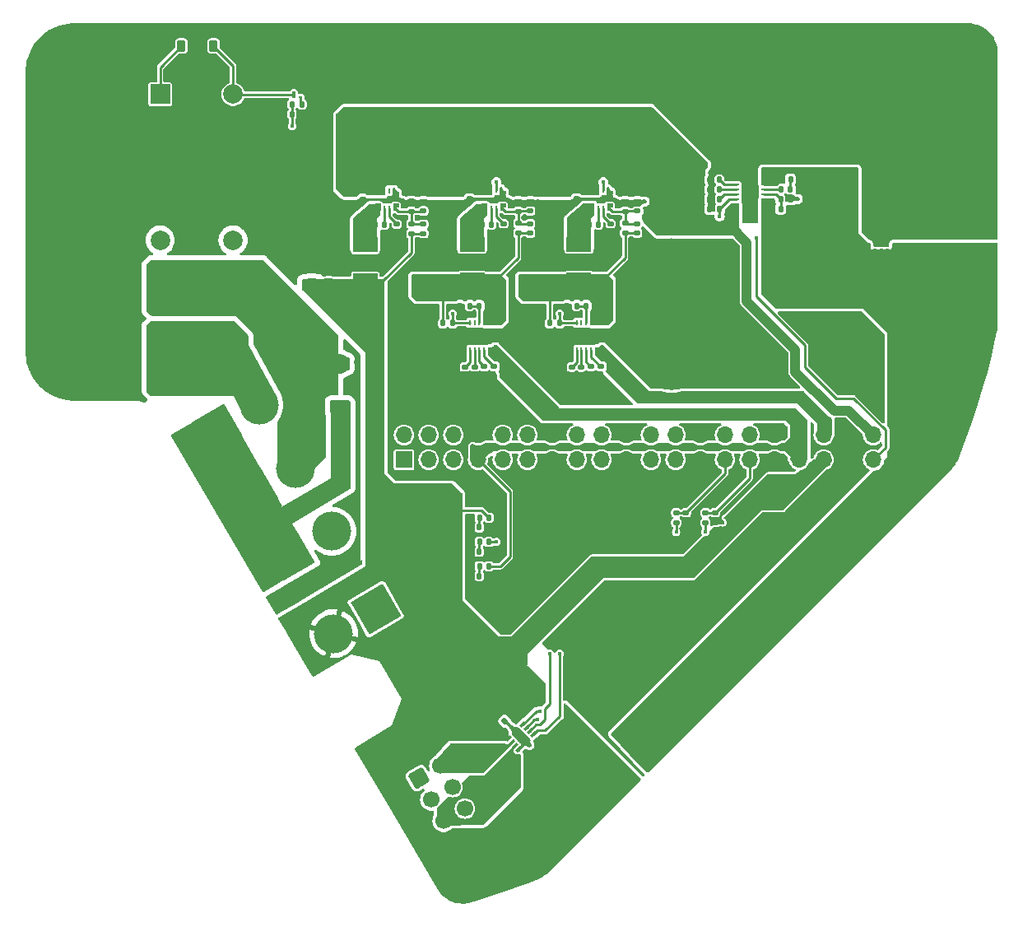
<source format=gbr>
%TF.GenerationSoftware,KiCad,Pcbnew,8.0.0*%
%TF.CreationDate,2024-03-25T03:27:08+00:00*%
%TF.ProjectId,main_PCB_v2,6d61696e-5f50-4434-925f-76322e6b6963,rev?*%
%TF.SameCoordinates,Original*%
%TF.FileFunction,Copper,L1,Top*%
%TF.FilePolarity,Positive*%
%FSLAX46Y46*%
G04 Gerber Fmt 4.6, Leading zero omitted, Abs format (unit mm)*
G04 Created by KiCad (PCBNEW 8.0.0) date 2024-03-25 03:27:08*
%MOMM*%
%LPD*%
G01*
G04 APERTURE LIST*
G04 Aperture macros list*
%AMRoundRect*
0 Rectangle with rounded corners*
0 $1 Rounding radius*
0 $2 $3 $4 $5 $6 $7 $8 $9 X,Y pos of 4 corners*
0 Add a 4 corners polygon primitive as box body*
4,1,4,$2,$3,$4,$5,$6,$7,$8,$9,$2,$3,0*
0 Add four circle primitives for the rounded corners*
1,1,$1+$1,$2,$3*
1,1,$1+$1,$4,$5*
1,1,$1+$1,$6,$7*
1,1,$1+$1,$8,$9*
0 Add four rect primitives between the rounded corners*
20,1,$1+$1,$2,$3,$4,$5,0*
20,1,$1+$1,$4,$5,$6,$7,0*
20,1,$1+$1,$6,$7,$8,$9,0*
20,1,$1+$1,$8,$9,$2,$3,0*%
%AMRotRect*
0 Rectangle, with rotation*
0 The origin of the aperture is its center*
0 $1 length*
0 $2 width*
0 $3 Rotation angle, in degrees counterclockwise*
0 Add horizontal line*
21,1,$1,$2,0,0,$3*%
%AMFreePoly0*
4,1,7,0.114300,0.025000,0.470000,0.025000,0.470000,-0.381000,-0.114300,-0.381000,-0.114300,0.381000,0.114300,0.381000,0.114300,0.025000,0.114300,0.025000,$1*%
%AMFreePoly1*
4,1,7,0.470000,-0.025000,0.114300,-0.025000,0.114300,-0.381000,-0.114300,-0.381000,-0.114300,0.381000,0.470000,0.381000,0.470000,-0.025000,0.470000,-0.025000,$1*%
G04 Aperture macros list end*
%TA.AperFunction,SMDPad,CuDef*%
%ADD10RoundRect,0.135000X0.185000X-0.135000X0.185000X0.135000X-0.185000X0.135000X-0.185000X-0.135000X0*%
%TD*%
%TA.AperFunction,ComponentPad*%
%ADD11RotRect,3.800000X3.800000X315.000000*%
%TD*%
%TA.AperFunction,ComponentPad*%
%ADD12C,4.000000*%
%TD*%
%TA.AperFunction,SMDPad,CuDef*%
%ADD13RoundRect,0.225000X0.250000X-0.225000X0.250000X0.225000X-0.250000X0.225000X-0.250000X-0.225000X0*%
%TD*%
%TA.AperFunction,SMDPad,CuDef*%
%ADD14RoundRect,0.135000X0.135000X0.185000X-0.135000X0.185000X-0.135000X-0.185000X0.135000X-0.185000X0*%
%TD*%
%TA.AperFunction,SMDPad,CuDef*%
%ADD15RoundRect,0.140000X0.170000X-0.140000X0.170000X0.140000X-0.170000X0.140000X-0.170000X-0.140000X0*%
%TD*%
%TA.AperFunction,SMDPad,CuDef*%
%ADD16RoundRect,0.093750X-0.106250X0.093750X-0.106250X-0.093750X0.106250X-0.093750X0.106250X0.093750X0*%
%TD*%
%TA.AperFunction,HeatsinkPad*%
%ADD17R,1.600000X1.000000*%
%TD*%
%TA.AperFunction,SMDPad,CuDef*%
%ADD18RoundRect,0.135000X-0.135000X-0.185000X0.135000X-0.185000X0.135000X0.185000X-0.135000X0.185000X0*%
%TD*%
%TA.AperFunction,SMDPad,CuDef*%
%ADD19RoundRect,0.135000X-0.185000X0.135000X-0.185000X-0.135000X0.185000X-0.135000X0.185000X0.135000X0*%
%TD*%
%TA.AperFunction,ComponentPad*%
%ADD20RotRect,3.800000X3.800000X30.000000*%
%TD*%
%TA.AperFunction,SMDPad,CuDef*%
%ADD21RoundRect,0.140000X-0.170000X0.140000X-0.170000X-0.140000X0.170000X-0.140000X0.170000X0.140000X0*%
%TD*%
%TA.AperFunction,SMDPad,CuDef*%
%ADD22R,0.240000X0.600000*%
%TD*%
%TA.AperFunction,SMDPad,CuDef*%
%ADD23R,2.400000X1.650000*%
%TD*%
%TA.AperFunction,SMDPad,CuDef*%
%ADD24R,0.500000X0.250000*%
%TD*%
%TA.AperFunction,SMDPad,CuDef*%
%ADD25RoundRect,0.250000X0.550000X-1.500000X0.550000X1.500000X-0.550000X1.500000X-0.550000X-1.500000X0*%
%TD*%
%TA.AperFunction,SMDPad,CuDef*%
%ADD26RoundRect,0.140000X-0.140000X-0.170000X0.140000X-0.170000X0.140000X0.170000X-0.140000X0.170000X0*%
%TD*%
%TA.AperFunction,SMDPad,CuDef*%
%ADD27R,2.500000X1.500000*%
%TD*%
%TA.AperFunction,SMDPad,CuDef*%
%ADD28FreePoly0,0.000000*%
%TD*%
%TA.AperFunction,SMDPad,CuDef*%
%ADD29R,0.254000X0.609600*%
%TD*%
%TA.AperFunction,SMDPad,CuDef*%
%ADD30FreePoly1,180.000000*%
%TD*%
%TA.AperFunction,SMDPad,CuDef*%
%ADD31FreePoly0,180.000000*%
%TD*%
%TA.AperFunction,SMDPad,CuDef*%
%ADD32FreePoly1,0.000000*%
%TD*%
%TA.AperFunction,SMDPad,CuDef*%
%ADD33R,1.295400X0.355600*%
%TD*%
%TA.AperFunction,SMDPad,CuDef*%
%ADD34RoundRect,0.140000X0.140000X0.170000X-0.140000X0.170000X-0.140000X-0.170000X0.140000X-0.170000X0*%
%TD*%
%TA.AperFunction,ComponentPad*%
%ADD35C,0.800000*%
%TD*%
%TA.AperFunction,ComponentPad*%
%ADD36C,6.400000*%
%TD*%
%TA.AperFunction,SMDPad,CuDef*%
%ADD37RotRect,0.300000X0.700000X135.000000*%
%TD*%
%TA.AperFunction,SMDPad,CuDef*%
%ADD38RotRect,1.000000X1.700000X45.000000*%
%TD*%
%TA.AperFunction,SMDPad,CuDef*%
%ADD39RoundRect,0.147500X-0.147500X-0.172500X0.147500X-0.172500X0.147500X0.172500X-0.147500X0.172500X0*%
%TD*%
%TA.AperFunction,SMDPad,CuDef*%
%ADD40RoundRect,0.225000X-0.250000X0.225000X-0.250000X-0.225000X0.250000X-0.225000X0.250000X0.225000X0*%
%TD*%
%TA.AperFunction,ComponentPad*%
%ADD41RotRect,3.800000X3.800000X210.000000*%
%TD*%
%TA.AperFunction,ComponentPad*%
%ADD42C,2.000000*%
%TD*%
%TA.AperFunction,ComponentPad*%
%ADD43R,2.000000X2.000000*%
%TD*%
%TA.AperFunction,SMDPad,CuDef*%
%ADD44R,0.600000X0.240000*%
%TD*%
%TA.AperFunction,SMDPad,CuDef*%
%ADD45R,1.650000X2.400000*%
%TD*%
%TA.AperFunction,SMDPad,CuDef*%
%ADD46R,0.250000X0.500000*%
%TD*%
%TA.AperFunction,ComponentPad*%
%ADD47RoundRect,0.250000X-0.219615X-0.819615X0.819615X-0.219615X0.219615X0.819615X-0.819615X0.219615X0*%
%TD*%
%TA.AperFunction,ComponentPad*%
%ADD48C,1.700000*%
%TD*%
%TA.AperFunction,SMDPad,CuDef*%
%ADD49RoundRect,0.250000X-0.800000X0.450000X-0.800000X-0.450000X0.800000X-0.450000X0.800000X0.450000X0*%
%TD*%
%TA.AperFunction,SMDPad,CuDef*%
%ADD50RoundRect,0.140000X0.021213X-0.219203X0.219203X-0.021213X-0.021213X0.219203X-0.219203X0.021213X0*%
%TD*%
%TA.AperFunction,ComponentPad*%
%ADD51R,1.700000X1.700000*%
%TD*%
%TA.AperFunction,ComponentPad*%
%ADD52O,1.700000X1.700000*%
%TD*%
%TA.AperFunction,SMDPad,CuDef*%
%ADD53RoundRect,0.225000X-0.225000X-0.375000X0.225000X-0.375000X0.225000X0.375000X-0.225000X0.375000X0*%
%TD*%
%TA.AperFunction,SMDPad,CuDef*%
%ADD54RoundRect,0.062500X0.137500X-0.062500X0.137500X0.062500X-0.137500X0.062500X-0.137500X-0.062500X0*%
%TD*%
%TA.AperFunction,SMDPad,CuDef*%
%ADD55RoundRect,0.100000X-0.100000X-0.250000X0.100000X-0.250000X0.100000X0.250000X-0.100000X0.250000X0*%
%TD*%
%TA.AperFunction,ComponentPad*%
%ADD56RoundRect,1.500000X-1.500000X1.500000X-1.500000X-1.500000X1.500000X-1.500000X1.500000X1.500000X0*%
%TD*%
%TA.AperFunction,ComponentPad*%
%ADD57C,6.000000*%
%TD*%
%TA.AperFunction,ViaPad*%
%ADD58C,0.450000*%
%TD*%
%TA.AperFunction,Conductor*%
%ADD59C,2.000000*%
%TD*%
%TA.AperFunction,Conductor*%
%ADD60C,0.250000*%
%TD*%
%TA.AperFunction,Conductor*%
%ADD61C,1.000000*%
%TD*%
G04 APERTURE END LIST*
D10*
%TO.P,R116,1*%
%TO.N,+12V*%
X150750000Y-71310000D03*
%TO.P,R116,2*%
%TO.N,/FV_12V*%
X150750000Y-70290000D03*
%TD*%
D11*
%TO.P,J106,1,Pin_1*%
%TO.N,GND*%
X171161165Y-118767767D03*
D12*
%TO.P,J106,2,Pin_2*%
%TO.N,VBAT*%
X174696699Y-122303301D03*
%TD*%
D13*
%TO.P,C124,1*%
%TO.N,+12V*%
X142250000Y-76325000D03*
%TO.P,C124,2*%
%TO.N,GND*%
X142250000Y-74775000D03*
%TD*%
D14*
%TO.P,R103,1*%
%TO.N,VBAT*%
X189770000Y-68750000D03*
%TO.P,R103,2*%
%TO.N,/OVP*%
X188750000Y-68750000D03*
%TD*%
D15*
%TO.P,C120,1*%
%TO.N,+12V*%
X152000000Y-71280000D03*
%TO.P,C120,2*%
%TO.N,/FV_12V*%
X152000000Y-70320000D03*
%TD*%
D16*
%TO.P,U101,1,GND*%
%TO.N,GND*%
X199750000Y-71250000D03*
%TO.P,U101,2,GND*%
X199100000Y-71250000D03*
%TO.P,U101,3,GND*%
X198450000Y-71250000D03*
%TO.P,U101,4,IN*%
%TO.N,VBAT*%
X198450000Y-73025000D03*
%TO.P,U101,5,IN*%
X199100000Y-73025000D03*
%TO.P,U101,6,IN*%
X199750000Y-73025000D03*
D17*
%TO.P,U101,7,GND*%
%TO.N,GND*%
X199100000Y-72137500D03*
%TD*%
D18*
%TO.P,R129,1*%
%TO.N,/3V3_UNFUSED*%
X153990000Y-80500000D03*
%TO.P,R129,2*%
%TO.N,/PGOOD_3V3*%
X155010000Y-80500000D03*
%TD*%
D19*
%TO.P,R131,1*%
%TO.N,/ILIM_3V3*%
X158250000Y-84970000D03*
%TO.P,R131,2*%
%TO.N,GND*%
X158250000Y-85990000D03*
%TD*%
D20*
%TO.P,J103,1,Pin_1*%
%TO.N,GNDPWR*%
X130759937Y-91425000D03*
D12*
%TO.P,J103,2,Pin_2*%
%TO.N,/COIL*%
X135090064Y-88925000D03*
%TD*%
D10*
%TO.P,R113,1*%
%TO.N,/FV_5V*%
X172750000Y-69010000D03*
%TO.P,R113,2*%
%TO.N,GND*%
X172750000Y-67990000D03*
%TD*%
D21*
%TO.P,C111,1*%
%TO.N,/VCC_3V3*%
X160250000Y-70270000D03*
%TO.P,C111,2*%
%TO.N,GND*%
X160250000Y-71230000D03*
%TD*%
D18*
%TO.P,R106,1*%
%TO.N,/TRIG*%
X138490000Y-58000000D03*
%TO.P,R106,2*%
%TO.N,/TRIG_G*%
X139510000Y-58000000D03*
%TD*%
D22*
%TO.P,U110,1,IN*%
%TO.N,/3V3_UNFUSED*%
X158750000Y-80450000D03*
%TO.P,U110,2,VCC*%
X158250000Y-80450000D03*
%TO.P,U110,3,OVP*%
%TO.N,/OVP_3V3*%
X157750000Y-80450000D03*
%TO.P,U110,4,~{FLT}*%
%TO.N,unconnected-(U110-~{FLT}-Pad4)*%
X157250000Y-80450000D03*
%TO.P,U110,5,EN/~{SHDN}*%
%TO.N,/PGOOD_3V3*%
X156750000Y-80450000D03*
%TO.P,U110,6,IDLY*%
%TO.N,/IDLY_3V3*%
X156750000Y-83250000D03*
%TO.P,U110,7,DVDT*%
%TO.N,/DVDT_3V3*%
X157250000Y-83250000D03*
%TO.P,U110,8,ILIM*%
%TO.N,/ILIM_3V3*%
X157750000Y-83250000D03*
%TO.P,U110,9,IOCP/IMON*%
%TO.N,/ICOP_3V3*%
X158250000Y-83250000D03*
%TO.P,U110,10,OUT*%
%TO.N,+3.3V*%
X158750000Y-83250000D03*
D23*
%TO.P,U110,EP1,GND*%
%TO.N,GND*%
X157750000Y-81850000D03*
D24*
%TO.P,U110,EP2,GND*%
X159200000Y-81600000D03*
%TO.P,U110,EP3,GND*%
X159200000Y-82100000D03*
%TO.P,U110,EP4,GND*%
X156300000Y-81600000D03*
%TO.P,U110,EP5,GND*%
X156300000Y-82100000D03*
%TD*%
D20*
%TO.P,J107,1,Pin_1*%
%TO.N,GNDPWR*%
X138259937Y-104415382D03*
D12*
%TO.P,J107,2,Pin_2*%
%TO.N,/HV*%
X142590064Y-101915382D03*
%TD*%
D21*
%TO.P,C109,1*%
%TO.N,VSYS*%
X145750000Y-66820000D03*
%TO.P,C109,2*%
%TO.N,GND*%
X145750000Y-67780000D03*
%TD*%
%TO.P,C132,1*%
%TO.N,/IDLY_3V3*%
X156250000Y-85000000D03*
%TO.P,C132,2*%
%TO.N,GND*%
X156250000Y-85960000D03*
%TD*%
D25*
%TO.P,C103,1*%
%TO.N,VSYS*%
X170250000Y-60550000D03*
%TO.P,C103,2*%
%TO.N,GND*%
X170250000Y-54950000D03*
%TD*%
D19*
%TO.P,R125,1*%
%TO.N,/ENC_A_3V3*%
X179000000Y-100000000D03*
%TO.P,R125,2*%
%TO.N,GND*%
X179000000Y-101020000D03*
%TD*%
D14*
%TO.P,R135,1*%
%TO.N,/OVP_3V3*%
X156760000Y-78750000D03*
%TO.P,R135,2*%
%TO.N,GND*%
X155740000Y-78750000D03*
%TD*%
%TO.P,R137,1*%
%TO.N,/OVP_5V*%
X167760000Y-78750000D03*
%TO.P,R137,2*%
%TO.N,GND*%
X166740000Y-78750000D03*
%TD*%
D11*
%TO.P,J102,1,Pin_1*%
%TO.N,GND*%
X187071068Y-102857864D03*
D12*
%TO.P,J102,2,Pin_2*%
%TO.N,VBAT*%
X190606602Y-106393398D03*
%TD*%
D26*
%TO.P,C114,1*%
%TO.N,/SW_3V3*%
X158022350Y-70348300D03*
%TO.P,C114,2*%
%TO.N,/BOOT_3V3*%
X158982350Y-70348300D03*
%TD*%
D27*
%TO.P,L101,1*%
%TO.N,/SW_5V*%
X168002350Y-72400000D03*
%TO.P,L101,2*%
%TO.N,/5V_UNFUSED*%
X168002350Y-76100000D03*
%TD*%
D10*
%TO.P,R127,1*%
%TO.N,/ENC_B*%
X181000000Y-101010000D03*
%TO.P,R127,2*%
%TO.N,/ENC_B_3V3*%
X181000000Y-99990000D03*
%TD*%
D19*
%TO.P,R133,1*%
%TO.N,/ICOP_5V*%
X170250000Y-84990000D03*
%TO.P,R133,2*%
%TO.N,GND*%
X170250000Y-86010000D03*
%TD*%
D28*
%TO.P,U103,1,MODE/SYNC*%
%TO.N,GND*%
X170980250Y-66924500D03*
D29*
%TO.P,U103,2,PGOOD*%
%TO.N,/PGOOD_5V*%
X170497650Y-66848300D03*
%TO.P,U103,3,EN/UVLO*%
%TO.N,VSYS*%
X170002350Y-66848300D03*
D30*
%TO.P,U103,4,VIN*%
X169519750Y-66924500D03*
D31*
%TO.P,U103,5,SW*%
%TO.N,/SW_5V*%
X169519750Y-68575500D03*
D29*
%TO.P,U103,6,BOOT*%
%TO.N,/BOOT_5V*%
X170002350Y-68651700D03*
%TO.P,U103,7,VCC*%
%TO.N,/VCC_5V*%
X170497650Y-68651700D03*
D32*
%TO.P,U103,8,VOUT/FB*%
%TO.N,/FV_5V*%
X170980250Y-68575500D03*
D33*
%TO.P,U103,9,GND*%
%TO.N,GND*%
X170802450Y-67750000D03*
%TD*%
D14*
%TO.P,R134,1*%
%TO.N,/3V3_UNFUSED*%
X158760000Y-78750000D03*
%TO.P,R134,2*%
%TO.N,/OVP_3V3*%
X157740000Y-78750000D03*
%TD*%
D34*
%TO.P,C102,1*%
%TO.N,/IDLY*%
X182440000Y-65750000D03*
%TO.P,C102,2*%
%TO.N,GND*%
X181480000Y-65750000D03*
%TD*%
D10*
%TO.P,R112,1*%
%TO.N,/5V_UNFUSED*%
X172750000Y-71260000D03*
%TO.P,R112,2*%
%TO.N,/FV_5V*%
X172750000Y-70240000D03*
%TD*%
D28*
%TO.P,U104,1,MODE/SYNC*%
%TO.N,GND*%
X159980250Y-66924500D03*
D29*
%TO.P,U104,2,PGOOD*%
%TO.N,/PGOOD_3V3*%
X159497650Y-66848300D03*
%TO.P,U104,3,EN/UVLO*%
%TO.N,VSYS*%
X159002350Y-66848300D03*
D30*
%TO.P,U104,4,VIN*%
X158519750Y-66924500D03*
D31*
%TO.P,U104,5,SW*%
%TO.N,/SW_3V3*%
X158519750Y-68575500D03*
D29*
%TO.P,U104,6,BOOT*%
%TO.N,/BOOT_3V3*%
X159002350Y-68651700D03*
%TO.P,U104,7,VCC*%
%TO.N,/VCC_3V3*%
X159497650Y-68651700D03*
D32*
%TO.P,U104,8,VOUT/FB*%
%TO.N,/FV_3V3*%
X159980250Y-68575500D03*
D33*
%TO.P,U104,9,GND*%
%TO.N,GND*%
X159802450Y-67750000D03*
%TD*%
D35*
%TO.P,OL102,1,MH*%
%TO.N,GND*%
X113675000Y-54670000D03*
X113675000Y-83475000D03*
X114377944Y-52972944D03*
X114377944Y-56367056D03*
X114377944Y-81777944D03*
X114377944Y-85172056D03*
X116075000Y-52270000D03*
X116075000Y-57070000D03*
X116075000Y-81075000D03*
X116075000Y-85875000D03*
X117772056Y-52972944D03*
X117772056Y-56367056D03*
X117772056Y-81777944D03*
X117772056Y-85172056D03*
X118475000Y-54670000D03*
X118475000Y-83475000D03*
X175132682Y-84154465D03*
X175835626Y-82457409D03*
X175835626Y-85851521D03*
X177532682Y-81754465D03*
X177532682Y-86554465D03*
X179229738Y-82457409D03*
X179229738Y-85851521D03*
X179932682Y-84154465D03*
X193126738Y-54667148D03*
X193130000Y-83850000D03*
X193829682Y-52970092D03*
X193829682Y-56364204D03*
X193832944Y-82152944D03*
X193832944Y-85547056D03*
X195526738Y-52267148D03*
X195526738Y-57067148D03*
X195530000Y-81450000D03*
X195530000Y-86250000D03*
X197223794Y-52970092D03*
X197223794Y-56364204D03*
X197227056Y-82152944D03*
X197227056Y-85547056D03*
X197926738Y-54667148D03*
X197930000Y-83850000D03*
D36*
%TO.P,OL102,2,MH*%
X116075000Y-54670000D03*
%TO.P,OL102,3,MH*%
X116075000Y-83475000D03*
%TO.P,OL102,4,MH*%
X195526738Y-54667148D03*
%TO.P,OL102,5,MH*%
X177532682Y-84154465D03*
%TO.P,OL102,6,MH*%
X195530000Y-83850000D03*
%TD*%
D37*
%TO.P,U108,1,VM*%
%TO.N,+12V*%
X160750000Y-123250000D03*
%TO.P,U108,2,OUT1*%
%TO.N,/OUT1*%
X161103553Y-123603553D03*
%TO.P,U108,3,OUT2*%
%TO.N,/OUT2*%
X161457107Y-123957107D03*
%TO.P,U108,4,GND*%
%TO.N,GND*%
X161810660Y-124310660D03*
%TO.P,U108,5,IN2/EN*%
%TO.N,/MOTOR_EN*%
X163295584Y-122825736D03*
%TO.P,U108,6,IN1/PH*%
%TO.N,/MOTOR_PH*%
X162942031Y-122472183D03*
%TO.P,U108,7,MODE*%
%TO.N,+3.3V*%
X162588477Y-122118629D03*
%TO.P,U108,8,NSLEEP*%
%TO.N,/~{SLEEP}*%
X162234924Y-121765076D03*
D38*
%TO.P,U108,9,EP*%
%TO.N,GND*%
X162022792Y-123037868D03*
%TD*%
D39*
%TO.P,D105,1,K*%
%TO.N,/LED3V3*%
X157765000Y-105500000D03*
%TO.P,D105,2,A*%
%TO.N,+3.3V*%
X158735000Y-105500000D03*
%TD*%
D13*
%TO.P,C126,1*%
%TO.N,/3V3_UNFUSED*%
X151500000Y-76275000D03*
%TO.P,C126,2*%
%TO.N,GND*%
X151500000Y-74725000D03*
%TD*%
D19*
%TO.P,R132,1*%
%TO.N,/ILIM_5V*%
X169250000Y-84990000D03*
%TO.P,R132,2*%
%TO.N,GND*%
X169250000Y-86010000D03*
%TD*%
D40*
%TO.P,C105,1*%
%TO.N,VSYS*%
X155250000Y-66975000D03*
%TO.P,C105,2*%
%TO.N,GND*%
X155250000Y-68525000D03*
%TD*%
D14*
%TO.P,R110,1*%
%TO.N,/ICOP*%
X182470000Y-68750000D03*
%TO.P,R110,2*%
%TO.N,GND*%
X181450000Y-68750000D03*
%TD*%
D41*
%TO.P,J108,1,Pin_1*%
%TO.N,GND*%
X147090064Y-109925000D03*
D12*
%TO.P,J108,2,Pin_2*%
%TO.N,+12V*%
X142759937Y-112425000D03*
%TD*%
D25*
%TO.P,C129,1*%
%TO.N,VSYS*%
X148250000Y-60600000D03*
%TO.P,C129,2*%
%TO.N,GND*%
X148250000Y-55000000D03*
%TD*%
D10*
%TO.P,R114,1*%
%TO.N,/3V3_UNFUSED*%
X161750000Y-71260000D03*
%TO.P,R114,2*%
%TO.N,/FV_3V3*%
X161750000Y-70240000D03*
%TD*%
D21*
%TO.P,C133,1*%
%TO.N,/IDLY_5V*%
X167250000Y-85020000D03*
%TO.P,C133,2*%
%TO.N,GND*%
X167250000Y-85980000D03*
%TD*%
D34*
%TO.P,C101,1*%
%TO.N,/DVDT*%
X182440000Y-66750000D03*
%TO.P,C101,2*%
%TO.N,GND*%
X181480000Y-66750000D03*
%TD*%
D42*
%TO.P,K101,11*%
%TO.N,/CAP*%
X124912500Y-76962500D03*
X132412500Y-76962500D03*
%TO.P,K101,12*%
%TO.N,/HV*%
X124912500Y-71962500D03*
X132412500Y-71962500D03*
%TO.P,K101,14*%
%TO.N,/COIL*%
X124912500Y-81962500D03*
X132412500Y-81962500D03*
D43*
%TO.P,K101,A1*%
%TO.N,+5V*%
X124912500Y-56962500D03*
D42*
%TO.P,K101,A2*%
%TO.N,/TRIG_D*%
X132412500Y-56962500D03*
%TD*%
D40*
%TO.P,C106,1*%
%TO.N,VSYS*%
X144250000Y-67025000D03*
%TO.P,C106,2*%
%TO.N,GND*%
X144250000Y-68575000D03*
%TD*%
D44*
%TO.P,U102,1,IN*%
%TO.N,VBAT*%
X187010000Y-68250000D03*
%TO.P,U102,2,VCC*%
X187010000Y-67750000D03*
%TO.P,U102,3,OVP*%
%TO.N,/OVP*%
X187010000Y-67250000D03*
%TO.P,U102,4,~{FLT}*%
%TO.N,/~{FLT}*%
X187010000Y-66750000D03*
%TO.P,U102,5,EN/~{SHDN}*%
%TO.N,VBAT*%
X187010000Y-66250000D03*
%TO.P,U102,6,IDLY*%
%TO.N,/IDLY*%
X184210000Y-66250000D03*
%TO.P,U102,7,DVDT*%
%TO.N,/DVDT*%
X184210000Y-66750000D03*
%TO.P,U102,8,ILIM*%
%TO.N,/ILIM*%
X184210000Y-67250000D03*
%TO.P,U102,9,IOCP/IMON*%
%TO.N,/ICOP*%
X184210000Y-67750000D03*
%TO.P,U102,10,OUT*%
%TO.N,VSYS*%
X184210000Y-68250000D03*
D45*
%TO.P,U102,EP1,GND*%
%TO.N,GND*%
X185610000Y-67250000D03*
D46*
%TO.P,U102,EP2,GND*%
X185860000Y-68700000D03*
%TO.P,U102,EP3,GND*%
X185360000Y-68700000D03*
%TO.P,U102,EP4,GND*%
X185860000Y-65800000D03*
%TO.P,U102,EP5,GND*%
X185360000Y-65800000D03*
%TD*%
D47*
%TO.P,J111,1,Pin_1*%
%TO.N,GND*%
X151530296Y-127300296D03*
D48*
%TO.P,J111,2,Pin_2*%
%TO.N,/OUT1*%
X153730001Y-126030296D03*
%TO.P,J111,3,Pin_3*%
%TO.N,/ENC_A*%
X152800296Y-129500001D03*
%TO.P,J111,4,Pin_4*%
%TO.N,/ENC_B*%
X155000000Y-128230001D03*
%TO.P,J111,5,Pin_5*%
%TO.N,/OUT2*%
X154070296Y-131699705D03*
%TO.P,J111,6,Pin_6*%
%TO.N,+5V*%
X156270001Y-130429705D03*
%TD*%
D27*
%TO.P,L102,1*%
%TO.N,/SW_3V3*%
X157002350Y-72400000D03*
%TO.P,L102,2*%
%TO.N,/3V3_UNFUSED*%
X157002350Y-76100000D03*
%TD*%
D28*
%TO.P,U105,1,MODE/SYNC*%
%TO.N,GND*%
X148980250Y-66974500D03*
D29*
%TO.P,U105,2,PGOOD*%
%TO.N,unconnected-(U105-PGOOD-Pad2)*%
X148497650Y-66898300D03*
%TO.P,U105,3,EN/UVLO*%
%TO.N,VSYS*%
X148002350Y-66898300D03*
D30*
%TO.P,U105,4,VIN*%
X147519750Y-66974500D03*
D31*
%TO.P,U105,5,SW*%
%TO.N,/SW_12V*%
X147519750Y-68625500D03*
D29*
%TO.P,U105,6,BOOT*%
%TO.N,/BOOT_12V*%
X148002350Y-68701700D03*
%TO.P,U105,7,VCC*%
%TO.N,/VCC_12V*%
X148497650Y-68701700D03*
D32*
%TO.P,U105,8,VOUT/FB*%
%TO.N,/FV_12V*%
X148980250Y-68625500D03*
D33*
%TO.P,U105,9,GND*%
%TO.N,GND*%
X148802450Y-67800000D03*
%TD*%
D25*
%TO.P,C128,1*%
%TO.N,VSYS*%
X159250000Y-60550000D03*
%TO.P,C128,2*%
%TO.N,GND*%
X159250000Y-54950000D03*
%TD*%
D15*
%TO.P,C116,1*%
%TO.N,/5V_UNFUSED*%
X174000000Y-71230000D03*
%TO.P,C116,2*%
%TO.N,/FV_5V*%
X174000000Y-70270000D03*
%TD*%
D14*
%TO.P,R109,1*%
%TO.N,/ILIM*%
X182470000Y-67750000D03*
%TO.P,R109,2*%
%TO.N,GND*%
X181450000Y-67750000D03*
%TD*%
D13*
%TO.P,C122,1*%
%TO.N,/5V_UNFUSED*%
X162500000Y-76275000D03*
%TO.P,C122,2*%
%TO.N,GND*%
X162500000Y-74725000D03*
%TD*%
D49*
%TO.P,D106,2,A*%
%TO.N,GNDPWR*%
X143400000Y-89100000D03*
%TO.P,D106,1,K*%
%TO.N,/CAP*%
X143400000Y-84700000D03*
%TD*%
D50*
%TO.P,C130,1*%
%TO.N,+12V*%
X159683381Y-122127279D03*
%TO.P,C130,2*%
%TO.N,GND*%
X160362203Y-121448457D03*
%TD*%
D10*
%TO.P,R117,1*%
%TO.N,/FV_12V*%
X150750000Y-68990000D03*
%TO.P,R117,2*%
%TO.N,GND*%
X150750000Y-67970000D03*
%TD*%
D39*
%TO.P,D103,1,K*%
%TO.N,/LED12V*%
X157765000Y-100500000D03*
%TO.P,D103,2,A*%
%TO.N,+12V*%
X158735000Y-100500000D03*
%TD*%
D15*
%TO.P,C118,1*%
%TO.N,/3V3_UNFUSED*%
X163000000Y-71230000D03*
%TO.P,C118,2*%
%TO.N,/FV_3V3*%
X163000000Y-70270000D03*
%TD*%
D18*
%TO.P,R138,1*%
%TO.N,/5V_UNFUSED*%
X164990000Y-80500000D03*
%TO.P,R138,2*%
%TO.N,/PGOOD_5V*%
X166010000Y-80500000D03*
%TD*%
D14*
%TO.P,R111,1*%
%TO.N,GND*%
X158760000Y-101500000D03*
%TO.P,R111,2*%
%TO.N,/LED12V*%
X157740000Y-101500000D03*
%TD*%
%TO.P,R119,1*%
%TO.N,GND*%
X158760000Y-106500000D03*
%TO.P,R119,2*%
%TO.N,/LED3V3*%
X157740000Y-106500000D03*
%TD*%
D15*
%TO.P,C119,1*%
%TO.N,/FV_3V3*%
X163000000Y-68980000D03*
%TO.P,C119,2*%
%TO.N,GND*%
X163000000Y-68020000D03*
%TD*%
D21*
%TO.P,C112,1*%
%TO.N,/VCC_12V*%
X149250000Y-70320000D03*
%TO.P,C112,2*%
%TO.N,GND*%
X149250000Y-71280000D03*
%TD*%
D22*
%TO.P,U109,1,IN*%
%TO.N,/5V_UNFUSED*%
X169750000Y-80450000D03*
%TO.P,U109,2,VCC*%
X169250000Y-80450000D03*
%TO.P,U109,3,OVP*%
%TO.N,/OVP_5V*%
X168750000Y-80450000D03*
%TO.P,U109,4,~{FLT}*%
%TO.N,unconnected-(U109-~{FLT}-Pad4)*%
X168250000Y-80450000D03*
%TO.P,U109,5,EN/~{SHDN}*%
%TO.N,/PGOOD_5V*%
X167750000Y-80450000D03*
%TO.P,U109,6,IDLY*%
%TO.N,/IDLY_5V*%
X167750000Y-83250000D03*
%TO.P,U109,7,DVDT*%
%TO.N,/DVDT_5V*%
X168250000Y-83250000D03*
%TO.P,U109,8,ILIM*%
%TO.N,/ILIM_5V*%
X168750000Y-83250000D03*
%TO.P,U109,9,IOCP/IMON*%
%TO.N,/ICOP_5V*%
X169250000Y-83250000D03*
%TO.P,U109,10,OUT*%
%TO.N,+5V*%
X169750000Y-83250000D03*
D23*
%TO.P,U109,EP1,GND*%
%TO.N,GND*%
X168750000Y-81850000D03*
D24*
%TO.P,U109,EP2,GND*%
X170200000Y-81600000D03*
%TO.P,U109,EP3,GND*%
X170200000Y-82100000D03*
%TO.P,U109,EP4,GND*%
X167300000Y-81600000D03*
%TO.P,U109,EP5,GND*%
X167300000Y-82100000D03*
%TD*%
D18*
%TO.P,R105,1*%
%TO.N,VBAT*%
X188750000Y-65750000D03*
%TO.P,R105,2*%
%TO.N,/~{FLT} LED*%
X189770000Y-65750000D03*
%TD*%
D14*
%TO.P,R118,1*%
%TO.N,GND*%
X158760000Y-104000000D03*
%TO.P,R118,2*%
%TO.N,/LED5V*%
X157740000Y-104000000D03*
%TD*%
D20*
%TO.P,J110,1,Pin_1*%
%TO.N,GNDPWR*%
X134509937Y-97920191D03*
D12*
%TO.P,J110,2,Pin_2*%
%TO.N,/CAP*%
X138840064Y-95420191D03*
%TD*%
D40*
%TO.P,C104,1*%
%TO.N,VSYS*%
X166250000Y-66975000D03*
%TO.P,C104,2*%
%TO.N,GND*%
X166250000Y-68525000D03*
%TD*%
D21*
%TO.P,C134,1*%
%TO.N,/DVDT_5V*%
X168250000Y-85020000D03*
%TO.P,C134,2*%
%TO.N,GND*%
X168250000Y-85980000D03*
%TD*%
D13*
%TO.P,C123,1*%
%TO.N,/3V3_UNFUSED*%
X153250000Y-76275000D03*
%TO.P,C123,2*%
%TO.N,GND*%
X153250000Y-74725000D03*
%TD*%
D11*
%TO.P,J105,1,Pin_1*%
%TO.N,GND*%
X176464466Y-113464466D03*
D12*
%TO.P,J105,2,Pin_2*%
%TO.N,VBAT*%
X180000000Y-117000000D03*
%TD*%
D26*
%TO.P,C113,1*%
%TO.N,/SW_5V*%
X169022350Y-70348300D03*
%TO.P,C113,2*%
%TO.N,/BOOT_5V*%
X169982350Y-70348300D03*
%TD*%
D13*
%TO.P,C127,1*%
%TO.N,+12V*%
X140500000Y-76325000D03*
%TO.P,C127,2*%
%TO.N,GND*%
X140500000Y-74775000D03*
%TD*%
D51*
%TO.P,J109,1,Pin_1*%
%TO.N,unconnected-(J109-Pin_1-Pad1)*%
X150000000Y-94540000D03*
D52*
%TO.P,J109,2,Pin_2*%
%TO.N,unconnected-(J109-Pin_2-Pad2)*%
X150000000Y-92000000D03*
%TO.P,J109,3,Pin_3*%
%TO.N,unconnected-(J109-Pin_3-Pad3)*%
X152540000Y-94540000D03*
%TO.P,J109,4,Pin_4*%
%TO.N,unconnected-(J109-Pin_4-Pad4)*%
X152540000Y-92000000D03*
%TO.P,J109,5,Pin_5*%
%TO.N,unconnected-(J109-Pin_5-Pad5)*%
X155080000Y-94540000D03*
%TO.P,J109,6,Pin_6*%
%TO.N,unconnected-(J109-Pin_6-Pad6)*%
X155080000Y-92000000D03*
%TO.P,J109,7,Pin_7*%
%TO.N,+3.3V*%
X157620000Y-94540000D03*
%TO.P,J109,8,Pin_8*%
%TO.N,GND*%
X157620000Y-92000000D03*
%TO.P,J109,9,Pin_9*%
%TO.N,unconnected-(J109-Pin_9-Pad9)*%
X160160000Y-94540000D03*
%TO.P,J109,10,Pin_10*%
%TO.N,unconnected-(J109-Pin_10-Pad10)*%
X160160000Y-92000000D03*
%TO.P,J109,11,Pin_11*%
%TO.N,unconnected-(J109-Pin_11-Pad11)*%
X162700000Y-94540000D03*
%TO.P,J109,12,Pin_12*%
%TO.N,unconnected-(J109-Pin_12-Pad12)*%
X162700000Y-92000000D03*
%TO.P,J109,13,Pin_13*%
%TO.N,GND*%
X165240000Y-94540000D03*
%TO.P,J109,14,Pin_14*%
X165240000Y-92000000D03*
%TO.P,J109,15,Pin_15*%
%TO.N,unconnected-(J109-Pin_15-Pad15)*%
X167780000Y-94540000D03*
%TO.P,J109,16,Pin_16*%
%TO.N,unconnected-(J109-Pin_16-Pad16)*%
X167780000Y-92000000D03*
%TO.P,J109,17,Pin_17*%
%TO.N,unconnected-(J109-Pin_17-Pad17)*%
X170320000Y-94540000D03*
%TO.P,J109,18,Pin_18*%
%TO.N,unconnected-(J109-Pin_18-Pad18)*%
X170320000Y-92000000D03*
%TO.P,J109,19,Pin_19*%
%TO.N,GND*%
X172860000Y-94540000D03*
%TO.P,J109,20,Pin_20*%
X172860000Y-92000000D03*
%TO.P,J109,21,Pin_21*%
%TO.N,/MOTOR_PH*%
X175400000Y-94540000D03*
%TO.P,J109,22,Pin_22*%
%TO.N,unconnected-(J109-Pin_22-Pad22)*%
X175400000Y-92000000D03*
%TO.P,J109,23,Pin_23*%
%TO.N,/MOTOR_EN*%
X177940000Y-94540000D03*
%TO.P,J109,24,Pin_24*%
%TO.N,unconnected-(J109-Pin_24-Pad24)*%
X177940000Y-92000000D03*
%TO.P,J109,25,Pin_25*%
%TO.N,GND*%
X180480000Y-94540000D03*
%TO.P,J109,26,Pin_26*%
X180480000Y-92000000D03*
%TO.P,J109,27,Pin_27*%
%TO.N,/ENC_A_3V3*%
X183020000Y-94540000D03*
%TO.P,J109,28,Pin_28*%
%TO.N,/~{SLEEP}*%
X183020000Y-92000000D03*
%TO.P,J109,29,Pin_29*%
%TO.N,/ENC_B_3V3*%
X185560000Y-94540000D03*
%TO.P,J109,30,Pin_30*%
%TO.N,/TRIG*%
X185560000Y-92000000D03*
%TO.P,J109,31,Pin_31*%
%TO.N,GND*%
X188100000Y-94540000D03*
%TO.P,J109,32,Pin_32*%
X188100000Y-92000000D03*
%TO.P,J109,33,Pin_33*%
%TO.N,+3.3V*%
X190640000Y-94540000D03*
%TO.P,J109,34,Pin_34*%
X190640000Y-92000000D03*
%TO.P,J109,35,Pin_35*%
%TO.N,+12V*%
X193180000Y-94540000D03*
%TO.P,J109,36,Pin_36*%
%TO.N,+5V*%
X193180000Y-92000000D03*
%TO.P,J109,37,Pin_37*%
%TO.N,GND*%
X195720000Y-94540000D03*
%TO.P,J109,38,Pin_38*%
X195720000Y-92000000D03*
%TO.P,J109,39,Pin_39*%
%TO.N,/ICOP*%
X198260000Y-94540000D03*
%TO.P,J109,40,Pin_40*%
%TO.N,VSYS*%
X198260000Y-92000000D03*
%TD*%
D27*
%TO.P,L103,1*%
%TO.N,/SW_12V*%
X146002350Y-72450000D03*
%TO.P,L103,2*%
%TO.N,+12V*%
X146002350Y-76150000D03*
%TD*%
D21*
%TO.P,C107,1*%
%TO.N,VSYS*%
X167750000Y-66770000D03*
%TO.P,C107,2*%
%TO.N,GND*%
X167750000Y-67730000D03*
%TD*%
D11*
%TO.P,J104,1,Pin_1*%
%TO.N,GND*%
X181767767Y-108161165D03*
D12*
%TO.P,J104,2,Pin_2*%
%TO.N,VBAT*%
X185303301Y-111696699D03*
%TD*%
D18*
%TO.P,R104,1*%
%TO.N,/OVP*%
X188750000Y-67750000D03*
%TO.P,R104,2*%
%TO.N,GND*%
X189770000Y-67750000D03*
%TD*%
D14*
%TO.P,R136,1*%
%TO.N,/5V_UNFUSED*%
X169760000Y-78750000D03*
%TO.P,R136,2*%
%TO.N,/OVP_5V*%
X168740000Y-78750000D03*
%TD*%
D18*
%TO.P,R102,1*%
%TO.N,/TRIG*%
X138490000Y-59000000D03*
%TO.P,R102,2*%
%TO.N,GND*%
X139510000Y-59000000D03*
%TD*%
D19*
%TO.P,R130,1*%
%TO.N,/ICOP_3V3*%
X159250000Y-84970000D03*
%TO.P,R130,2*%
%TO.N,GND*%
X159250000Y-85990000D03*
%TD*%
D21*
%TO.P,C108,1*%
%TO.N,VSYS*%
X156750000Y-66770000D03*
%TO.P,C108,2*%
%TO.N,GND*%
X156750000Y-67730000D03*
%TD*%
D39*
%TO.P,D101,1,K*%
%TO.N,/~{FLT}*%
X188775000Y-66750000D03*
%TO.P,D101,2,A*%
%TO.N,/~{FLT} LED*%
X189745000Y-66750000D03*
%TD*%
D53*
%TO.P,D102,1,K*%
%TO.N,+5V*%
X127100000Y-52000000D03*
%TO.P,D102,2,A*%
%TO.N,/TRIG_D*%
X130400000Y-52000000D03*
%TD*%
D15*
%TO.P,C121,1*%
%TO.N,/FV_12V*%
X152000000Y-68960000D03*
%TO.P,C121,2*%
%TO.N,GND*%
X152000000Y-68000000D03*
%TD*%
D21*
%TO.P,C131,1*%
%TO.N,/DVDT_3V3*%
X157250000Y-85000000D03*
%TO.P,C131,2*%
%TO.N,GND*%
X157250000Y-85960000D03*
%TD*%
D15*
%TO.P,C117,1*%
%TO.N,/FV_5V*%
X174000000Y-68980000D03*
%TO.P,C117,2*%
%TO.N,GND*%
X174000000Y-68020000D03*
%TD*%
D39*
%TO.P,D104,1,K*%
%TO.N,/LED5V*%
X157765000Y-103000000D03*
%TO.P,D104,2,A*%
%TO.N,+5V*%
X158735000Y-103000000D03*
%TD*%
D54*
%TO.P,Q101,1,G*%
%TO.N,/TRIG_G*%
X139350000Y-57225000D03*
%TO.P,Q101,2,S*%
%TO.N,GND*%
X139350000Y-56775000D03*
D55*
%TO.P,Q101,3,D*%
%TO.N,/TRIG_D*%
X138650000Y-57000000D03*
%TD*%
D21*
%TO.P,C110,1*%
%TO.N,/VCC_5V*%
X171250000Y-70270000D03*
%TO.P,C110,2*%
%TO.N,GND*%
X171250000Y-71230000D03*
%TD*%
D26*
%TO.P,C115,1*%
%TO.N,/SW_12V*%
X147022350Y-70398300D03*
%TO.P,C115,2*%
%TO.N,/BOOT_12V*%
X147982350Y-70398300D03*
%TD*%
D19*
%TO.P,R107,1*%
%TO.N,/ENC_B_3V3*%
X182000000Y-99990000D03*
%TO.P,R107,2*%
%TO.N,GND*%
X182000000Y-101010000D03*
%TD*%
D10*
%TO.P,R115,1*%
%TO.N,/FV_3V3*%
X161750000Y-69010000D03*
%TO.P,R115,2*%
%TO.N,GND*%
X161750000Y-67990000D03*
%TD*%
D56*
%TO.P,J101,1,Pin_1*%
%TO.N,GND*%
X205750000Y-68400000D03*
D57*
%TO.P,J101,2,Pin_2*%
%TO.N,VBAT*%
X205750000Y-75600000D03*
%TD*%
D13*
%TO.P,C125,1*%
%TO.N,/5V_UNFUSED*%
X164250000Y-76275000D03*
%TO.P,C125,2*%
%TO.N,GND*%
X164250000Y-74725000D03*
%TD*%
D10*
%TO.P,R126,1*%
%TO.N,/ENC_A*%
X178000000Y-101020000D03*
%TO.P,R126,2*%
%TO.N,/ENC_A_3V3*%
X178000000Y-100000000D03*
%TD*%
D58*
%TO.N,GND*%
X122500000Y-54500000D03*
X122500000Y-64500000D03*
X180000000Y-112000000D03*
X207500000Y-54500000D03*
X167500000Y-57000000D03*
X170000000Y-74500000D03*
X112500000Y-57000000D03*
X174000000Y-116000000D03*
X168000000Y-120000000D03*
X182500000Y-77000000D03*
X162500000Y-109500000D03*
X170000000Y-57000000D03*
X182500000Y-57000000D03*
X150000000Y-79500000D03*
X170000000Y-52000000D03*
X160000000Y-89500000D03*
X185000000Y-57000000D03*
X185250000Y-64750000D03*
X197500000Y-59500000D03*
X175000000Y-117000000D03*
X180000000Y-102000000D03*
X132500000Y-67000000D03*
X210000000Y-64500000D03*
X170000000Y-97000000D03*
X117500000Y-59500000D03*
X150000000Y-52000000D03*
X185250000Y-69750000D03*
X172500000Y-79500000D03*
X172500000Y-54500000D03*
X163750000Y-68000000D03*
X163500000Y-73500000D03*
X186000000Y-69750000D03*
X112500000Y-82000000D03*
X132500000Y-52000000D03*
X200000000Y-62000000D03*
X112500000Y-62000000D03*
X156000000Y-74500000D03*
X115000000Y-59500000D03*
X182750000Y-101000000D03*
X160000000Y-52000000D03*
X172500000Y-97000000D03*
X137500000Y-64500000D03*
X135000000Y-72000000D03*
X180000000Y-72000000D03*
X153500000Y-72500000D03*
X175000000Y-52000000D03*
X172500000Y-77000000D03*
X165000000Y-82000000D03*
X157500000Y-89500000D03*
X122500000Y-69500000D03*
X150000000Y-72500000D03*
X117500000Y-67000000D03*
X120000000Y-59500000D03*
X170000000Y-108000000D03*
X162500000Y-79500000D03*
X175000000Y-54500000D03*
X205000000Y-57000000D03*
X167500000Y-54500000D03*
X185000000Y-87000000D03*
X140000000Y-69500000D03*
X185000000Y-59500000D03*
X162500000Y-102000000D03*
X172000000Y-68000000D03*
X180000000Y-77000000D03*
X165000000Y-69000000D03*
X117500000Y-69500000D03*
X147500000Y-52000000D03*
X200000000Y-69500000D03*
X165000000Y-102000000D03*
X172500000Y-57000000D03*
X150000000Y-57000000D03*
X185000000Y-107000000D03*
X149000000Y-73500000D03*
X122500000Y-52000000D03*
X161100000Y-122100000D03*
X172500000Y-82000000D03*
X165000000Y-104500000D03*
X159000000Y-74500000D03*
X122500000Y-57000000D03*
X172500000Y-52000000D03*
X135000000Y-67000000D03*
X137500000Y-69500000D03*
X132500000Y-59500000D03*
X210000000Y-54500000D03*
X115000000Y-74500000D03*
X148000000Y-72500000D03*
X117500000Y-74500000D03*
X130000000Y-64500000D03*
X112500000Y-67000000D03*
X162500000Y-54500000D03*
X182500000Y-52000000D03*
X148000000Y-74500000D03*
X164500000Y-72500000D03*
X122500000Y-79500000D03*
X190000000Y-57000000D03*
X127500000Y-54500000D03*
X185000000Y-52000000D03*
X182500000Y-72000000D03*
X120000000Y-74500000D03*
X165000000Y-99500000D03*
X162500000Y-82000000D03*
X165000000Y-52000000D03*
X152500000Y-79500000D03*
X165000000Y-107000000D03*
X137500000Y-67000000D03*
X180000000Y-52000000D03*
X165000000Y-57000000D03*
X135000000Y-69500000D03*
X187500000Y-82000000D03*
X187500000Y-87000000D03*
X166000000Y-112000000D03*
X122500000Y-74500000D03*
X205000000Y-64500000D03*
X122500000Y-87000000D03*
X205000000Y-59500000D03*
X150000000Y-68000000D03*
X140000000Y-54500000D03*
X192500000Y-57000000D03*
X151500000Y-72500000D03*
X162500000Y-89500000D03*
X120000000Y-62000000D03*
X175000000Y-57000000D03*
X150000000Y-54500000D03*
X175000000Y-79500000D03*
X120000000Y-52000000D03*
X142500000Y-52000000D03*
X115000000Y-67000000D03*
X167500000Y-52000000D03*
X125000000Y-59500000D03*
X157500000Y-87000000D03*
X182500000Y-74500000D03*
X190000000Y-54500000D03*
X115000000Y-72000000D03*
X162500000Y-72500000D03*
X112500000Y-72000000D03*
X182500000Y-79500000D03*
X202500000Y-54500000D03*
X125000000Y-64500000D03*
X159500000Y-101500000D03*
X115000000Y-79500000D03*
X172500000Y-102000000D03*
X137500000Y-74500000D03*
X167500000Y-104500000D03*
X165000000Y-84500000D03*
X137500000Y-72000000D03*
X192500000Y-52000000D03*
X177500000Y-54500000D03*
X130000000Y-57000000D03*
X207500000Y-57000000D03*
X200000000Y-64500000D03*
X130000000Y-54500000D03*
X155000000Y-89500000D03*
X207500000Y-64500000D03*
X187500000Y-52000000D03*
X197500000Y-69500000D03*
X205000000Y-52000000D03*
X155000000Y-57000000D03*
X185000000Y-54500000D03*
X183000000Y-105000000D03*
X160000000Y-82000000D03*
X127500000Y-62000000D03*
X157500000Y-52000000D03*
X152500000Y-87000000D03*
X167000000Y-74500000D03*
X177500000Y-59500000D03*
X170000000Y-122000000D03*
X160000000Y-99500000D03*
X160000000Y-109500000D03*
X200000000Y-67000000D03*
X180000000Y-57000000D03*
X165000000Y-54500000D03*
X169000000Y-121000000D03*
X170000000Y-72500000D03*
X173000000Y-115000000D03*
X167500000Y-97000000D03*
X120000000Y-69500000D03*
X202500000Y-59500000D03*
X195000000Y-62000000D03*
X150000000Y-82000000D03*
X150000000Y-84500000D03*
X145000000Y-52000000D03*
X161000000Y-72500000D03*
X189000000Y-101000000D03*
X145000000Y-74500000D03*
X132500000Y-64500000D03*
X130000000Y-67000000D03*
X207500000Y-62000000D03*
X120000000Y-54500000D03*
X161000000Y-68000000D03*
X202500000Y-52000000D03*
X186000000Y-64750000D03*
X177500000Y-97000000D03*
X135000000Y-52000000D03*
X197500000Y-67000000D03*
X210000000Y-62000000D03*
X170000000Y-102000000D03*
X162500000Y-104500000D03*
X159000000Y-72500000D03*
X152500000Y-57000000D03*
X117500000Y-64500000D03*
X205000000Y-62000000D03*
X174750000Y-68000000D03*
X125000000Y-52000000D03*
X150000000Y-89500000D03*
X112500000Y-79500000D03*
X182500000Y-84500000D03*
X120000000Y-57000000D03*
X190000000Y-102000000D03*
X167500000Y-102000000D03*
X160000000Y-54500000D03*
X135000000Y-64500000D03*
X127500000Y-69500000D03*
X140000000Y-57000000D03*
X200000000Y-59500000D03*
X122500000Y-72000000D03*
X125000000Y-69500000D03*
X155000000Y-84500000D03*
X177500000Y-77000000D03*
X112500000Y-77000000D03*
X177500000Y-57000000D03*
X162500000Y-84500000D03*
X162900000Y-123900000D03*
X187500000Y-59500000D03*
X168000000Y-110000000D03*
X125000000Y-62000000D03*
X144000000Y-70000000D03*
X200000000Y-54500000D03*
X187500000Y-54500000D03*
X155000000Y-54500000D03*
X112500000Y-59500000D03*
X184000000Y-106000000D03*
X142500000Y-54500000D03*
X157500000Y-97000000D03*
X185000000Y-79500000D03*
X195000000Y-97000000D03*
X115000000Y-77000000D03*
X187500000Y-84500000D03*
X177500000Y-74500000D03*
X157500000Y-82000000D03*
X137500000Y-54500000D03*
X207500000Y-52000000D03*
X117500000Y-62000000D03*
X172500000Y-99500000D03*
X180000000Y-54500000D03*
X180000000Y-97000000D03*
X197500000Y-64500000D03*
X127500000Y-64500000D03*
X177500000Y-52000000D03*
X152500000Y-89500000D03*
X125000000Y-67000000D03*
X202500000Y-57000000D03*
X171000000Y-73500000D03*
X122500000Y-77000000D03*
X152500000Y-73500000D03*
X210000000Y-52000000D03*
X115000000Y-62000000D03*
X122500000Y-82000000D03*
X170000000Y-54500000D03*
X115000000Y-64500000D03*
X160000000Y-73500000D03*
X122500000Y-62000000D03*
X117500000Y-79500000D03*
X152500000Y-82000000D03*
X170000000Y-82000000D03*
X145000000Y-87000000D03*
X165000000Y-113000000D03*
X167000000Y-111000000D03*
X180000000Y-74500000D03*
X140000000Y-72000000D03*
X210000000Y-67000000D03*
X165000000Y-87000000D03*
X181500000Y-65000000D03*
X157500000Y-57000000D03*
X140000000Y-64500000D03*
X120000000Y-77000000D03*
X198000000Y-88000000D03*
X122500000Y-59500000D03*
X135000000Y-54500000D03*
X120000000Y-84500000D03*
X187500000Y-57000000D03*
X190000000Y-52000000D03*
X145000000Y-57000000D03*
X153500000Y-70500000D03*
X200000000Y-57000000D03*
X177500000Y-72000000D03*
X172000000Y-72500000D03*
X155000000Y-52000000D03*
X170000000Y-99500000D03*
X144000000Y-73000000D03*
X140000000Y-67000000D03*
X185000000Y-82000000D03*
X155750000Y-79500000D03*
X192500000Y-99500000D03*
X160000000Y-57000000D03*
X150000000Y-87000000D03*
X157500000Y-54500000D03*
X155000000Y-82000000D03*
X207500000Y-59500000D03*
X127500000Y-67000000D03*
X152500000Y-54500000D03*
X180000000Y-79500000D03*
X182500000Y-54500000D03*
X162500000Y-99500000D03*
X154000000Y-69000000D03*
X160000000Y-87000000D03*
X179000000Y-111000000D03*
X152500000Y-52000000D03*
X183000000Y-64000000D03*
X127500000Y-57000000D03*
X165000000Y-97000000D03*
X210000000Y-69500000D03*
X192500000Y-62000000D03*
X120000000Y-87000000D03*
X122500000Y-84500000D03*
X205000000Y-54500000D03*
X202500000Y-64500000D03*
X182500000Y-59500000D03*
X152500000Y-84500000D03*
X159500000Y-106500000D03*
X180000000Y-59500000D03*
X140500000Y-73500000D03*
X112500000Y-74500000D03*
X147500000Y-54500000D03*
X210000000Y-59500000D03*
X175000000Y-74500000D03*
X162500000Y-107000000D03*
X182500000Y-82000000D03*
X117500000Y-72000000D03*
X120000000Y-82000000D03*
X112500000Y-69500000D03*
X175000000Y-72000000D03*
X182500000Y-87000000D03*
X137500000Y-59500000D03*
X169000000Y-109000000D03*
X197500000Y-62000000D03*
X162500000Y-52000000D03*
X145000000Y-84500000D03*
X190500000Y-67750000D03*
X122500000Y-67000000D03*
X120000000Y-72000000D03*
X120000000Y-64500000D03*
X185000000Y-84500000D03*
X167500000Y-82000000D03*
X150000000Y-77000000D03*
X140000000Y-52000000D03*
X164500000Y-70500000D03*
X162500000Y-57000000D03*
X159500000Y-104000000D03*
X120000000Y-79500000D03*
X117500000Y-77000000D03*
X175000000Y-77000000D03*
X135000000Y-59500000D03*
X177500000Y-79500000D03*
X130000000Y-59500000D03*
X210000000Y-57000000D03*
X170000000Y-87000000D03*
X155000000Y-87000000D03*
X147500000Y-57000000D03*
X130000000Y-69500000D03*
X120000000Y-67000000D03*
X132500000Y-69500000D03*
X200000000Y-52000000D03*
X166750000Y-79500000D03*
X178000000Y-110000000D03*
X137500000Y-52000000D03*
X115000000Y-69500000D03*
X145000000Y-54500000D03*
X142500000Y-57000000D03*
X192500000Y-59500000D03*
X167500000Y-87000000D03*
X195000000Y-59500000D03*
X167500000Y-99500000D03*
X202500000Y-62000000D03*
X190000000Y-59500000D03*
X162500000Y-97000000D03*
X152710000Y-68040000D03*
X112500000Y-64500000D03*
%TO.N,+5V*%
X159500000Y-103000000D03*
%TO.N,+3.3V*%
X163700000Y-121300000D03*
%TO.N,VBAT*%
X205000000Y-84500000D03*
X200000000Y-97000000D03*
X202500000Y-87000000D03*
X200000000Y-94500000D03*
X202500000Y-89500000D03*
X192500000Y-102000000D03*
X197500000Y-99500000D03*
X195000000Y-102000000D03*
X185000000Y-114500000D03*
X200000000Y-84500000D03*
X197500000Y-97000000D03*
X195000000Y-104500000D03*
X200000000Y-79500000D03*
X182500000Y-114500000D03*
X180000000Y-119500000D03*
X195000000Y-99500000D03*
X202500000Y-97000000D03*
X192500000Y-104500000D03*
X202500000Y-92000000D03*
X200000000Y-87000000D03*
X205000000Y-92000000D03*
X182500000Y-117000000D03*
X207500000Y-89500000D03*
X200000000Y-82000000D03*
X202500000Y-74500000D03*
X182500000Y-112000000D03*
X202500000Y-84500000D03*
X205000000Y-87000000D03*
X175000000Y-119500000D03*
X205000000Y-82000000D03*
X205000000Y-79500000D03*
X200000000Y-99500000D03*
X207500000Y-84500000D03*
X202500000Y-79500000D03*
X207500000Y-87000000D03*
X187500000Y-109500000D03*
X210000000Y-82000000D03*
X202500000Y-77000000D03*
X205000000Y-94500000D03*
X210000000Y-74500000D03*
X197500000Y-102000000D03*
X202500000Y-82000000D03*
X207500000Y-82000000D03*
X200000000Y-89500000D03*
X200000000Y-74500000D03*
X177500000Y-122000000D03*
X177500000Y-119500000D03*
X187500000Y-107000000D03*
X200000000Y-77000000D03*
X210000000Y-77000000D03*
X207500000Y-79500000D03*
X177500000Y-117000000D03*
X210000000Y-79500000D03*
X205000000Y-89500000D03*
X202500000Y-94500000D03*
X190000000Y-109500000D03*
%TO.N,/ICOP*%
X182470000Y-69500000D03*
X186250000Y-71750000D03*
%TO.N,/MOTOR_EN*%
X166000000Y-114500000D03*
%TO.N,/MOTOR_PH*%
X165000000Y-114500000D03*
%TO.N,/TRIG*%
X138500000Y-60250000D03*
%TO.N,/~{SLEEP}*%
X164000000Y-120400000D03*
%TO.N,/ENC_A*%
X178000000Y-102000000D03*
%TO.N,/ENC_B*%
X181000000Y-102000000D03*
%TO.N,/PGOOD_5V*%
X170500000Y-66000000D03*
X166000000Y-79500000D03*
%TO.N,/PGOOD_3V3*%
X159500000Y-66000000D03*
X155000000Y-79500000D03*
%TD*%
D59*
%TO.N,/CAP*%
X138940064Y-84700000D02*
X138840064Y-84800000D01*
X138840064Y-84800000D02*
X138840064Y-83390064D01*
X138840064Y-95420191D02*
X138840064Y-84800000D01*
X143400000Y-84700000D02*
X138940064Y-84700000D01*
D60*
%TO.N,GND*%
X150040000Y-68040000D02*
X149800000Y-67800000D01*
X181450000Y-67750000D02*
X181450000Y-66780000D01*
X172000000Y-68000000D02*
X172740000Y-68000000D01*
X162085660Y-124035660D02*
X162085660Y-123100736D01*
X161100000Y-122100000D02*
X160448457Y-121448457D01*
X161810660Y-124310660D02*
X162085660Y-124035660D01*
X156770000Y-67750000D02*
X156750000Y-67730000D01*
X160750000Y-67750000D02*
X161000000Y-68000000D01*
X172750000Y-67990000D02*
X173970000Y-67990000D01*
X158760000Y-101500000D02*
X159500000Y-101500000D01*
X181480000Y-65750000D02*
X181480000Y-66750000D01*
X181480000Y-65750000D02*
X181480000Y-65020000D01*
X172740000Y-68000000D02*
X172750000Y-67990000D01*
X155740000Y-79490000D02*
X155750000Y-79500000D01*
X162900000Y-123900000D02*
X162037868Y-123037868D01*
X155740000Y-78750000D02*
X155740000Y-79490000D01*
X145770000Y-67800000D02*
X145750000Y-67780000D01*
X166740000Y-79490000D02*
X166750000Y-79500000D01*
X163000000Y-68020000D02*
X163730000Y-68020000D01*
X189770000Y-67750000D02*
X190500000Y-67750000D01*
X161000000Y-68000000D02*
X161740000Y-68000000D01*
X162085660Y-123100736D02*
X162022792Y-123037868D01*
X174000000Y-68020000D02*
X174730000Y-68020000D01*
X163730000Y-68020000D02*
X163750000Y-68000000D01*
X181450000Y-66780000D02*
X181480000Y-66750000D01*
X163000000Y-68020000D02*
X161780000Y-68020000D01*
X148802450Y-67800000D02*
X145770000Y-67800000D01*
X182000000Y-101010000D02*
X182740000Y-101010000D01*
X158760000Y-106500000D02*
X159500000Y-106500000D01*
X152710000Y-68040000D02*
X150040000Y-68040000D01*
X173970000Y-67990000D02*
X174000000Y-68020000D01*
X181450000Y-68750000D02*
X181450000Y-67750000D01*
X148980250Y-67622200D02*
X148980250Y-66974500D01*
X148802450Y-67800000D02*
X148980250Y-67622200D01*
X182740000Y-101010000D02*
X182750000Y-101000000D01*
X161780000Y-68020000D02*
X161750000Y-67990000D01*
X174730000Y-68020000D02*
X174750000Y-68000000D01*
X166740000Y-78750000D02*
X166740000Y-79490000D01*
X167770000Y-67750000D02*
X167750000Y-67730000D01*
X158760000Y-104000000D02*
X159500000Y-104000000D01*
X171750000Y-67750000D02*
X172000000Y-68000000D01*
X162037868Y-123037868D02*
X162022792Y-123037868D01*
X162022792Y-123022792D02*
X162022792Y-123037868D01*
X159802450Y-67750000D02*
X156770000Y-67750000D01*
X170802450Y-67750000D02*
X167770000Y-67750000D01*
X160448457Y-121448457D02*
X160362203Y-121448457D01*
X159802450Y-67750000D02*
X160750000Y-67750000D01*
X161100000Y-122100000D02*
X162022792Y-123022792D01*
X170802450Y-67750000D02*
X171750000Y-67750000D01*
X161740000Y-68000000D02*
X161750000Y-67990000D01*
X149800000Y-67800000D02*
X148802450Y-67800000D01*
X181480000Y-65020000D02*
X181500000Y-65000000D01*
%TO.N,+5V*%
X127100000Y-52000000D02*
X124912500Y-54187500D01*
X124912500Y-54187500D02*
X124912500Y-56962500D01*
X158735000Y-103000000D02*
X159500000Y-103000000D01*
%TO.N,+3.3V*%
X158735000Y-105500000D02*
X159900000Y-105500000D01*
X160900000Y-104500000D02*
X160900000Y-97820000D01*
X163407106Y-121300000D02*
X162588477Y-122118629D01*
X160900000Y-97820000D02*
X157620000Y-94540000D01*
X163700000Y-121300000D02*
X163407106Y-121300000D01*
X159900000Y-105500000D02*
X160900000Y-104500000D01*
%TO.N,/DVDT*%
X184210000Y-66750000D02*
X182440000Y-66750000D01*
%TO.N,/IDLY*%
X184210000Y-66250000D02*
X182940000Y-66250000D01*
X182940000Y-66250000D02*
X182440000Y-65750000D01*
%TO.N,/VCC_5V*%
X170497650Y-68651700D02*
X170497650Y-69517650D01*
X170497650Y-69517650D02*
X171250000Y-70270000D01*
%TO.N,/VCC_3V3*%
X159497650Y-68651700D02*
X159497650Y-69517650D01*
X159497650Y-69517650D02*
X160250000Y-70270000D01*
%TO.N,/VCC_12V*%
X148497650Y-68701700D02*
X148497650Y-69567650D01*
X148497650Y-69567650D02*
X149250000Y-70320000D01*
%TO.N,/BOOT_5V*%
X170002350Y-68651700D02*
X170002350Y-70328300D01*
X170002350Y-70328300D02*
X169982350Y-70348300D01*
%TO.N,/BOOT_3V3*%
X159002350Y-70328300D02*
X158982350Y-70348300D01*
X159002350Y-68651700D02*
X159002350Y-70328300D01*
%TO.N,/BOOT_12V*%
X148002350Y-70378300D02*
X147982350Y-70398300D01*
X148002350Y-68701700D02*
X148002350Y-70378300D01*
%TO.N,/5V_UNFUSED*%
X173970000Y-71260000D02*
X174000000Y-71230000D01*
X172750000Y-71260000D02*
X173970000Y-71260000D01*
X164990000Y-77015000D02*
X164250000Y-76275000D01*
X172750000Y-73750000D02*
X170400000Y-76100000D01*
X172750000Y-71260000D02*
X172750000Y-73750000D01*
X164990000Y-80500000D02*
X164990000Y-77015000D01*
X170400000Y-76100000D02*
X168002350Y-76100000D01*
%TO.N,/FV_5V*%
X172780000Y-70270000D02*
X172750000Y-70240000D01*
X172750000Y-70240000D02*
X172750000Y-69010000D01*
X174000000Y-68980000D02*
X172780000Y-68980000D01*
X172780000Y-68980000D02*
X172750000Y-69010000D01*
X171414750Y-69010000D02*
X170980250Y-68575500D01*
X172750000Y-69010000D02*
X171414750Y-69010000D01*
X174000000Y-70270000D02*
X172780000Y-70270000D01*
%TO.N,/3V3_UNFUSED*%
X161750000Y-73750000D02*
X159400000Y-76100000D01*
X161750000Y-71260000D02*
X161750000Y-73750000D01*
X161750000Y-71260000D02*
X162970000Y-71260000D01*
X162970000Y-71260000D02*
X163000000Y-71230000D01*
X153990000Y-77015000D02*
X153250000Y-76275000D01*
X159400000Y-76100000D02*
X157002350Y-76100000D01*
X153990000Y-80500000D02*
X153990000Y-77015000D01*
%TO.N,/FV_3V3*%
X161780000Y-68980000D02*
X161750000Y-69010000D01*
X161780000Y-70270000D02*
X161750000Y-70240000D01*
X161750000Y-70240000D02*
X161750000Y-69010000D01*
X163000000Y-70270000D02*
X161780000Y-70270000D01*
X161750000Y-69010000D02*
X160414750Y-69010000D01*
X160414750Y-69010000D02*
X159980250Y-68575500D01*
X163000000Y-68980000D02*
X161780000Y-68980000D01*
%TO.N,/FV_12V*%
X150780000Y-69030000D02*
X150750000Y-69060000D01*
X150750000Y-70290000D02*
X150750000Y-69060000D01*
X149414750Y-69060000D02*
X148980250Y-68625500D01*
X151970000Y-70290000D02*
X152000000Y-70320000D01*
X152000000Y-69030000D02*
X150780000Y-69030000D01*
X150750000Y-70290000D02*
X151970000Y-70290000D01*
X150750000Y-69060000D02*
X149414750Y-69060000D01*
%TO.N,/~{FLT}*%
X187010000Y-66750000D02*
X188775000Y-66750000D01*
%TO.N,/~{FLT} LED*%
X189745000Y-66750000D02*
X189745000Y-65775000D01*
X189745000Y-65775000D02*
X189770000Y-65750000D01*
%TO.N,/LED12V*%
X157740000Y-101500000D02*
X157740000Y-100525000D01*
X157740000Y-100525000D02*
X157765000Y-100500000D01*
%TO.N,VBAT*%
X188250000Y-66250000D02*
X188750000Y-65750000D01*
X187010000Y-66250000D02*
X188250000Y-66250000D01*
D61*
%TO.N,VSYS*%
X194250000Y-89500000D02*
X195760000Y-89500000D01*
X190250000Y-83250000D02*
X190250000Y-85500000D01*
X182750000Y-70500000D02*
X183500000Y-70500000D01*
X185250000Y-72250000D02*
X185250000Y-78250000D01*
X185250000Y-78250000D02*
X190250000Y-83250000D01*
X195760000Y-89500000D02*
X198260000Y-92000000D01*
X190250000Y-85500000D02*
X194250000Y-89500000D01*
X183500000Y-70500000D02*
X185250000Y-72250000D01*
D60*
%TO.N,+12V*%
X150750000Y-71310000D02*
X150750000Y-73250000D01*
X158735000Y-100500000D02*
X157985000Y-99750000D01*
X147850000Y-76150000D02*
X146002350Y-76150000D01*
X150750000Y-71310000D02*
X151970000Y-71310000D01*
X157985000Y-99750000D02*
X155250000Y-99750000D01*
X150750000Y-73250000D02*
X147850000Y-76150000D01*
X151970000Y-71310000D02*
X152000000Y-71280000D01*
%TO.N,/LED5V*%
X157740000Y-104000000D02*
X157740000Y-103025000D01*
X157740000Y-103025000D02*
X157765000Y-103000000D01*
%TO.N,/LED3V3*%
X157740000Y-105525000D02*
X157765000Y-105500000D01*
X157740000Y-106500000D02*
X157740000Y-105525000D01*
%TO.N,/ICOP*%
X194500000Y-88250000D02*
X196250000Y-88250000D01*
X199500000Y-91500000D02*
X199500000Y-93300000D01*
X191250000Y-82750000D02*
X191250000Y-85000000D01*
X191250000Y-85000000D02*
X194500000Y-88250000D01*
X196250000Y-88250000D02*
X199500000Y-91500000D01*
X186250000Y-77750000D02*
X191250000Y-82750000D01*
X186250000Y-71750000D02*
X186250000Y-77750000D01*
X182470000Y-69500000D02*
X182470000Y-68750000D01*
X183470000Y-67750000D02*
X182470000Y-68750000D01*
X184210000Y-67750000D02*
X183470000Y-67750000D01*
X199500000Y-93300000D02*
X198260000Y-94540000D01*
%TO.N,/TRIG_D*%
X132412500Y-54012500D02*
X132412500Y-56962500D01*
X130400000Y-52000000D02*
X132412500Y-54012500D01*
X138650000Y-57000000D02*
X132450000Y-57000000D01*
X132450000Y-57000000D02*
X132412500Y-56962500D01*
D61*
%TO.N,GNDPWR*%
X135089746Y-98500000D02*
X134509937Y-97920191D01*
D60*
%TO.N,/MOTOR_EN*%
X166000000Y-114500000D02*
X166000000Y-120900000D01*
X166000000Y-120900000D02*
X164500000Y-122400000D01*
X164500000Y-122400000D02*
X163721320Y-122400000D01*
X163721320Y-122400000D02*
X163295584Y-122825736D01*
%TO.N,/ENC_A_3V3*%
X178000000Y-100000000D02*
X179000000Y-100000000D01*
X183020000Y-94540000D02*
X183020000Y-95980000D01*
X183020000Y-95980000D02*
X179000000Y-100000000D01*
%TO.N,/MOTOR_PH*%
X165000000Y-119701680D02*
X164515000Y-120186680D01*
X165000000Y-114500000D02*
X165000000Y-119701680D01*
X163599214Y-121815000D02*
X162942031Y-122472183D01*
X164515000Y-121285000D02*
X163985000Y-121815000D01*
X163985000Y-121815000D02*
X163599214Y-121815000D01*
X164515000Y-120186680D02*
X164515000Y-121285000D01*
%TO.N,/ENC_B_3V3*%
X185560000Y-96430000D02*
X182000000Y-99990000D01*
X182000000Y-99990000D02*
X181000000Y-99990000D01*
X185560000Y-94540000D02*
X185560000Y-96430000D01*
%TO.N,/TRIG*%
X138490000Y-59000000D02*
X138490000Y-60240000D01*
X138490000Y-60240000D02*
X138500000Y-60250000D01*
X138490000Y-58000000D02*
X138490000Y-59000000D01*
%TO.N,/OVP*%
X187010000Y-67250000D02*
X188250000Y-67250000D01*
X188750000Y-68750000D02*
X188750000Y-67750000D01*
X188250000Y-67250000D02*
X188750000Y-67750000D01*
%TO.N,/ILIM*%
X184210000Y-67250000D02*
X182970000Y-67250000D01*
X182970000Y-67250000D02*
X182470000Y-67750000D01*
%TO.N,/~{SLEEP}*%
X164000000Y-120400000D02*
X163600000Y-120400000D01*
X163600000Y-120400000D02*
X162234924Y-121765076D01*
D59*
%TO.N,/CAP*%
X138840064Y-83390064D02*
X132412500Y-76962500D01*
X132412500Y-76962500D02*
X124912500Y-76962500D01*
D60*
%TO.N,/ENC_A*%
X178000000Y-101020000D02*
X178000000Y-102000000D01*
%TO.N,/ENC_B*%
X181000000Y-101010000D02*
X181000000Y-102000000D01*
%TO.N,/TRIG_G*%
X139350000Y-57840000D02*
X139510000Y-58000000D01*
X139350000Y-57225000D02*
X139350000Y-57840000D01*
%TO.N,/PGOOD_5V*%
X166010000Y-80500000D02*
X167700000Y-80500000D01*
X167700000Y-80500000D02*
X167750000Y-80450000D01*
X166000000Y-80490000D02*
X166010000Y-80500000D01*
X170497650Y-66002350D02*
X170500000Y-66000000D01*
X166000000Y-79500000D02*
X166000000Y-80490000D01*
X170497650Y-66848300D02*
X170497650Y-66002350D01*
%TO.N,/PGOOD_3V3*%
X155010000Y-79510000D02*
X155000000Y-79500000D01*
X159497650Y-66002350D02*
X159500000Y-66000000D01*
X155010000Y-80500000D02*
X156700000Y-80500000D01*
X159497650Y-66848300D02*
X159497650Y-66002350D01*
X156700000Y-80500000D02*
X156750000Y-80450000D01*
X155010000Y-80500000D02*
X155010000Y-79510000D01*
%TO.N,/DVDT_3V3*%
X157250000Y-85000000D02*
X157250000Y-83250000D01*
%TO.N,/IDLY_3V3*%
X156250000Y-85000000D02*
X156750000Y-84500000D01*
X156750000Y-84500000D02*
X156750000Y-83250000D01*
%TO.N,/IDLY_5V*%
X167750000Y-84520000D02*
X167750000Y-83250000D01*
X167250000Y-85020000D02*
X167750000Y-84520000D01*
%TO.N,/DVDT_5V*%
X168250000Y-85020000D02*
X168250000Y-83250000D01*
%TO.N,/ICOP_3V3*%
X159250000Y-84970000D02*
X158250000Y-83970000D01*
X158250000Y-83970000D02*
X158250000Y-83250000D01*
%TO.N,/ILIM_3V3*%
X158250000Y-84970000D02*
X157750000Y-84470000D01*
X157750000Y-84470000D02*
X157750000Y-83250000D01*
%TO.N,/ILIM_5V*%
X169250000Y-84990000D02*
X168750000Y-84490000D01*
X168750000Y-84490000D02*
X168750000Y-83250000D01*
%TO.N,/ICOP_5V*%
X170250000Y-84990000D02*
X169250000Y-83990000D01*
X169250000Y-83990000D02*
X169250000Y-83250000D01*
%TO.N,/OVP_3V3*%
X157740000Y-78750000D02*
X156760000Y-78750000D01*
X157750000Y-78760000D02*
X157740000Y-78750000D01*
X157750000Y-80450000D02*
X157750000Y-78760000D01*
%TO.N,/OVP_5V*%
X167760000Y-78750000D02*
X168740000Y-78750000D01*
X168750000Y-78760000D02*
X168740000Y-78750000D01*
X168750000Y-80450000D02*
X168750000Y-78760000D01*
%TD*%
%TA.AperFunction,Conductor*%
%TO.N,/SW_12V*%
G36*
X147517889Y-68269685D02*
G01*
X147563644Y-68322489D01*
X147574850Y-68374000D01*
X147574850Y-69051356D01*
X147574851Y-69051372D01*
X147576024Y-69061477D01*
X147576850Y-69075765D01*
X147576850Y-69371788D01*
X147557165Y-69438827D01*
X147540531Y-69459469D01*
X147250000Y-69749999D01*
X147250000Y-72876000D01*
X147230315Y-72943039D01*
X147177511Y-72988794D01*
X147126000Y-73000000D01*
X144874000Y-73000000D01*
X144806961Y-72980315D01*
X144761206Y-72927511D01*
X144750000Y-72876000D01*
X144750000Y-69807032D01*
X144769685Y-69739993D01*
X144793302Y-69712884D01*
X146465173Y-68279852D01*
X146528884Y-68251169D01*
X146545871Y-68250000D01*
X147450850Y-68250000D01*
X147517889Y-68269685D01*
G37*
%TD.AperFunction*%
%TD*%
%TA.AperFunction,Conductor*%
%TO.N,+12V*%
G36*
X193943039Y-94519685D02*
G01*
X193988794Y-94572489D01*
X194000000Y-94624000D01*
X194000000Y-94698638D01*
X193980315Y-94765677D01*
X193963681Y-94786319D01*
X189036319Y-99713681D01*
X188974996Y-99747166D01*
X188948638Y-99750000D01*
X186749999Y-99750000D01*
X179786319Y-106713681D01*
X179724996Y-106747166D01*
X179698638Y-106750000D01*
X170499999Y-106750000D01*
X162750000Y-114499999D01*
X162750000Y-115749999D01*
X162750000Y-115750000D01*
X159750000Y-112750000D01*
X161000000Y-112750000D01*
X169213681Y-104536319D01*
X169275004Y-104502834D01*
X169301362Y-104500000D01*
X178749999Y-104500000D01*
X178750000Y-104500000D01*
X180852364Y-102457703D01*
X180914160Y-102425114D01*
X180958153Y-102424176D01*
X181000000Y-102430804D01*
X181000000Y-102430803D01*
X181000001Y-102430804D01*
X181133121Y-102409720D01*
X181133121Y-102409719D01*
X181133126Y-102409719D01*
X181253220Y-102348528D01*
X181348528Y-102253220D01*
X181409719Y-102133126D01*
X181430804Y-102000000D01*
X181426561Y-101973210D01*
X181435515Y-101903918D01*
X181462629Y-101864874D01*
X181822221Y-101515557D01*
X181884023Y-101482964D01*
X181908622Y-101480500D01*
X182224317Y-101480500D01*
X182240601Y-101478356D01*
X182273173Y-101474068D01*
X182380404Y-101424065D01*
X182406022Y-101398447D01*
X182467345Y-101364962D01*
X182537037Y-101369946D01*
X182549984Y-101375637D01*
X182616874Y-101409719D01*
X182616876Y-101409719D01*
X182616878Y-101409720D01*
X182749998Y-101430804D01*
X182750000Y-101430804D01*
X182750002Y-101430804D01*
X182883121Y-101409720D01*
X182883121Y-101409719D01*
X182883126Y-101409719D01*
X183003220Y-101348528D01*
X183098528Y-101253220D01*
X183159719Y-101133126D01*
X183166505Y-101090281D01*
X183180804Y-101000002D01*
X183180804Y-100999997D01*
X183159720Y-100866878D01*
X183159719Y-100866876D01*
X183159719Y-100866874D01*
X183098528Y-100746780D01*
X183098526Y-100746778D01*
X183098523Y-100746774D01*
X183003225Y-100651476D01*
X183003222Y-100651474D01*
X183003220Y-100651472D01*
X182966418Y-100632720D01*
X182915624Y-100584747D01*
X182898829Y-100516926D01*
X182921367Y-100450791D01*
X182936309Y-100433299D01*
X187463912Y-96035057D01*
X187525714Y-96002465D01*
X187550313Y-96000000D01*
X190249999Y-96000000D01*
X190250000Y-96000000D01*
X190784047Y-95599464D01*
X190840188Y-95577641D01*
X190839959Y-95576488D01*
X190845922Y-95575301D01*
X190845934Y-95575300D01*
X191043954Y-95515232D01*
X191226450Y-95417685D01*
X191386410Y-95286410D01*
X191517685Y-95126450D01*
X191573615Y-95021813D01*
X191608563Y-94981077D01*
X192216933Y-94524799D01*
X192282376Y-94500324D01*
X192291333Y-94500000D01*
X193876000Y-94500000D01*
X193943039Y-94519685D01*
G37*
%TD.AperFunction*%
%TD*%
%TA.AperFunction,Conductor*%
%TO.N,VSYS*%
G36*
X175515677Y-58269685D02*
G01*
X175536319Y-58286319D01*
X181213681Y-63963681D01*
X181247166Y-64025004D01*
X181250000Y-64051362D01*
X181250000Y-64468302D01*
X181230315Y-64535341D01*
X181201488Y-64566677D01*
X181125210Y-64625208D01*
X181040974Y-64734985D01*
X180988027Y-64862813D01*
X180988026Y-64862816D01*
X180988026Y-64862817D01*
X180969965Y-65000000D01*
X180988026Y-65137183D01*
X180999014Y-65163712D01*
X181008421Y-65186423D01*
X181015888Y-65255892D01*
X180993630Y-65307505D01*
X180946147Y-65371842D01*
X180902291Y-65497173D01*
X180902289Y-65497185D01*
X180899500Y-65526929D01*
X180899500Y-65973070D01*
X180902289Y-66002814D01*
X180902291Y-66002826D01*
X180937704Y-66104027D01*
X180946148Y-66128157D01*
X180952812Y-66137186D01*
X180981728Y-66176366D01*
X181005699Y-66241995D01*
X180990383Y-66310166D01*
X180981728Y-66323634D01*
X180946147Y-66371844D01*
X180902291Y-66497173D01*
X180902289Y-66497185D01*
X180899500Y-66526929D01*
X180899500Y-66973070D01*
X180902289Y-67002814D01*
X180902291Y-67002826D01*
X180946147Y-67128155D01*
X180946148Y-67128157D01*
X180963959Y-67152290D01*
X180966800Y-67156139D01*
X180990771Y-67221768D01*
X180975456Y-67289938D01*
X180966801Y-67303406D01*
X180925618Y-67359207D01*
X180882258Y-67483118D01*
X180882258Y-67483120D01*
X180879500Y-67512538D01*
X180879500Y-67987453D01*
X180882258Y-68016874D01*
X180882260Y-68016884D01*
X180925618Y-68140792D01*
X180951873Y-68176367D01*
X180975843Y-68241996D01*
X180960527Y-68310167D01*
X180951873Y-68323633D01*
X180925618Y-68359207D01*
X180882258Y-68483118D01*
X180882258Y-68483120D01*
X180879500Y-68512538D01*
X180879500Y-68987453D01*
X180882258Y-69016874D01*
X180882260Y-69016884D01*
X180924355Y-69137183D01*
X180925619Y-69140794D01*
X180934676Y-69153066D01*
X181003576Y-69246423D01*
X181025176Y-69262364D01*
X181109206Y-69324381D01*
X181150511Y-69338834D01*
X181233119Y-69367741D01*
X181240796Y-69368460D01*
X181262543Y-69370500D01*
X181637456Y-69370499D01*
X181666879Y-69367741D01*
X181781212Y-69327733D01*
X181850988Y-69324171D01*
X181911616Y-69358900D01*
X181943843Y-69420893D01*
X181945104Y-69460959D01*
X181939965Y-69499996D01*
X181939965Y-69499999D01*
X181939965Y-69500000D01*
X181945141Y-69539318D01*
X181958026Y-69637181D01*
X181958027Y-69637186D01*
X182010974Y-69765015D01*
X182010975Y-69765017D01*
X182010976Y-69765018D01*
X182095209Y-69874791D01*
X182204982Y-69959024D01*
X182332817Y-70011974D01*
X182455702Y-70028152D01*
X182469999Y-70030035D01*
X182470000Y-70030035D01*
X182470001Y-70030035D01*
X182482947Y-70028330D01*
X182607183Y-70011974D01*
X182735018Y-69959024D01*
X182844791Y-69874791D01*
X182929024Y-69765018D01*
X182981974Y-69637183D01*
X183000035Y-69500000D01*
X183000034Y-69499996D01*
X182997524Y-69480931D01*
X182981974Y-69362817D01*
X182954336Y-69296094D01*
X182946868Y-69226626D01*
X182969130Y-69175007D01*
X182980000Y-69160279D01*
X182994381Y-69140794D01*
X183022661Y-69059975D01*
X183037741Y-69016881D01*
X183037741Y-69016879D01*
X183038388Y-69009975D01*
X183040500Y-68987457D01*
X183040499Y-68832609D01*
X183060183Y-68765570D01*
X183076813Y-68744933D01*
X183609929Y-68211819D01*
X183671252Y-68178334D01*
X183697610Y-68175500D01*
X184266017Y-68175500D01*
X184266018Y-68175500D01*
X184268911Y-68174724D01*
X184301007Y-68170499D01*
X184360500Y-68170499D01*
X184427539Y-68190184D01*
X184473294Y-68242988D01*
X184484500Y-68294498D01*
X184484500Y-68494856D01*
X184484502Y-68494882D01*
X184487413Y-68519987D01*
X184487414Y-68519988D01*
X184489434Y-68524563D01*
X184500000Y-68574650D01*
X184500000Y-70948638D01*
X184480315Y-71015677D01*
X184463681Y-71036319D01*
X184036319Y-71463681D01*
X183974996Y-71497166D01*
X183948638Y-71500000D01*
X182690755Y-71500000D01*
X182643304Y-71490561D01*
X182637183Y-71488026D01*
X182523554Y-71473066D01*
X182500001Y-71469965D01*
X182499999Y-71469965D01*
X182476446Y-71473066D01*
X182362817Y-71488026D01*
X182356695Y-71490561D01*
X182309245Y-71500000D01*
X180190755Y-71500000D01*
X180143304Y-71490561D01*
X180137183Y-71488026D01*
X180023554Y-71473066D01*
X180000001Y-71469965D01*
X179999999Y-71469965D01*
X179976446Y-71473066D01*
X179862817Y-71488026D01*
X179856695Y-71490561D01*
X179809245Y-71500000D01*
X177690755Y-71500000D01*
X177643304Y-71490561D01*
X177637183Y-71488026D01*
X177523554Y-71473066D01*
X177500001Y-71469965D01*
X177499999Y-71469965D01*
X177476446Y-71473066D01*
X177362817Y-71488026D01*
X177356695Y-71490561D01*
X177309245Y-71500000D01*
X176051362Y-71500000D01*
X175984323Y-71480315D01*
X175963681Y-71463681D01*
X174645577Y-70145577D01*
X174612092Y-70084254D01*
X174609801Y-70069487D01*
X174607710Y-70047181D01*
X174607709Y-70047178D01*
X174607708Y-70047173D01*
X174563852Y-69921842D01*
X174563851Y-69921841D01*
X174524230Y-69868156D01*
X174500259Y-69802527D01*
X174500000Y-69794523D01*
X174500000Y-69455476D01*
X174519685Y-69388437D01*
X174524220Y-69381855D01*
X174563852Y-69328157D01*
X174607710Y-69202819D01*
X174609260Y-69186289D01*
X174610500Y-69173070D01*
X174610500Y-68786929D01*
X174608950Y-68770404D01*
X174607710Y-68757181D01*
X174584069Y-68689621D01*
X174580507Y-68619846D01*
X174615235Y-68559218D01*
X174677228Y-68526990D01*
X174717294Y-68525729D01*
X174750000Y-68530035D01*
X174887183Y-68511974D01*
X175015018Y-68459024D01*
X175124791Y-68374791D01*
X175209024Y-68265018D01*
X175261974Y-68137183D01*
X175280035Y-68000000D01*
X175261974Y-67862817D01*
X175209024Y-67734983D01*
X175124791Y-67625209D01*
X175124789Y-67625208D01*
X175124789Y-67625207D01*
X175058220Y-67574127D01*
X175015018Y-67540976D01*
X175015017Y-67540975D01*
X175015015Y-67540974D01*
X174887186Y-67488027D01*
X174887184Y-67488026D01*
X174887183Y-67488026D01*
X174794092Y-67475770D01*
X174750001Y-67469965D01*
X174749999Y-67469965D01*
X174612813Y-67488026D01*
X174601120Y-67492870D01*
X174551362Y-67498218D01*
X174551362Y-67500000D01*
X174534785Y-67500000D01*
X174531650Y-67500337D01*
X174530977Y-67500000D01*
X174500000Y-67500000D01*
X174435118Y-67500000D01*
X174387304Y-67488141D01*
X174386928Y-67489217D01*
X174252826Y-67442291D01*
X174252814Y-67442289D01*
X174223070Y-67439500D01*
X174223066Y-67439500D01*
X173776934Y-67439500D01*
X173776930Y-67439500D01*
X173747185Y-67442289D01*
X173747173Y-67442291D01*
X173613072Y-67489217D01*
X173612695Y-67488141D01*
X173564882Y-67500000D01*
X173228182Y-67500000D01*
X173161143Y-67480315D01*
X173154547Y-67475769D01*
X173140795Y-67465619D01*
X173140793Y-67465618D01*
X173016880Y-67422258D01*
X172987461Y-67419500D01*
X172512546Y-67419500D01*
X172483125Y-67422258D01*
X172483115Y-67422260D01*
X172359207Y-67465618D01*
X172358489Y-67466148D01*
X172345449Y-67475771D01*
X172279822Y-67499741D01*
X172271818Y-67500000D01*
X172190756Y-67500000D01*
X172143308Y-67490563D01*
X172137184Y-67488026D01*
X172137175Y-67488024D01*
X172124310Y-67486330D01*
X172060415Y-67458060D01*
X172052821Y-67451073D01*
X172011265Y-67409517D01*
X172011263Y-67409515D01*
X171924125Y-67359206D01*
X171914239Y-67353498D01*
X171914238Y-67353497D01*
X171862820Y-67339720D01*
X171847655Y-67335656D01*
X171787996Y-67299292D01*
X171757467Y-67236445D01*
X171755750Y-67215882D01*
X171755750Y-66899502D01*
X171754447Y-66871316D01*
X171754447Y-66871312D01*
X171723722Y-66763327D01*
X171656064Y-66673733D01*
X171656063Y-66673732D01*
X171560611Y-66614631D01*
X171560610Y-66614630D01*
X171560609Y-66614630D01*
X171494967Y-66602359D01*
X171432688Y-66570691D01*
X171398489Y-66514405D01*
X171368023Y-66407330D01*
X171368022Y-66407329D01*
X171368022Y-66407327D01*
X171300364Y-66317733D01*
X171300363Y-66317732D01*
X171204910Y-66258630D01*
X171204906Y-66258629D01*
X171116492Y-66242101D01*
X171054211Y-66210433D01*
X171018939Y-66150121D01*
X171016339Y-66104027D01*
X171030035Y-66000000D01*
X171030035Y-65999999D01*
X171026489Y-65973066D01*
X171011974Y-65862817D01*
X170976674Y-65777594D01*
X170959025Y-65734985D01*
X170959024Y-65734984D01*
X170959024Y-65734983D01*
X170874791Y-65625209D01*
X170874789Y-65625208D01*
X170874789Y-65625207D01*
X170765015Y-65540974D01*
X170637186Y-65488027D01*
X170637184Y-65488026D01*
X170637183Y-65488026D01*
X170545727Y-65475985D01*
X170500001Y-65469965D01*
X170499999Y-65469965D01*
X170431408Y-65478995D01*
X170362817Y-65488026D01*
X170362816Y-65488026D01*
X170362813Y-65488027D01*
X170234985Y-65540974D01*
X170125209Y-65625209D01*
X170040974Y-65734985D01*
X169988027Y-65862813D01*
X169988026Y-65862818D01*
X169973511Y-65973070D01*
X169969965Y-66000000D01*
X169986837Y-66128155D01*
X169988026Y-66137181D01*
X169988027Y-66137186D01*
X170040975Y-66265016D01*
X170040974Y-66265016D01*
X170040976Y-66265018D01*
X170046523Y-66272247D01*
X170071720Y-66337415D01*
X170072150Y-66347736D01*
X170072150Y-66474225D01*
X170071324Y-66488516D01*
X170070150Y-66498631D01*
X170070150Y-67200266D01*
X170050465Y-67267305D01*
X169997661Y-67313060D01*
X169996471Y-67313596D01*
X169995944Y-67313830D01*
X169945623Y-67324500D01*
X168334129Y-67324500D01*
X168267090Y-67304815D01*
X168241923Y-67281224D01*
X168241573Y-67281575D01*
X168235001Y-67275004D01*
X168234999Y-67275001D01*
X168128157Y-67196148D01*
X168128155Y-67196147D01*
X168002826Y-67152291D01*
X168002814Y-67152289D01*
X167973070Y-67149500D01*
X167973066Y-67149500D01*
X167526934Y-67149500D01*
X167526930Y-67149500D01*
X167497185Y-67152289D01*
X167497173Y-67152291D01*
X167371844Y-67196147D01*
X167265001Y-67275001D01*
X167186147Y-67381843D01*
X167173861Y-67416956D01*
X167133139Y-67473732D01*
X167068186Y-67499478D01*
X167056820Y-67500000D01*
X163940755Y-67500000D01*
X163893304Y-67490561D01*
X163887183Y-67488026D01*
X163794092Y-67475770D01*
X163750001Y-67469965D01*
X163749999Y-67469965D01*
X163705908Y-67475770D01*
X163612817Y-67488026D01*
X163606695Y-67490561D01*
X163559245Y-67500000D01*
X163435118Y-67500000D01*
X163387304Y-67488141D01*
X163386928Y-67489217D01*
X163252826Y-67442291D01*
X163252814Y-67442289D01*
X163223070Y-67439500D01*
X163223066Y-67439500D01*
X162776934Y-67439500D01*
X162776930Y-67439500D01*
X162747185Y-67442289D01*
X162747173Y-67442291D01*
X162613072Y-67489217D01*
X162612695Y-67488141D01*
X162564882Y-67500000D01*
X162228182Y-67500000D01*
X162161143Y-67480315D01*
X162154547Y-67475769D01*
X162140795Y-67465619D01*
X162140793Y-67465618D01*
X162016880Y-67422258D01*
X161987461Y-67419500D01*
X161512546Y-67419500D01*
X161483125Y-67422258D01*
X161483115Y-67422260D01*
X161359207Y-67465618D01*
X161358489Y-67466148D01*
X161345449Y-67475771D01*
X161279822Y-67499741D01*
X161271818Y-67500000D01*
X161190756Y-67500000D01*
X161143308Y-67490563D01*
X161137184Y-67488026D01*
X161137175Y-67488024D01*
X161124310Y-67486330D01*
X161060415Y-67458060D01*
X161052821Y-67451073D01*
X161011265Y-67409517D01*
X161011263Y-67409515D01*
X160924125Y-67359206D01*
X160914239Y-67353498D01*
X160914238Y-67353497D01*
X160862820Y-67339720D01*
X160847655Y-67335656D01*
X160787996Y-67299292D01*
X160757467Y-67236445D01*
X160755750Y-67215882D01*
X160755750Y-66899502D01*
X160754447Y-66871316D01*
X160754447Y-66871312D01*
X160723722Y-66763327D01*
X160656064Y-66673733D01*
X160656063Y-66673732D01*
X160560611Y-66614631D01*
X160560610Y-66614630D01*
X160560609Y-66614630D01*
X160494967Y-66602359D01*
X160432688Y-66570691D01*
X160398489Y-66514405D01*
X160368023Y-66407330D01*
X160368022Y-66407329D01*
X160368022Y-66407327D01*
X160300364Y-66317733D01*
X160300363Y-66317732D01*
X160204910Y-66258630D01*
X160204906Y-66258629D01*
X160116492Y-66242101D01*
X160054211Y-66210433D01*
X160018939Y-66150121D01*
X160016339Y-66104027D01*
X160030035Y-66000000D01*
X160030035Y-65999999D01*
X160026489Y-65973066D01*
X160011974Y-65862817D01*
X159976674Y-65777594D01*
X159959025Y-65734985D01*
X159959024Y-65734984D01*
X159959024Y-65734983D01*
X159874791Y-65625209D01*
X159874789Y-65625208D01*
X159874789Y-65625207D01*
X159765015Y-65540974D01*
X159637186Y-65488027D01*
X159637184Y-65488026D01*
X159637183Y-65488026D01*
X159545727Y-65475985D01*
X159500001Y-65469965D01*
X159499999Y-65469965D01*
X159431408Y-65478995D01*
X159362817Y-65488026D01*
X159362816Y-65488026D01*
X159362813Y-65488027D01*
X159234985Y-65540974D01*
X159125209Y-65625209D01*
X159040974Y-65734985D01*
X158988027Y-65862813D01*
X158988026Y-65862818D01*
X158973511Y-65973070D01*
X158969965Y-66000000D01*
X158986837Y-66128155D01*
X158988026Y-66137181D01*
X158988027Y-66137186D01*
X159040975Y-66265016D01*
X159040974Y-66265016D01*
X159040976Y-66265018D01*
X159046523Y-66272247D01*
X159071720Y-66337415D01*
X159072150Y-66347736D01*
X159072150Y-66474225D01*
X159071324Y-66488516D01*
X159070150Y-66498631D01*
X159070150Y-67200266D01*
X159050465Y-67267305D01*
X158997661Y-67313060D01*
X158996471Y-67313596D01*
X158995944Y-67313830D01*
X158945623Y-67324500D01*
X157334129Y-67324500D01*
X157267090Y-67304815D01*
X157241923Y-67281224D01*
X157241573Y-67281575D01*
X157235001Y-67275004D01*
X157234999Y-67275001D01*
X157128157Y-67196148D01*
X157128155Y-67196147D01*
X157002826Y-67152291D01*
X157002814Y-67152289D01*
X156973070Y-67149500D01*
X156973066Y-67149500D01*
X156526934Y-67149500D01*
X156526930Y-67149500D01*
X156497185Y-67152289D01*
X156497173Y-67152291D01*
X156371844Y-67196147D01*
X156265001Y-67275001D01*
X156186147Y-67381843D01*
X156173861Y-67416956D01*
X156133139Y-67473732D01*
X156068186Y-67499478D01*
X156056820Y-67500000D01*
X152464828Y-67500000D01*
X152397789Y-67480315D01*
X152391199Y-67475773D01*
X152378157Y-67466148D01*
X152378155Y-67466147D01*
X152252826Y-67422291D01*
X152252814Y-67422289D01*
X152223070Y-67419500D01*
X152223066Y-67419500D01*
X151776934Y-67419500D01*
X151776930Y-67419500D01*
X151747185Y-67422289D01*
X151747173Y-67422291D01*
X151621844Y-67466147D01*
X151608806Y-67475770D01*
X151543177Y-67499741D01*
X151535172Y-67500000D01*
X151255281Y-67500000D01*
X151188242Y-67480315D01*
X151181648Y-67475770D01*
X151140794Y-67445619D01*
X151016880Y-67402258D01*
X150987461Y-67399500D01*
X150512546Y-67399500D01*
X150483125Y-67402258D01*
X150483115Y-67402260D01*
X150359205Y-67445619D01*
X150359204Y-67445619D01*
X150318352Y-67475770D01*
X150252724Y-67499741D01*
X150244719Y-67500000D01*
X150190755Y-67500000D01*
X150143304Y-67490561D01*
X150137461Y-67488141D01*
X150137181Y-67488025D01*
X150137176Y-67488024D01*
X150123324Y-67486200D01*
X150068381Y-67463441D01*
X150068302Y-67463579D01*
X150067254Y-67462974D01*
X150064031Y-67461639D01*
X150061262Y-67459514D01*
X149964239Y-67403498D01*
X149964238Y-67403497D01*
X149964237Y-67403497D01*
X149856018Y-67374500D01*
X149856017Y-67374500D01*
X149848168Y-67372397D01*
X149849050Y-67369101D01*
X149799536Y-67347115D01*
X149761146Y-67288737D01*
X149755750Y-67252554D01*
X149755750Y-66949502D01*
X149754447Y-66921316D01*
X149754447Y-66921312D01*
X149723722Y-66813327D01*
X149656064Y-66723733D01*
X149656063Y-66723732D01*
X149560611Y-66664631D01*
X149560610Y-66664630D01*
X149560609Y-66664630D01*
X149494967Y-66652359D01*
X149432688Y-66620691D01*
X149398489Y-66564405D01*
X149368023Y-66457330D01*
X149368022Y-66457329D01*
X149368022Y-66457327D01*
X149300364Y-66367733D01*
X149300363Y-66367732D01*
X149204910Y-66308630D01*
X149204911Y-66308630D01*
X149149729Y-66298315D01*
X149094550Y-66288000D01*
X148865950Y-66288000D01*
X148863461Y-66288115D01*
X148837763Y-66289302D01*
X148837758Y-66289303D01*
X148784683Y-66304405D01*
X148714816Y-66303818D01*
X148700664Y-66298574D01*
X148694642Y-66295915D01*
X148669515Y-66293000D01*
X148325793Y-66293000D01*
X148325767Y-66293002D01*
X148300662Y-66295913D01*
X148300658Y-66295915D01*
X148197885Y-66341293D01*
X148118444Y-66420734D01*
X148073065Y-66523506D01*
X148073065Y-66523508D01*
X148070150Y-66548631D01*
X148070150Y-67250266D01*
X148050465Y-67317305D01*
X147997661Y-67363060D01*
X147996471Y-67363596D01*
X147995944Y-67363830D01*
X147945623Y-67374500D01*
X146334129Y-67374500D01*
X146267090Y-67354815D01*
X146241923Y-67331224D01*
X146241573Y-67331575D01*
X146235001Y-67325004D01*
X146234999Y-67325001D01*
X146128157Y-67246148D01*
X146128155Y-67246147D01*
X146002826Y-67202291D01*
X146002814Y-67202289D01*
X145973070Y-67199500D01*
X145973066Y-67199500D01*
X145526934Y-67199500D01*
X145526930Y-67199500D01*
X145497185Y-67202289D01*
X145497173Y-67202291D01*
X145371844Y-67246147D01*
X145265001Y-67325001D01*
X145186148Y-67431843D01*
X145185040Y-67433940D01*
X145183221Y-67435808D01*
X145180630Y-67439320D01*
X145180149Y-67438965D01*
X145136311Y-67484013D01*
X145075409Y-67500000D01*
X143801362Y-67500000D01*
X143734323Y-67480315D01*
X143713681Y-67463681D01*
X143036319Y-66786319D01*
X143002834Y-66724996D01*
X143000000Y-66698638D01*
X143000000Y-59051362D01*
X143019685Y-58984323D01*
X143036319Y-58963681D01*
X143713681Y-58286319D01*
X143775004Y-58252834D01*
X143801362Y-58250000D01*
X175448638Y-58250000D01*
X175515677Y-58269685D01*
G37*
%TD.AperFunction*%
%TD*%
%TA.AperFunction,Conductor*%
%TO.N,+3.3V*%
G36*
X159515677Y-82769685D02*
G01*
X159536319Y-82786319D01*
X166000000Y-89250000D01*
X190198638Y-89250000D01*
X190265677Y-89269685D01*
X190286319Y-89286319D01*
X191463681Y-90463681D01*
X191497166Y-90525004D01*
X191500000Y-90551362D01*
X191500000Y-94476000D01*
X191480315Y-94543039D01*
X191427511Y-94588794D01*
X191376000Y-94600000D01*
X189874000Y-94600000D01*
X189806961Y-94580315D01*
X189761206Y-94527511D01*
X189750000Y-94476000D01*
X189750000Y-94250000D01*
X189900000Y-94400000D01*
X191400000Y-94400000D01*
X191400000Y-92100000D01*
X189900000Y-92100000D01*
X189750000Y-92250000D01*
X189750000Y-91000000D01*
X189250000Y-90500000D01*
X164301362Y-90500000D01*
X164234323Y-90480315D01*
X164213681Y-90463681D01*
X159906818Y-86156818D01*
X159873333Y-86095495D01*
X159870499Y-86069143D01*
X159870499Y-85802544D01*
X159867741Y-85773121D01*
X159824381Y-85649206D01*
X159753844Y-85553632D01*
X159729874Y-85488005D01*
X159745189Y-85419835D01*
X159753845Y-85406366D01*
X159824381Y-85310794D01*
X159848167Y-85242819D01*
X159867741Y-85186881D01*
X159867741Y-85186879D01*
X159870500Y-85157457D01*
X159870499Y-84782544D01*
X159867741Y-84753121D01*
X159824381Y-84629206D01*
X159785402Y-84576391D01*
X159746423Y-84523576D01*
X159667893Y-84465619D01*
X159640794Y-84445619D01*
X159640792Y-84445618D01*
X159516880Y-84402258D01*
X159487461Y-84399500D01*
X159487457Y-84399500D01*
X159332610Y-84399500D01*
X159265571Y-84379815D01*
X159244929Y-84363181D01*
X158711819Y-83830071D01*
X158678334Y-83768748D01*
X158675500Y-83742390D01*
X158675500Y-83193983D01*
X158675499Y-83193979D01*
X158674725Y-83191089D01*
X158670499Y-83158994D01*
X158670499Y-83099499D01*
X158690184Y-83032460D01*
X158742988Y-82986705D01*
X158794499Y-82975499D01*
X158994856Y-82975499D01*
X158994864Y-82975499D01*
X158994879Y-82975497D01*
X158994882Y-82975497D01*
X159019987Y-82972586D01*
X159019988Y-82972585D01*
X159019991Y-82972585D01*
X159122765Y-82927206D01*
X159202206Y-82847765D01*
X159212737Y-82823913D01*
X159257822Y-82770538D01*
X159324608Y-82750010D01*
X159326171Y-82750000D01*
X159448638Y-82750000D01*
X159515677Y-82769685D01*
G37*
%TD.AperFunction*%
%TD*%
%TA.AperFunction,Conductor*%
%TO.N,+3.3V*%
G36*
X191400000Y-94400000D02*
G01*
X189900000Y-94400000D01*
X189200000Y-93700000D01*
X188776737Y-93700000D01*
X188709698Y-93680315D01*
X188698073Y-93671854D01*
X188686445Y-93662311D01*
X188503958Y-93564769D01*
X188404944Y-93534734D01*
X188305934Y-93504700D01*
X188305932Y-93504699D01*
X188305934Y-93504699D01*
X188100000Y-93484417D01*
X187894067Y-93504699D01*
X187696041Y-93564769D01*
X187513554Y-93662311D01*
X187501927Y-93671854D01*
X187437616Y-93699166D01*
X187423263Y-93700000D01*
X186236737Y-93700000D01*
X186169698Y-93680315D01*
X186158073Y-93671854D01*
X186146445Y-93662311D01*
X185963958Y-93564769D01*
X185864944Y-93534734D01*
X185765934Y-93504700D01*
X185765932Y-93504699D01*
X185765934Y-93504699D01*
X185560000Y-93484417D01*
X185354067Y-93504699D01*
X185156041Y-93564769D01*
X184973554Y-93662311D01*
X184961927Y-93671854D01*
X184897616Y-93699166D01*
X184883263Y-93700000D01*
X183696737Y-93700000D01*
X183629698Y-93680315D01*
X183618073Y-93671854D01*
X183606445Y-93662311D01*
X183423958Y-93564769D01*
X183324944Y-93534734D01*
X183225934Y-93504700D01*
X183225932Y-93504699D01*
X183225934Y-93504699D01*
X183020000Y-93484417D01*
X182814067Y-93504699D01*
X182616041Y-93564769D01*
X182433554Y-93662311D01*
X182421927Y-93671854D01*
X182357616Y-93699166D01*
X182343263Y-93700000D01*
X181156737Y-93700000D01*
X181089698Y-93680315D01*
X181078073Y-93671854D01*
X181066445Y-93662311D01*
X180883958Y-93564769D01*
X180784944Y-93534734D01*
X180685934Y-93504700D01*
X180685932Y-93504699D01*
X180685934Y-93504699D01*
X180480000Y-93484417D01*
X180274067Y-93504699D01*
X180076041Y-93564769D01*
X179893554Y-93662311D01*
X179881927Y-93671854D01*
X179817616Y-93699166D01*
X179803263Y-93700000D01*
X178616737Y-93700000D01*
X178549698Y-93680315D01*
X178538073Y-93671854D01*
X178526445Y-93662311D01*
X178343958Y-93564769D01*
X178244944Y-93534734D01*
X178145934Y-93504700D01*
X178145932Y-93504699D01*
X178145934Y-93504699D01*
X177940000Y-93484417D01*
X177734067Y-93504699D01*
X177536041Y-93564769D01*
X177353554Y-93662311D01*
X177341927Y-93671854D01*
X177277616Y-93699166D01*
X177263263Y-93700000D01*
X176076737Y-93700000D01*
X176009698Y-93680315D01*
X175998073Y-93671854D01*
X175986445Y-93662311D01*
X175803958Y-93564769D01*
X175704944Y-93534734D01*
X175605934Y-93504700D01*
X175605932Y-93504699D01*
X175605934Y-93504699D01*
X175400000Y-93484417D01*
X175194067Y-93504699D01*
X174996041Y-93564769D01*
X174813554Y-93662311D01*
X174801927Y-93671854D01*
X174737616Y-93699166D01*
X174723263Y-93700000D01*
X173536737Y-93700000D01*
X173469698Y-93680315D01*
X173458073Y-93671854D01*
X173446445Y-93662311D01*
X173263958Y-93564769D01*
X173164944Y-93534734D01*
X173065934Y-93504700D01*
X173065932Y-93504699D01*
X173065934Y-93504699D01*
X172860000Y-93484417D01*
X172654067Y-93504699D01*
X172456041Y-93564769D01*
X172273554Y-93662311D01*
X172261927Y-93671854D01*
X172197616Y-93699166D01*
X172183263Y-93700000D01*
X170996737Y-93700000D01*
X170929698Y-93680315D01*
X170918073Y-93671854D01*
X170906445Y-93662311D01*
X170723958Y-93564769D01*
X170624944Y-93534734D01*
X170525934Y-93504700D01*
X170525932Y-93504699D01*
X170525934Y-93504699D01*
X170320000Y-93484417D01*
X170114067Y-93504699D01*
X169916041Y-93564769D01*
X169733554Y-93662311D01*
X169721927Y-93671854D01*
X169657616Y-93699166D01*
X169643263Y-93700000D01*
X168456737Y-93700000D01*
X168389698Y-93680315D01*
X168378073Y-93671854D01*
X168366445Y-93662311D01*
X168183958Y-93564769D01*
X168084944Y-93534734D01*
X167985934Y-93504700D01*
X167985932Y-93504699D01*
X167985934Y-93504699D01*
X167780000Y-93484417D01*
X167574067Y-93504699D01*
X167376041Y-93564769D01*
X167193554Y-93662311D01*
X167181927Y-93671854D01*
X167117616Y-93699166D01*
X167103263Y-93700000D01*
X165916737Y-93700000D01*
X165849698Y-93680315D01*
X165838073Y-93671854D01*
X165826445Y-93662311D01*
X165643958Y-93564769D01*
X165544944Y-93534734D01*
X165445934Y-93504700D01*
X165445932Y-93504699D01*
X165445934Y-93504699D01*
X165240000Y-93484417D01*
X165034067Y-93504699D01*
X164836041Y-93564769D01*
X164653554Y-93662311D01*
X164641927Y-93671854D01*
X164577616Y-93699166D01*
X164563263Y-93700000D01*
X163376737Y-93700000D01*
X163309698Y-93680315D01*
X163298073Y-93671854D01*
X163286445Y-93662311D01*
X163103958Y-93564769D01*
X163004944Y-93534734D01*
X162905934Y-93504700D01*
X162905932Y-93504699D01*
X162905934Y-93504699D01*
X162700000Y-93484417D01*
X162494067Y-93504699D01*
X162296041Y-93564769D01*
X162113554Y-93662311D01*
X162101927Y-93671854D01*
X162037616Y-93699166D01*
X162023263Y-93700000D01*
X160836737Y-93700000D01*
X160769698Y-93680315D01*
X160758073Y-93671854D01*
X160746445Y-93662311D01*
X160563958Y-93564769D01*
X160464944Y-93534734D01*
X160365934Y-93504700D01*
X160365932Y-93504699D01*
X160365934Y-93504699D01*
X160160000Y-93484417D01*
X159954067Y-93504699D01*
X159756041Y-93564769D01*
X159573554Y-93662311D01*
X159561927Y-93671854D01*
X159497616Y-93699166D01*
X159483263Y-93700000D01*
X159200001Y-93700000D01*
X159200000Y-93700000D01*
X158857143Y-93957142D01*
X158400000Y-94299999D01*
X158400000Y-94476000D01*
X158380315Y-94543039D01*
X158327511Y-94588794D01*
X158276000Y-94600000D01*
X156924000Y-94600000D01*
X156856961Y-94580315D01*
X156811206Y-94527511D01*
X156800000Y-94476000D01*
X156800000Y-93151361D01*
X156819685Y-93084322D01*
X156836309Y-93063690D01*
X156961203Y-92938796D01*
X157022520Y-92905315D01*
X157092212Y-92910299D01*
X157107330Y-92917122D01*
X157216046Y-92975232D01*
X157414066Y-93035300D01*
X157414065Y-93035300D01*
X157432529Y-93037118D01*
X157620000Y-93055583D01*
X157825934Y-93035300D01*
X158023954Y-92975232D01*
X158206450Y-92877685D01*
X158266813Y-92828147D01*
X158331123Y-92800834D01*
X158345478Y-92800000D01*
X159434522Y-92800000D01*
X159501561Y-92819685D01*
X159513187Y-92828147D01*
X159573550Y-92877685D01*
X159756046Y-92975232D01*
X159954066Y-93035300D01*
X159954065Y-93035300D01*
X159972529Y-93037118D01*
X160160000Y-93055583D01*
X160365934Y-93035300D01*
X160563954Y-92975232D01*
X160746450Y-92877685D01*
X160806813Y-92828147D01*
X160871123Y-92800834D01*
X160885478Y-92800000D01*
X161974522Y-92800000D01*
X162041561Y-92819685D01*
X162053187Y-92828147D01*
X162113550Y-92877685D01*
X162296046Y-92975232D01*
X162494066Y-93035300D01*
X162494065Y-93035300D01*
X162512529Y-93037118D01*
X162700000Y-93055583D01*
X162905934Y-93035300D01*
X163103954Y-92975232D01*
X163286450Y-92877685D01*
X163346813Y-92828147D01*
X163411123Y-92800834D01*
X163425478Y-92800000D01*
X164514522Y-92800000D01*
X164581561Y-92819685D01*
X164593187Y-92828147D01*
X164653550Y-92877685D01*
X164836046Y-92975232D01*
X165034066Y-93035300D01*
X165034065Y-93035300D01*
X165052529Y-93037118D01*
X165240000Y-93055583D01*
X165445934Y-93035300D01*
X165643954Y-92975232D01*
X165826450Y-92877685D01*
X165886813Y-92828147D01*
X165951123Y-92800834D01*
X165965478Y-92800000D01*
X167054522Y-92800000D01*
X167121561Y-92819685D01*
X167133187Y-92828147D01*
X167193550Y-92877685D01*
X167376046Y-92975232D01*
X167574066Y-93035300D01*
X167574065Y-93035300D01*
X167592529Y-93037118D01*
X167780000Y-93055583D01*
X167985934Y-93035300D01*
X168183954Y-92975232D01*
X168366450Y-92877685D01*
X168426813Y-92828147D01*
X168491123Y-92800834D01*
X168505478Y-92800000D01*
X169594522Y-92800000D01*
X169661561Y-92819685D01*
X169673187Y-92828147D01*
X169733550Y-92877685D01*
X169916046Y-92975232D01*
X170114066Y-93035300D01*
X170114065Y-93035300D01*
X170132529Y-93037118D01*
X170320000Y-93055583D01*
X170525934Y-93035300D01*
X170723954Y-92975232D01*
X170906450Y-92877685D01*
X170966813Y-92828147D01*
X171031123Y-92800834D01*
X171045478Y-92800000D01*
X172134522Y-92800000D01*
X172201561Y-92819685D01*
X172213187Y-92828147D01*
X172273550Y-92877685D01*
X172456046Y-92975232D01*
X172654066Y-93035300D01*
X172654065Y-93035300D01*
X172672529Y-93037118D01*
X172860000Y-93055583D01*
X173065934Y-93035300D01*
X173263954Y-92975232D01*
X173446450Y-92877685D01*
X173506813Y-92828147D01*
X173571123Y-92800834D01*
X173585478Y-92800000D01*
X174674522Y-92800000D01*
X174741561Y-92819685D01*
X174753187Y-92828147D01*
X174813550Y-92877685D01*
X174996046Y-92975232D01*
X175194066Y-93035300D01*
X175194065Y-93035300D01*
X175212529Y-93037118D01*
X175400000Y-93055583D01*
X175605934Y-93035300D01*
X175803954Y-92975232D01*
X175986450Y-92877685D01*
X176046813Y-92828147D01*
X176111123Y-92800834D01*
X176125478Y-92800000D01*
X177214522Y-92800000D01*
X177281561Y-92819685D01*
X177293187Y-92828147D01*
X177353550Y-92877685D01*
X177536046Y-92975232D01*
X177734066Y-93035300D01*
X177734065Y-93035300D01*
X177752529Y-93037118D01*
X177940000Y-93055583D01*
X178145934Y-93035300D01*
X178343954Y-92975232D01*
X178526450Y-92877685D01*
X178586813Y-92828147D01*
X178651123Y-92800834D01*
X178665478Y-92800000D01*
X179754522Y-92800000D01*
X179821561Y-92819685D01*
X179833187Y-92828147D01*
X179893550Y-92877685D01*
X180076046Y-92975232D01*
X180274066Y-93035300D01*
X180274065Y-93035300D01*
X180292529Y-93037118D01*
X180480000Y-93055583D01*
X180685934Y-93035300D01*
X180883954Y-92975232D01*
X181066450Y-92877685D01*
X181126813Y-92828147D01*
X181191123Y-92800834D01*
X181205478Y-92800000D01*
X182294522Y-92800000D01*
X182361561Y-92819685D01*
X182373187Y-92828147D01*
X182433550Y-92877685D01*
X182616046Y-92975232D01*
X182814066Y-93035300D01*
X182814065Y-93035300D01*
X182832529Y-93037118D01*
X183020000Y-93055583D01*
X183225934Y-93035300D01*
X183423954Y-92975232D01*
X183606450Y-92877685D01*
X183666813Y-92828147D01*
X183731123Y-92800834D01*
X183745478Y-92800000D01*
X184834522Y-92800000D01*
X184901561Y-92819685D01*
X184913187Y-92828147D01*
X184973550Y-92877685D01*
X185156046Y-92975232D01*
X185354066Y-93035300D01*
X185354065Y-93035300D01*
X185372529Y-93037118D01*
X185560000Y-93055583D01*
X185765934Y-93035300D01*
X185963954Y-92975232D01*
X186146450Y-92877685D01*
X186206813Y-92828147D01*
X186271123Y-92800834D01*
X186285478Y-92800000D01*
X187374522Y-92800000D01*
X187441561Y-92819685D01*
X187453187Y-92828147D01*
X187513550Y-92877685D01*
X187696046Y-92975232D01*
X187894066Y-93035300D01*
X187894065Y-93035300D01*
X187912529Y-93037118D01*
X188100000Y-93055583D01*
X188305934Y-93035300D01*
X188503954Y-92975232D01*
X188686450Y-92877685D01*
X188746813Y-92828147D01*
X188811123Y-92800834D01*
X188825478Y-92800000D01*
X189200000Y-92800000D01*
X189750000Y-92250000D01*
X189900000Y-92100000D01*
X191400000Y-92100000D01*
X191400000Y-94400000D01*
G37*
%TD.AperFunction*%
%TD*%
%TA.AperFunction,Conductor*%
%TO.N,GNDPWR*%
G36*
X144443039Y-88569685D02*
G01*
X144488794Y-88622489D01*
X144500000Y-88674000D01*
X144500000Y-97429792D01*
X144480315Y-97496831D01*
X144439797Y-97536121D01*
X138505819Y-101096507D01*
X138505819Y-101096508D01*
X138250000Y-101250000D01*
X137250000Y-99500000D01*
X142500000Y-96500000D01*
X142500000Y-88674000D01*
X142519685Y-88606961D01*
X142572489Y-88561206D01*
X142624000Y-88550000D01*
X144376000Y-88550000D01*
X144443039Y-88569685D01*
G37*
%TD.AperFunction*%
%TD*%
%TA.AperFunction,Conductor*%
%TO.N,/3V3_UNFUSED*%
G36*
X160015677Y-75519685D02*
G01*
X160036319Y-75536319D01*
X160463681Y-75963681D01*
X160497166Y-76025004D01*
X160500000Y-76051362D01*
X160500000Y-80198638D01*
X160480315Y-80265677D01*
X160463681Y-80286319D01*
X160036319Y-80713681D01*
X159974996Y-80747166D01*
X159948638Y-80750000D01*
X159097298Y-80750000D01*
X159047212Y-80739434D01*
X159019991Y-80727415D01*
X159013709Y-80726686D01*
X158994868Y-80724500D01*
X158994865Y-80724500D01*
X158294499Y-80724500D01*
X158227460Y-80704815D01*
X158181705Y-80652011D01*
X158170499Y-80600500D01*
X158170499Y-80541007D01*
X158174726Y-80508906D01*
X158175500Y-80506018D01*
X158175500Y-79302025D01*
X158195185Y-79234986D01*
X158199701Y-79228430D01*
X158264381Y-79140794D01*
X158280142Y-79095749D01*
X158307741Y-79016881D01*
X158307741Y-79016879D01*
X158310500Y-78987457D01*
X158310499Y-78512544D01*
X158307741Y-78483121D01*
X158264381Y-78359206D01*
X158225402Y-78306391D01*
X158186423Y-78253576D01*
X158114860Y-78200761D01*
X158080794Y-78175619D01*
X158080792Y-78175618D01*
X157956880Y-78132258D01*
X157927461Y-78129500D01*
X157552546Y-78129500D01*
X157523125Y-78132258D01*
X157523115Y-78132260D01*
X157399207Y-78175618D01*
X157331254Y-78225770D01*
X157265625Y-78249741D01*
X157257620Y-78250000D01*
X157242380Y-78250000D01*
X157175341Y-78230315D01*
X157168746Y-78225770D01*
X157152366Y-78213681D01*
X157100794Y-78175619D01*
X157100792Y-78175618D01*
X156976880Y-78132258D01*
X156947461Y-78129500D01*
X156572546Y-78129500D01*
X156543125Y-78132258D01*
X156543115Y-78132260D01*
X156419207Y-78175618D01*
X156351254Y-78225770D01*
X156285625Y-78249741D01*
X156277620Y-78250000D01*
X156222380Y-78250000D01*
X156155341Y-78230315D01*
X156148746Y-78225770D01*
X156132366Y-78213681D01*
X156080794Y-78175619D01*
X156080792Y-78175618D01*
X155956880Y-78132258D01*
X155927461Y-78129500D01*
X155552546Y-78129500D01*
X155523125Y-78132258D01*
X155523115Y-78132260D01*
X155399207Y-78175618D01*
X155331254Y-78225770D01*
X155265625Y-78249741D01*
X155257620Y-78250000D01*
X151301362Y-78250000D01*
X151234323Y-78230315D01*
X151213681Y-78213681D01*
X150786319Y-77786319D01*
X150752834Y-77724996D01*
X150750000Y-77698638D01*
X150750000Y-75624000D01*
X150769685Y-75556961D01*
X150822489Y-75511206D01*
X150874000Y-75500000D01*
X159948638Y-75500000D01*
X160015677Y-75519685D01*
G37*
%TD.AperFunction*%
%TD*%
%TA.AperFunction,Conductor*%
%TO.N,/SW_3V3*%
G36*
X158517889Y-68269685D02*
G01*
X158563644Y-68322489D01*
X158574850Y-68374000D01*
X158574850Y-69001356D01*
X158574851Y-69001372D01*
X158576024Y-69011477D01*
X158576850Y-69025765D01*
X158576850Y-69371788D01*
X158557165Y-69438827D01*
X158540531Y-69459469D01*
X158250000Y-69749999D01*
X158250000Y-72876000D01*
X158230315Y-72943039D01*
X158177511Y-72988794D01*
X158126000Y-73000000D01*
X155874000Y-73000000D01*
X155806961Y-72980315D01*
X155761206Y-72927511D01*
X155750000Y-72876000D01*
X155750000Y-69807032D01*
X155769685Y-69739993D01*
X155793302Y-69712884D01*
X157465173Y-68279852D01*
X157528884Y-68251169D01*
X157545871Y-68250000D01*
X158450850Y-68250000D01*
X158517889Y-68269685D01*
G37*
%TD.AperFunction*%
%TD*%
%TA.AperFunction,Conductor*%
%TO.N,+12V*%
G36*
X147943039Y-76019685D02*
G01*
X147988794Y-76072489D01*
X148000000Y-76124000D01*
X148000000Y-96000000D01*
X149000000Y-97000000D01*
X154948638Y-97000000D01*
X155015677Y-97019685D01*
X155036319Y-97036319D01*
X155963681Y-97963681D01*
X155997166Y-98025004D01*
X156000000Y-98051362D01*
X156000000Y-109000000D01*
X162750000Y-115750000D01*
X164538181Y-117538181D01*
X164571666Y-117599504D01*
X164574500Y-117625862D01*
X164574500Y-119474070D01*
X164554815Y-119541109D01*
X164538181Y-119561751D01*
X164253737Y-119846194D01*
X164253731Y-119846200D01*
X164246445Y-119853485D01*
X164185120Y-119886966D01*
X164142584Y-119888737D01*
X164000001Y-119869965D01*
X163999999Y-119869965D01*
X163931408Y-119878995D01*
X163862817Y-119888026D01*
X163862816Y-119888026D01*
X163862813Y-119888027D01*
X163734984Y-119940974D01*
X163734983Y-119940975D01*
X163724686Y-119948877D01*
X163659517Y-119974070D01*
X163649201Y-119974500D01*
X163543982Y-119974500D01*
X163435763Y-120003497D01*
X163435760Y-120003498D01*
X163338740Y-120059513D01*
X163338734Y-120059517D01*
X162284892Y-121113358D01*
X162242008Y-121141302D01*
X162215414Y-121151605D01*
X162215413Y-121151605D01*
X162195585Y-121167312D01*
X162195579Y-121167317D01*
X161643857Y-121719039D01*
X161582534Y-121752524D01*
X161512842Y-121747540D01*
X161480690Y-121729734D01*
X161365018Y-121640976D01*
X161365016Y-121640975D01*
X161237185Y-121588026D01*
X161237176Y-121588024D01*
X161224311Y-121586330D01*
X161160416Y-121558061D01*
X161152821Y-121551073D01*
X161047830Y-121446082D01*
X161014345Y-121384759D01*
X161012896Y-121376881D01*
X161007091Y-121338365D01*
X161007090Y-121338361D01*
X160949476Y-121218723D01*
X160949473Y-121218719D01*
X160930417Y-121195721D01*
X160930405Y-121195707D01*
X160614952Y-120880254D01*
X160614938Y-120880242D01*
X160591940Y-120861186D01*
X160591936Y-120861183D01*
X160472298Y-120803569D01*
X160472294Y-120803568D01*
X160340990Y-120783778D01*
X160209685Y-120803568D01*
X160209681Y-120803569D01*
X160090043Y-120861183D01*
X160090039Y-120861186D01*
X160067041Y-120880242D01*
X160067027Y-120880254D01*
X159794000Y-121153281D01*
X159793988Y-121153295D01*
X159774932Y-121176293D01*
X159774929Y-121176297D01*
X159717315Y-121295935D01*
X159717314Y-121295939D01*
X159697524Y-121427244D01*
X159717314Y-121558548D01*
X159717315Y-121558552D01*
X159774929Y-121678190D01*
X159774932Y-121678194D01*
X159793988Y-121701192D01*
X159794000Y-121701206D01*
X160109453Y-122016659D01*
X160109467Y-122016671D01*
X160132465Y-122035727D01*
X160132469Y-122035730D01*
X160252107Y-122093344D01*
X160252108Y-122093344D01*
X160252110Y-122093345D01*
X160383416Y-122113136D01*
X160432726Y-122105703D01*
X160501950Y-122115175D01*
X160538889Y-122140637D01*
X160551073Y-122152821D01*
X160584558Y-122214144D01*
X160586330Y-122224311D01*
X160588024Y-122237176D01*
X160588026Y-122237185D01*
X160640974Y-122365015D01*
X160640975Y-122365017D01*
X160640976Y-122365018D01*
X160713110Y-122459024D01*
X160725211Y-122474793D01*
X160761734Y-122502819D01*
X160802937Y-122559247D01*
X160807091Y-122628993D01*
X160801874Y-122645987D01*
X160767698Y-122734207D01*
X160767698Y-122846554D01*
X160808282Y-122951314D01*
X160808283Y-122951315D01*
X160823982Y-122971135D01*
X160823992Y-122971146D01*
X160872720Y-123019874D01*
X160906205Y-123081197D01*
X160901221Y-123150889D01*
X160872720Y-123195236D01*
X160641368Y-123426587D01*
X160580045Y-123460072D01*
X160518761Y-123457886D01*
X160515326Y-123456877D01*
X160487930Y-123452938D01*
X160429246Y-123444500D01*
X154807032Y-123444500D01*
X154807030Y-123444500D01*
X154762746Y-123447726D01*
X154762733Y-123447728D01*
X154727172Y-123452938D01*
X154708687Y-123456230D01*
X154708677Y-123456233D01*
X154604914Y-123499100D01*
X154546337Y-123537191D01*
X154480928Y-123594487D01*
X154480927Y-123594488D01*
X153332060Y-124934832D01*
X153282708Y-124969760D01*
X153214978Y-124995999D01*
X153033700Y-125108243D01*
X152876128Y-125251889D01*
X152747633Y-125422042D01*
X152652597Y-125612901D01*
X152652597Y-125612903D01*
X152594245Y-125817985D01*
X152574572Y-126030295D01*
X152574572Y-126030296D01*
X152594245Y-126242606D01*
X152652597Y-126447688D01*
X152654669Y-126453037D01*
X152653539Y-126453474D01*
X152664720Y-126516196D01*
X152637847Y-126580691D01*
X152580371Y-126620418D01*
X152510541Y-126622766D01*
X152450527Y-126586987D01*
X152434072Y-126564682D01*
X152205110Y-126168108D01*
X152205105Y-126168100D01*
X152151677Y-126096805D01*
X152151676Y-126096804D01*
X152067997Y-126030295D01*
X152033209Y-126002645D01*
X152033207Y-126002644D01*
X152033204Y-126002642D01*
X151893731Y-125943938D01*
X151743592Y-125925041D01*
X151743587Y-125925041D01*
X151743586Y-125925041D01*
X151721276Y-125928366D01*
X151593912Y-125947351D01*
X151593910Y-125947352D01*
X151511997Y-125982379D01*
X151511983Y-125982386D01*
X150398108Y-126625481D01*
X150398100Y-126625486D01*
X150326805Y-126678914D01*
X150326804Y-126678915D01*
X150232644Y-126797384D01*
X150232642Y-126797387D01*
X150173938Y-126936860D01*
X150155041Y-127086999D01*
X150155041Y-127087004D01*
X150155041Y-127087006D01*
X150161692Y-127131626D01*
X150177351Y-127236679D01*
X150177352Y-127236681D01*
X150212383Y-127318603D01*
X150212386Y-127318608D01*
X150855481Y-128432483D01*
X150855486Y-128432491D01*
X150908914Y-128503786D01*
X150908915Y-128503787D01*
X150908916Y-128503788D01*
X151027383Y-128597947D01*
X151027385Y-128597948D01*
X151027387Y-128597949D01*
X151166860Y-128656653D01*
X151244051Y-128666368D01*
X151317006Y-128675551D01*
X151466681Y-128653240D01*
X151548603Y-128618209D01*
X151950512Y-128386166D01*
X152018411Y-128369694D01*
X152084438Y-128392547D01*
X152127629Y-128447468D01*
X152134270Y-128517021D01*
X152102254Y-128579124D01*
X152096050Y-128585191D01*
X151946423Y-128721594D01*
X151817928Y-128891747D01*
X151722892Y-129082606D01*
X151722892Y-129082608D01*
X151664540Y-129287690D01*
X151644867Y-129500000D01*
X151644867Y-129500001D01*
X151664540Y-129712311D01*
X151722892Y-129917393D01*
X151722892Y-129917395D01*
X151817928Y-130108254D01*
X151817930Y-130108256D01*
X151946424Y-130278408D01*
X152103994Y-130422053D01*
X152285277Y-130534299D01*
X152484098Y-130611322D01*
X152693686Y-130650501D01*
X152693688Y-130650501D01*
X152906904Y-130650501D01*
X152906906Y-130650501D01*
X152947716Y-130642872D01*
X153017230Y-130649903D01*
X153071908Y-130693400D01*
X153094391Y-130759554D01*
X153094500Y-130764761D01*
X153094500Y-131049090D01*
X153081501Y-131104361D01*
X152992891Y-131282316D01*
X152934540Y-131487394D01*
X152914867Y-131699704D01*
X152914867Y-131699705D01*
X152934540Y-131912015D01*
X152992892Y-132117097D01*
X152992892Y-132117099D01*
X153087928Y-132307958D01*
X153213666Y-132474460D01*
X153216424Y-132478112D01*
X153373994Y-132621757D01*
X153555277Y-132734003D01*
X153754098Y-132811026D01*
X153963686Y-132850205D01*
X153963688Y-132850205D01*
X154176904Y-132850205D01*
X154176906Y-132850205D01*
X154386494Y-132811026D01*
X154585315Y-132734003D01*
X154766598Y-132621757D01*
X154894590Y-132505075D01*
X154957392Y-132474460D01*
X154975538Y-132472741D01*
X157994681Y-132409843D01*
X158156519Y-132406472D01*
X158156520Y-132406471D01*
X158185975Y-132404431D01*
X158209750Y-132401624D01*
X158213594Y-132401145D01*
X158320341Y-132366362D01*
X158381664Y-132332877D01*
X158414952Y-132307958D01*
X158451263Y-132280775D01*
X158451274Y-132280767D01*
X162179702Y-128552340D01*
X162201558Y-128528008D01*
X162218192Y-128507366D01*
X162222553Y-128501825D01*
X162273439Y-128401749D01*
X162293124Y-128334710D01*
X162305500Y-128248638D01*
X162305500Y-124915571D01*
X162294252Y-124833438D01*
X162276327Y-124769219D01*
X162255767Y-124715621D01*
X162255766Y-124715620D01*
X162255766Y-124715619D01*
X162255765Y-124715618D01*
X162229094Y-124680181D01*
X162204507Y-124614780D01*
X162219182Y-124546469D01*
X162240484Y-124517937D01*
X162408422Y-124350000D01*
X162413808Y-124343200D01*
X162470861Y-124302873D01*
X162540662Y-124299792D01*
X162586494Y-124321818D01*
X162614364Y-124343203D01*
X162634982Y-124359024D01*
X162762817Y-124411974D01*
X162885702Y-124428152D01*
X162899999Y-124430035D01*
X162900000Y-124430035D01*
X162900001Y-124430035D01*
X162912947Y-124428330D01*
X163037183Y-124411974D01*
X163165018Y-124359024D01*
X163274791Y-124274791D01*
X163359024Y-124165018D01*
X163411974Y-124037183D01*
X163430035Y-123900000D01*
X163411974Y-123762817D01*
X163359024Y-123634983D01*
X163322937Y-123587954D01*
X163297744Y-123522789D01*
X163311782Y-123454344D01*
X163333633Y-123424789D01*
X163334919Y-123423502D01*
X163334924Y-123423499D01*
X163614444Y-123143978D01*
X163895878Y-122862545D01*
X163896992Y-122863659D01*
X163950931Y-122830048D01*
X163984206Y-122825500D01*
X164556016Y-122825500D01*
X164556018Y-122825500D01*
X164664237Y-122796503D01*
X164761263Y-122740485D01*
X166251053Y-121250692D01*
X166251058Y-121250689D01*
X166261261Y-121240485D01*
X166261263Y-121240485D01*
X166340485Y-121161263D01*
X166396503Y-121064237D01*
X166401178Y-121046788D01*
X166407565Y-121022956D01*
X166414129Y-120998455D01*
X166425500Y-120956019D01*
X166425500Y-120843982D01*
X166425500Y-119724862D01*
X166445185Y-119657823D01*
X166497989Y-119612068D01*
X166567147Y-119602124D01*
X166630703Y-119631149D01*
X166637181Y-119637181D01*
X174322562Y-127322562D01*
X174356047Y-127383885D01*
X174351063Y-127453577D01*
X174322562Y-127497924D01*
X164805569Y-137014917D01*
X164804144Y-137016320D01*
X164665269Y-137150787D01*
X164654161Y-137160338D01*
X164345930Y-137395173D01*
X164332045Y-137404347D01*
X163995149Y-137595791D01*
X163982019Y-137602259D01*
X163804067Y-137677211D01*
X163801872Y-137678111D01*
X162955041Y-138015866D01*
X162952665Y-138016785D01*
X161243533Y-138658096D01*
X161240799Y-138659086D01*
X159517196Y-139260106D01*
X159514439Y-139261031D01*
X157777081Y-139821512D01*
X157774649Y-139822269D01*
X156901404Y-140084304D01*
X156899279Y-140084921D01*
X156732617Y-140131707D01*
X156719862Y-140134572D01*
X156377390Y-140192726D01*
X156362552Y-140194335D01*
X156016495Y-140210879D01*
X156001572Y-140210693D01*
X155656035Y-140185541D01*
X155641242Y-140183563D01*
X155301240Y-140117082D01*
X155286792Y-140113342D01*
X154957235Y-140006494D01*
X154943340Y-140001045D01*
X154629009Y-139855378D01*
X154615870Y-139848300D01*
X154321302Y-139665915D01*
X154309109Y-139657308D01*
X154038605Y-139440869D01*
X154027534Y-139430861D01*
X153784987Y-139183485D01*
X153775199Y-139172219D01*
X153563554Y-138896748D01*
X153556146Y-138885974D01*
X153465747Y-138738405D01*
X153464612Y-138736516D01*
X153418469Y-138658096D01*
X149078536Y-131282316D01*
X144970422Y-124300517D01*
X144953390Y-124232755D01*
X144975697Y-124166542D01*
X145013082Y-124131555D01*
X148700000Y-121900000D01*
X149772899Y-119157041D01*
X147500000Y-115300000D01*
X147499999Y-115299999D01*
X144599999Y-114599999D01*
X140718329Y-116831959D01*
X140650400Y-116848312D01*
X140584414Y-116825343D01*
X140549647Y-116787347D01*
X139453835Y-114924999D01*
X137982831Y-112425005D01*
X140254994Y-112425005D01*
X140274744Y-112738942D01*
X140274745Y-112738949D01*
X140333692Y-113047958D01*
X140430900Y-113347132D01*
X140430902Y-113347137D01*
X140564837Y-113631761D01*
X140564840Y-113631767D01*
X140733392Y-113897364D01*
X140933913Y-114139752D01*
X141163224Y-114355090D01*
X141163234Y-114355098D01*
X141417709Y-114539985D01*
X141417727Y-114539996D01*
X141693379Y-114691537D01*
X141693392Y-114691543D01*
X141874577Y-114763279D01*
X142174996Y-113642097D01*
X142241717Y-113676094D01*
X142443811Y-113741758D01*
X142653690Y-113775000D01*
X142657024Y-113775000D01*
X142357191Y-114893991D01*
X142357190Y-114893991D01*
X142602640Y-114924999D01*
X142602652Y-114925000D01*
X142917222Y-114925000D01*
X142917235Y-114924999D01*
X143229307Y-114885575D01*
X143229316Y-114885573D01*
X143534010Y-114807340D01*
X143826481Y-114691544D01*
X143826489Y-114691540D01*
X144102146Y-114539996D01*
X144102164Y-114539985D01*
X144356639Y-114355098D01*
X144356649Y-114355090D01*
X144585960Y-114139752D01*
X144786481Y-113897364D01*
X144955033Y-113631767D01*
X144955036Y-113631761D01*
X145088971Y-113347137D01*
X145100704Y-113311025D01*
X143977035Y-113009939D01*
X144011031Y-112943220D01*
X144076695Y-112741126D01*
X144109937Y-112531247D01*
X144109937Y-112527911D01*
X145228225Y-112827556D01*
X145245128Y-112738954D01*
X145245128Y-112738952D01*
X145264880Y-112425005D01*
X145264880Y-112424994D01*
X145245129Y-112111057D01*
X145245128Y-112111050D01*
X145186181Y-111802041D01*
X145088973Y-111502867D01*
X145088971Y-111502862D01*
X144955036Y-111218238D01*
X144955033Y-111218232D01*
X144786481Y-110952635D01*
X144585960Y-110710247D01*
X144356649Y-110494909D01*
X144356639Y-110494901D01*
X144102164Y-110310014D01*
X144102146Y-110310003D01*
X143826489Y-110158459D01*
X143826481Y-110158455D01*
X143645295Y-110086719D01*
X143344875Y-111207901D01*
X143278157Y-111173906D01*
X143076063Y-111108242D01*
X142866184Y-111075000D01*
X142862848Y-111075000D01*
X143162681Y-109956007D01*
X143162682Y-109956007D01*
X142917235Y-109925000D01*
X142602638Y-109925000D01*
X142290566Y-109964424D01*
X142290557Y-109964426D01*
X141985863Y-110042659D01*
X141693392Y-110158455D01*
X141693384Y-110158459D01*
X141417727Y-110310003D01*
X141417709Y-110310014D01*
X141163234Y-110494901D01*
X141163224Y-110494909D01*
X140933913Y-110710247D01*
X140733392Y-110952635D01*
X140564842Y-111218229D01*
X140430897Y-111502876D01*
X140430895Y-111502881D01*
X140419167Y-111538973D01*
X141542838Y-111840059D01*
X141508843Y-111906780D01*
X141443179Y-112108874D01*
X141409937Y-112318753D01*
X141409937Y-112322087D01*
X140291648Y-112022443D01*
X140274745Y-112111050D01*
X140274744Y-112111057D01*
X140254994Y-112424994D01*
X140254994Y-112425005D01*
X137982831Y-112425005D01*
X137798103Y-112111057D01*
X137090496Y-110908469D01*
X137073464Y-110840707D01*
X137095771Y-110774494D01*
X137134284Y-110738831D01*
X139728247Y-109206035D01*
X144189816Y-109206035D01*
X144201903Y-109317729D01*
X144211941Y-109340944D01*
X144211947Y-109340956D01*
X145484762Y-111545534D01*
X146053164Y-112530035D01*
X146156810Y-112709554D01*
X146156816Y-112709563D01*
X146171892Y-112729852D01*
X146171894Y-112729854D01*
X146171895Y-112729855D01*
X146262581Y-112796170D01*
X146371100Y-112825248D01*
X146482794Y-112813160D01*
X146506012Y-112803121D01*
X149874615Y-110858256D01*
X149894919Y-110843169D01*
X149961234Y-110752483D01*
X149990312Y-110643964D01*
X149978224Y-110532270D01*
X149968185Y-110509052D01*
X148023320Y-107140449D01*
X148023316Y-107140444D01*
X148023311Y-107140436D01*
X148008235Y-107120147D01*
X148008233Y-107120145D01*
X147917546Y-107053829D01*
X147809028Y-107024752D01*
X147697334Y-107036839D01*
X147674119Y-107046877D01*
X147674107Y-107046883D01*
X144305509Y-108991746D01*
X144305500Y-108991752D01*
X144285211Y-109006828D01*
X144285209Y-109006830D01*
X144218893Y-109097517D01*
X144189816Y-109206035D01*
X139728247Y-109206035D01*
X146000000Y-105500000D01*
X146000000Y-83500000D01*
X139536319Y-77036319D01*
X139502834Y-76974996D01*
X139500000Y-76948638D01*
X139500000Y-76124000D01*
X139519685Y-76056961D01*
X139572489Y-76011206D01*
X139624000Y-76000000D01*
X147876000Y-76000000D01*
X147943039Y-76019685D01*
G37*
%TD.AperFunction*%
%TD*%
%TA.AperFunction,Conductor*%
%TO.N,/5V_UNFUSED*%
G36*
X171015677Y-75519685D02*
G01*
X171036319Y-75536319D01*
X171463681Y-75963681D01*
X171497166Y-76025004D01*
X171500000Y-76051362D01*
X171500000Y-80198638D01*
X171480315Y-80265677D01*
X171463681Y-80286319D01*
X171036319Y-80713681D01*
X170974996Y-80747166D01*
X170948638Y-80750000D01*
X170097298Y-80750000D01*
X170047212Y-80739434D01*
X170019991Y-80727415D01*
X170013709Y-80726686D01*
X169994868Y-80724500D01*
X169994865Y-80724500D01*
X169294499Y-80724500D01*
X169227460Y-80704815D01*
X169181705Y-80652011D01*
X169170499Y-80600500D01*
X169170499Y-80541007D01*
X169174726Y-80508906D01*
X169175500Y-80506018D01*
X169175500Y-79302025D01*
X169195185Y-79234986D01*
X169199701Y-79228430D01*
X169264381Y-79140794D01*
X169280142Y-79095749D01*
X169307741Y-79016881D01*
X169307741Y-79016879D01*
X169310500Y-78987457D01*
X169310499Y-78512544D01*
X169307741Y-78483121D01*
X169264381Y-78359206D01*
X169225402Y-78306391D01*
X169186423Y-78253576D01*
X169114860Y-78200761D01*
X169080794Y-78175619D01*
X169080792Y-78175618D01*
X168956880Y-78132258D01*
X168927461Y-78129500D01*
X168552546Y-78129500D01*
X168523125Y-78132258D01*
X168523115Y-78132260D01*
X168399207Y-78175618D01*
X168331254Y-78225770D01*
X168265625Y-78249741D01*
X168257620Y-78250000D01*
X168242380Y-78250000D01*
X168175341Y-78230315D01*
X168168746Y-78225770D01*
X168152366Y-78213681D01*
X168100794Y-78175619D01*
X168100792Y-78175618D01*
X167976880Y-78132258D01*
X167947461Y-78129500D01*
X167572546Y-78129500D01*
X167543125Y-78132258D01*
X167543115Y-78132260D01*
X167419207Y-78175618D01*
X167351254Y-78225770D01*
X167285625Y-78249741D01*
X167277620Y-78250000D01*
X167222380Y-78250000D01*
X167155341Y-78230315D01*
X167148746Y-78225770D01*
X167132366Y-78213681D01*
X167080794Y-78175619D01*
X167080792Y-78175618D01*
X166956880Y-78132258D01*
X166927461Y-78129500D01*
X166552546Y-78129500D01*
X166523125Y-78132258D01*
X166523115Y-78132260D01*
X166399207Y-78175618D01*
X166331254Y-78225770D01*
X166265625Y-78249741D01*
X166257620Y-78250000D01*
X162301362Y-78250000D01*
X162234323Y-78230315D01*
X162213681Y-78213681D01*
X161786319Y-77786319D01*
X161752834Y-77724996D01*
X161750000Y-77698638D01*
X161750000Y-75624000D01*
X161769685Y-75556961D01*
X161822489Y-75511206D01*
X161874000Y-75500000D01*
X170948638Y-75500000D01*
X171015677Y-75519685D01*
G37*
%TD.AperFunction*%
%TD*%
%TA.AperFunction,Conductor*%
%TO.N,/SW_5V*%
G36*
X169517889Y-68204979D02*
G01*
X169563644Y-68257783D01*
X169574850Y-68309294D01*
X169574850Y-69001356D01*
X169574851Y-69001372D01*
X169576024Y-69011477D01*
X169576850Y-69025765D01*
X169576850Y-69307082D01*
X169557165Y-69374121D01*
X169540531Y-69394763D01*
X169250000Y-69685293D01*
X169250000Y-72811294D01*
X169230315Y-72878333D01*
X169177511Y-72924088D01*
X169126000Y-72935294D01*
X166874000Y-72935294D01*
X166806961Y-72915609D01*
X166761206Y-72862805D01*
X166750000Y-72811294D01*
X166750000Y-69742326D01*
X166769685Y-69675287D01*
X166793302Y-69648178D01*
X168465173Y-68215146D01*
X168528884Y-68186463D01*
X168545871Y-68185294D01*
X169450850Y-68185294D01*
X169517889Y-68204979D01*
G37*
%TD.AperFunction*%
%TD*%
%TA.AperFunction,Conductor*%
%TO.N,/OUT2*%
G36*
X161641860Y-123663440D02*
G01*
X161686208Y-123691941D01*
X161722271Y-123728004D01*
X161755756Y-123789327D01*
X161750772Y-123859019D01*
X161722271Y-123903366D01*
X161301372Y-124324264D01*
X161301369Y-124324268D01*
X161268239Y-124373849D01*
X161268239Y-124373850D01*
X161252679Y-124452078D01*
X161252679Y-124452083D01*
X161268238Y-124530310D01*
X161268240Y-124530314D01*
X161301364Y-124579887D01*
X161301370Y-124579895D01*
X161541424Y-124819949D01*
X161541432Y-124819955D01*
X161591005Y-124853079D01*
X161591009Y-124853081D01*
X161669237Y-124868641D01*
X161669239Y-124868641D01*
X161669241Y-124868641D01*
X161721393Y-124858267D01*
X161747470Y-124853080D01*
X161797050Y-124819952D01*
X161797057Y-124819944D01*
X161797339Y-124819715D01*
X161797518Y-124819638D01*
X161802114Y-124816568D01*
X161802696Y-124817439D01*
X161861649Y-124792404D01*
X161930517Y-124804198D01*
X161982075Y-124851352D01*
X162000000Y-124915571D01*
X162000000Y-128248638D01*
X161980315Y-128315677D01*
X161963681Y-128336319D01*
X158235253Y-132064746D01*
X158173930Y-132098231D01*
X158150155Y-132101038D01*
X153526583Y-132197362D01*
X153459148Y-132179078D01*
X153412303Y-132127239D01*
X153400000Y-132073389D01*
X153400000Y-130450281D01*
X153406042Y-130429705D01*
X155214418Y-130429705D01*
X155234700Y-130635637D01*
X155234701Y-130635639D01*
X155294769Y-130833659D01*
X155392316Y-131016155D01*
X155392318Y-131016157D01*
X155523590Y-131176115D01*
X155620210Y-131255407D01*
X155683551Y-131307390D01*
X155866047Y-131404937D01*
X156064067Y-131465005D01*
X156064066Y-131465005D01*
X156082530Y-131466823D01*
X156270001Y-131485288D01*
X156475935Y-131465005D01*
X156673955Y-131404937D01*
X156856451Y-131307390D01*
X157016411Y-131176115D01*
X157147686Y-131016155D01*
X157245233Y-130833659D01*
X157305301Y-130635639D01*
X157325584Y-130429705D01*
X157305301Y-130223771D01*
X157245233Y-130025751D01*
X157147686Y-129843255D01*
X157095703Y-129779914D01*
X157016411Y-129683294D01*
X156856453Y-129552022D01*
X156856454Y-129552022D01*
X156856451Y-129552020D01*
X156673955Y-129454473D01*
X156475935Y-129394405D01*
X156475933Y-129394404D01*
X156475935Y-129394404D01*
X156270001Y-129374122D01*
X156064068Y-129394404D01*
X155866044Y-129454474D01*
X155780871Y-129500001D01*
X155683551Y-129552020D01*
X155683549Y-129552021D01*
X155683548Y-129552022D01*
X155523590Y-129683294D01*
X155392318Y-129843252D01*
X155294770Y-130025748D01*
X155234700Y-130223772D01*
X155214418Y-130429705D01*
X153406042Y-130429705D01*
X153419685Y-130383242D01*
X153435016Y-130363922D01*
X154515271Y-129250932D01*
X154576081Y-129216540D01*
X154640236Y-129218637D01*
X154794066Y-129265301D01*
X154794065Y-129265301D01*
X154812529Y-129267119D01*
X155000000Y-129285584D01*
X155205934Y-129265301D01*
X155403954Y-129205233D01*
X155586450Y-129107686D01*
X155746410Y-128976411D01*
X155877685Y-128816451D01*
X155975232Y-128633955D01*
X156035300Y-128435935D01*
X156055583Y-128230001D01*
X156035300Y-128024067D01*
X155978110Y-127835537D01*
X155977488Y-127765673D01*
X156007789Y-127713186D01*
X156663470Y-127037637D01*
X156724287Y-127003241D01*
X156752450Y-127000000D01*
X158200000Y-127000000D01*
X161072909Y-124127090D01*
X161085362Y-124116873D01*
X161085231Y-124116713D01*
X161089941Y-124112847D01*
X161299422Y-123903366D01*
X161510846Y-123691940D01*
X161572169Y-123658456D01*
X161641860Y-123663440D01*
G37*
%TD.AperFunction*%
%TD*%
%TA.AperFunction,Conductor*%
%TO.N,/OUT1*%
G36*
X161290466Y-123312046D02*
G01*
X161334814Y-123340547D01*
X161365535Y-123371268D01*
X161399020Y-123432591D01*
X161394036Y-123502283D01*
X161365535Y-123546630D01*
X160954592Y-123957573D01*
X160945577Y-123965744D01*
X160942593Y-123968192D01*
X160942544Y-123968234D01*
X160927605Y-123981774D01*
X160927562Y-123981815D01*
X158195699Y-126713681D01*
X158134376Y-126747166D01*
X158108018Y-126750000D01*
X153833952Y-126750000D01*
X153766913Y-126730315D01*
X153721158Y-126677511D01*
X153718821Y-126672053D01*
X153277890Y-125569726D01*
X153271270Y-125500174D01*
X153298872Y-125442982D01*
X154712884Y-123793302D01*
X154771459Y-123755212D01*
X154807032Y-123750000D01*
X160429246Y-123750000D01*
X160496285Y-123769685D01*
X160498131Y-123770894D01*
X160530347Y-123792420D01*
X160530349Y-123792420D01*
X160530349Y-123792421D01*
X160608577Y-123807981D01*
X160608579Y-123807981D01*
X160608581Y-123807981D01*
X160660733Y-123797607D01*
X160686810Y-123792420D01*
X160736390Y-123759292D01*
X160736391Y-123759290D01*
X160740623Y-123756463D01*
X160746883Y-123753116D01*
X160749999Y-123750000D01*
X160750000Y-123750000D01*
X161159454Y-123340545D01*
X161220775Y-123307062D01*
X161290466Y-123312046D01*
G37*
%TD.AperFunction*%
%TD*%
%TA.AperFunction,Conductor*%
%TO.N,VBAT*%
G36*
X196693039Y-64519685D02*
G01*
X196738794Y-64572489D01*
X196750000Y-64624000D01*
X196750000Y-71250000D01*
X197750000Y-72250000D01*
X197875501Y-72250000D01*
X197942540Y-72269685D01*
X197988295Y-72322489D01*
X197999501Y-72374000D01*
X197999501Y-72682356D01*
X197999502Y-72682382D01*
X198002413Y-72707487D01*
X198002415Y-72707491D01*
X198047793Y-72810264D01*
X198047794Y-72810265D01*
X198127235Y-72889706D01*
X198230009Y-72935085D01*
X198255135Y-72938000D01*
X199750000Y-72937999D01*
X199750000Y-81500000D01*
X197250000Y-79000000D01*
X188301362Y-79000000D01*
X188234323Y-78980315D01*
X188213681Y-78963681D01*
X186786319Y-77536319D01*
X186752834Y-77474996D01*
X186750000Y-77448638D01*
X186750000Y-71940755D01*
X186759439Y-71893302D01*
X186761974Y-71887183D01*
X186780035Y-71750000D01*
X186761974Y-71612817D01*
X186759437Y-71606691D01*
X186750000Y-71559242D01*
X186750000Y-67794499D01*
X186769685Y-67727460D01*
X186822489Y-67681705D01*
X186874000Y-67670499D01*
X186918993Y-67670499D01*
X186951088Y-67674724D01*
X186953982Y-67675500D01*
X188022390Y-67675500D01*
X188089429Y-67695185D01*
X188110071Y-67711819D01*
X188143181Y-67744929D01*
X188176666Y-67806252D01*
X188179500Y-67832609D01*
X188179500Y-67987453D01*
X188182258Y-68016874D01*
X188182260Y-68016884D01*
X188225618Y-68140792D01*
X188251873Y-68176367D01*
X188275843Y-68241996D01*
X188260527Y-68310167D01*
X188251873Y-68323633D01*
X188225618Y-68359207D01*
X188182258Y-68483118D01*
X188182258Y-68483120D01*
X188179500Y-68512538D01*
X188179500Y-68987453D01*
X188182258Y-69016874D01*
X188182260Y-69016884D01*
X188225618Y-69140792D01*
X188303576Y-69246423D01*
X188356391Y-69285402D01*
X188409206Y-69324381D01*
X188450511Y-69338834D01*
X188533119Y-69367741D01*
X188540796Y-69368460D01*
X188562543Y-69370500D01*
X188937456Y-69370499D01*
X188966879Y-69367741D01*
X189090794Y-69324381D01*
X189196423Y-69246423D01*
X189274381Y-69140794D01*
X189309309Y-69040976D01*
X189317741Y-69016881D01*
X189317741Y-69016879D01*
X189317741Y-69016874D01*
X189320500Y-68987457D01*
X189320499Y-68512544D01*
X189317741Y-68483121D01*
X189317741Y-68483120D01*
X189317037Y-68475605D01*
X189319064Y-68475415D01*
X189323247Y-68416124D01*
X189365065Y-68360150D01*
X189430505Y-68335670D01*
X189480427Y-68342304D01*
X189553121Y-68367741D01*
X189553120Y-68367741D01*
X189557534Y-68368154D01*
X189582543Y-68370500D01*
X189957456Y-68370499D01*
X189986879Y-68367741D01*
X190110794Y-68324381D01*
X190199189Y-68259142D01*
X190264816Y-68235172D01*
X190320273Y-68244352D01*
X190362817Y-68261974D01*
X190485702Y-68278152D01*
X190499999Y-68280035D01*
X190500000Y-68280035D01*
X190500001Y-68280035D01*
X190512947Y-68278330D01*
X190637183Y-68261974D01*
X190765018Y-68209024D01*
X190874791Y-68124791D01*
X190959024Y-68015018D01*
X191011974Y-67887183D01*
X191030035Y-67750000D01*
X191011974Y-67612817D01*
X190959024Y-67484983D01*
X190874791Y-67375209D01*
X190874789Y-67375208D01*
X190874789Y-67375207D01*
X190765015Y-67290974D01*
X190637186Y-67238027D01*
X190637184Y-67238026D01*
X190637183Y-67238026D01*
X190545727Y-67225985D01*
X190500001Y-67219965D01*
X190499998Y-67219965D01*
X190451383Y-67226365D01*
X190382347Y-67215599D01*
X190330092Y-67169219D01*
X190311207Y-67101950D01*
X190318157Y-67062470D01*
X190337662Y-67006729D01*
X190340500Y-66976463D01*
X190340499Y-66523538D01*
X190337662Y-66493271D01*
X190293057Y-66365799D01*
X190265031Y-66327825D01*
X190241061Y-66262198D01*
X190256376Y-66194028D01*
X190265028Y-66180565D01*
X190294381Y-66140794D01*
X190314562Y-66083121D01*
X190337741Y-66016881D01*
X190337741Y-66016879D01*
X190338842Y-66005135D01*
X190340500Y-65987457D01*
X190340499Y-65512544D01*
X190337741Y-65483121D01*
X190294381Y-65359206D01*
X190255402Y-65306391D01*
X190216423Y-65253576D01*
X190144860Y-65200761D01*
X190110794Y-65175619D01*
X190110792Y-65175618D01*
X189986880Y-65132258D01*
X189957461Y-65129500D01*
X189582546Y-65129500D01*
X189553125Y-65132258D01*
X189553115Y-65132260D01*
X189429207Y-65175618D01*
X189323576Y-65253576D01*
X189245618Y-65359207D01*
X189202258Y-65483118D01*
X189202258Y-65483120D01*
X189199500Y-65512538D01*
X189199500Y-65987454D01*
X189202039Y-66014537D01*
X189188695Y-66083121D01*
X189140391Y-66133603D01*
X189072462Y-66149956D01*
X189037626Y-66143149D01*
X189006731Y-66132338D01*
X189006724Y-66132337D01*
X188976467Y-66129500D01*
X188573539Y-66129500D01*
X188543275Y-66132337D01*
X188543266Y-66132339D01*
X188415800Y-66176942D01*
X188307136Y-66257139D01*
X188294595Y-66274133D01*
X188238948Y-66316384D01*
X188194825Y-66324500D01*
X186953980Y-66324500D01*
X186951086Y-66325276D01*
X186918996Y-66329500D01*
X186874000Y-66329500D01*
X186806961Y-66309815D01*
X186761206Y-66257011D01*
X186750000Y-66205500D01*
X186750000Y-64624000D01*
X186769685Y-64556961D01*
X186822489Y-64511206D01*
X186874000Y-64500000D01*
X196626000Y-64500000D01*
X196693039Y-64519685D01*
G37*
%TD.AperFunction*%
%TD*%
%TA.AperFunction,Conductor*%
%TO.N,+5V*%
G36*
X170515677Y-82769685D02*
G01*
X170536319Y-82786319D01*
X175250000Y-87500000D01*
X176477169Y-87500000D01*
X176509262Y-87504224D01*
X176803888Y-87583170D01*
X177166278Y-87640567D01*
X177512416Y-87658706D01*
X177532681Y-87659769D01*
X177532682Y-87659769D01*
X177532683Y-87659769D01*
X177551885Y-87658762D01*
X177899086Y-87640567D01*
X178261476Y-87583170D01*
X178556101Y-87504224D01*
X178588195Y-87500000D01*
X182309245Y-87500000D01*
X182356695Y-87509438D01*
X182362817Y-87511974D01*
X182484039Y-87527933D01*
X182499999Y-87530035D01*
X182500000Y-87530035D01*
X182500001Y-87530035D01*
X182512947Y-87528330D01*
X182637183Y-87511974D01*
X182643304Y-87509438D01*
X182690755Y-87500000D01*
X184809245Y-87500000D01*
X184856695Y-87509438D01*
X184862817Y-87511974D01*
X184984039Y-87527933D01*
X184999999Y-87530035D01*
X185000000Y-87530035D01*
X185000001Y-87530035D01*
X185012947Y-87528330D01*
X185137183Y-87511974D01*
X185143304Y-87509438D01*
X185190755Y-87500000D01*
X187309245Y-87500000D01*
X187356695Y-87509438D01*
X187362817Y-87511974D01*
X187484039Y-87527933D01*
X187499999Y-87530035D01*
X187500000Y-87530035D01*
X187500001Y-87530035D01*
X187512947Y-87528330D01*
X187637183Y-87511974D01*
X187643304Y-87509438D01*
X187690755Y-87500000D01*
X191066560Y-87500000D01*
X191133599Y-87519685D01*
X191154241Y-87536319D01*
X193628211Y-90010289D01*
X193739711Y-90121789D01*
X193739712Y-90121790D01*
X193870814Y-90209390D01*
X193870816Y-90209391D01*
X193870821Y-90209394D01*
X193923455Y-90231195D01*
X193977855Y-90275034D01*
X193999921Y-90341328D01*
X194000000Y-90345755D01*
X194000000Y-91876000D01*
X193980315Y-91943039D01*
X193927511Y-91988794D01*
X193876000Y-92000000D01*
X192624000Y-92000000D01*
X192556961Y-91980315D01*
X192511206Y-91927511D01*
X192500000Y-91876000D01*
X192500000Y-90750000D01*
X190500000Y-88750000D01*
X174051362Y-88750000D01*
X173984323Y-88730315D01*
X173963681Y-88713681D01*
X170796400Y-85546400D01*
X170762915Y-85485077D01*
X170767899Y-85415385D01*
X170784309Y-85385089D01*
X170824381Y-85330794D01*
X170856969Y-85237664D01*
X170867741Y-85206881D01*
X170867741Y-85206879D01*
X170870500Y-85177457D01*
X170870499Y-84802544D01*
X170867741Y-84773121D01*
X170824381Y-84649206D01*
X170785402Y-84596391D01*
X170746423Y-84543576D01*
X170674860Y-84490761D01*
X170640794Y-84465619D01*
X170640792Y-84465618D01*
X170516880Y-84422258D01*
X170487461Y-84419500D01*
X170487457Y-84419500D01*
X170332610Y-84419500D01*
X170265571Y-84399815D01*
X170244929Y-84383181D01*
X169711819Y-83850071D01*
X169678334Y-83788748D01*
X169675500Y-83762390D01*
X169675500Y-83193983D01*
X169675499Y-83193979D01*
X169674725Y-83191089D01*
X169670499Y-83158994D01*
X169670499Y-83099499D01*
X169690184Y-83032460D01*
X169742988Y-82986705D01*
X169794499Y-82975499D01*
X169994856Y-82975499D01*
X169994864Y-82975499D01*
X169994879Y-82975497D01*
X169994882Y-82975497D01*
X170019987Y-82972586D01*
X170019988Y-82972585D01*
X170019991Y-82972585D01*
X170122765Y-82927206D01*
X170202206Y-82847765D01*
X170212737Y-82823913D01*
X170257822Y-82770538D01*
X170324608Y-82750010D01*
X170326171Y-82750000D01*
X170448638Y-82750000D01*
X170515677Y-82769685D01*
G37*
%TD.AperFunction*%
%TD*%
%TA.AperFunction,Conductor*%
%TO.N,GND*%
G36*
X151797016Y-126239675D02*
G01*
X151829621Y-126248411D01*
X151860284Y-126261318D01*
X151889332Y-126278533D01*
X151918296Y-126301555D01*
X151940359Y-126324253D01*
X151945217Y-126330734D01*
X151953384Y-126343107D01*
X152169490Y-126717415D01*
X152169509Y-126717445D01*
X152188219Y-126746028D01*
X152188226Y-126746038D01*
X152188231Y-126746045D01*
X152204686Y-126768350D01*
X152209859Y-126775160D01*
X152209861Y-126775161D01*
X152209862Y-126775163D01*
X152254898Y-126814854D01*
X152292178Y-126873947D01*
X152293416Y-126878647D01*
X152305407Y-126928076D01*
X152305409Y-126928081D01*
X152337730Y-127008817D01*
X152570789Y-127412484D01*
X152577420Y-127425741D01*
X152580604Y-127433189D01*
X152589231Y-127463649D01*
X152594685Y-127500236D01*
X152595069Y-127534003D01*
X152590915Y-127567009D01*
X152582175Y-127599629D01*
X152569272Y-127630285D01*
X152552055Y-127659337D01*
X152529038Y-127688295D01*
X152506329Y-127710367D01*
X152499848Y-127715224D01*
X152487485Y-127723383D01*
X152088144Y-127953942D01*
X152071073Y-127964562D01*
X152057540Y-127973611D01*
X152057537Y-127973614D01*
X151981023Y-128047083D01*
X151924374Y-128078145D01*
X151878487Y-128089276D01*
X151797765Y-128121593D01*
X151797762Y-128121595D01*
X151418106Y-128340789D01*
X151404849Y-128347420D01*
X151397401Y-128350604D01*
X151366941Y-128359231D01*
X151330354Y-128364685D01*
X151296587Y-128365069D01*
X151263582Y-128360915D01*
X151230963Y-128352175D01*
X151200309Y-128339273D01*
X151171260Y-128322059D01*
X151142293Y-128299036D01*
X151120215Y-128276319D01*
X151115360Y-128269840D01*
X151107210Y-128257489D01*
X150985732Y-128047083D01*
X150489799Y-127188103D01*
X150483172Y-127174853D01*
X150479985Y-127167398D01*
X150471358Y-127136939D01*
X150465903Y-127100348D01*
X150465520Y-127066586D01*
X150469675Y-127033577D01*
X150478412Y-127000967D01*
X150491318Y-126970303D01*
X150508530Y-126941261D01*
X150531555Y-126912292D01*
X150554253Y-126890230D01*
X150554412Y-126890110D01*
X150560745Y-126885364D01*
X150573090Y-126877215D01*
X151642479Y-126259803D01*
X151655710Y-126253184D01*
X151663171Y-126249993D01*
X151693645Y-126241360D01*
X151730245Y-126235904D01*
X151763998Y-126235520D01*
X151797016Y-126239675D01*
G37*
%TD.AperFunction*%
%TA.AperFunction,Conductor*%
G36*
X195485520Y-90220185D02*
G01*
X195506162Y-90236819D01*
X197168767Y-91899424D01*
X197202252Y-91960747D01*
X197204181Y-91993909D01*
X197204417Y-91993909D01*
X197204417Y-91997966D01*
X197204491Y-91999239D01*
X197204417Y-91999991D01*
X197204417Y-91999999D01*
X197224699Y-92205932D01*
X197238067Y-92250000D01*
X197284768Y-92403954D01*
X197382315Y-92586450D01*
X197403026Y-92611686D01*
X197513589Y-92746410D01*
X197610209Y-92825702D01*
X197673550Y-92877685D01*
X197856046Y-92975232D01*
X198054066Y-93035300D01*
X198054065Y-93035300D01*
X198072529Y-93037118D01*
X198260000Y-93055583D01*
X198465934Y-93035300D01*
X198663954Y-92975232D01*
X198846450Y-92877685D01*
X198937945Y-92802596D01*
X198971835Y-92774785D01*
X199036145Y-92747472D01*
X199105013Y-92759263D01*
X199156573Y-92806415D01*
X199174500Y-92870638D01*
X199174500Y-93113810D01*
X199154815Y-93180849D01*
X199138181Y-93201491D01*
X198800994Y-93538677D01*
X198739671Y-93572162D01*
X198669979Y-93567178D01*
X198665869Y-93565561D01*
X198663958Y-93564769D01*
X198564944Y-93534734D01*
X198465934Y-93504700D01*
X198465932Y-93504699D01*
X198465934Y-93504699D01*
X198260000Y-93484417D01*
X198054067Y-93504699D01*
X197856043Y-93564769D01*
X197783743Y-93603415D01*
X197673550Y-93662315D01*
X197673548Y-93662316D01*
X197673547Y-93662317D01*
X197513589Y-93793589D01*
X197405593Y-93925185D01*
X197382315Y-93953550D01*
X197369252Y-93977989D01*
X197284769Y-94136043D01*
X197224699Y-94334067D01*
X197204417Y-94540000D01*
X197224699Y-94745932D01*
X197247942Y-94822553D01*
X197284768Y-94943954D01*
X197382315Y-95126450D01*
X197382317Y-95126452D01*
X197513589Y-95286410D01*
X197673548Y-95417684D01*
X197673550Y-95417685D01*
X197836765Y-95504926D01*
X197886609Y-95553887D01*
X197902069Y-95622025D01*
X197878237Y-95687705D01*
X197865992Y-95701964D01*
X171118881Y-122449074D01*
X171080585Y-122495820D01*
X171053555Y-122536426D01*
X171053544Y-122536444D01*
X171035931Y-122566484D01*
X171003995Y-122674114D01*
X171003994Y-122674118D01*
X170996766Y-122743603D01*
X170996765Y-122743627D01*
X170996589Y-122805092D01*
X170996590Y-122805098D01*
X171027911Y-122912904D01*
X171059403Y-122975279D01*
X171059406Y-122975284D01*
X171109238Y-123046530D01*
X171109240Y-123046532D01*
X171124215Y-123062505D01*
X174723644Y-126901896D01*
X174723649Y-126901900D01*
X174726392Y-126904223D01*
X174764836Y-126962566D01*
X174765635Y-127032431D01*
X174733949Y-127086537D01*
X174713948Y-127106539D01*
X174652626Y-127140026D01*
X174582934Y-127135043D01*
X174538584Y-127106541D01*
X166853226Y-119421183D01*
X166851435Y-119419455D01*
X166845368Y-119413600D01*
X166844599Y-119412884D01*
X166838893Y-119407570D01*
X166838886Y-119407565D01*
X166757614Y-119353257D01*
X166757602Y-119353251D01*
X166694068Y-119324236D01*
X166694056Y-119324231D01*
X166635839Y-119304447D01*
X166523667Y-119299734D01*
X166523665Y-119299734D01*
X166523661Y-119299734D01*
X166467147Y-119307860D01*
X166397989Y-119297916D01*
X166345185Y-119252161D01*
X166325500Y-119185122D01*
X166325500Y-114825205D01*
X166345185Y-114758166D01*
X166348412Y-114753444D01*
X166348524Y-114753223D01*
X166348528Y-114753220D01*
X166409719Y-114633126D01*
X166430804Y-114500000D01*
X166410574Y-114372275D01*
X166409720Y-114366878D01*
X166409719Y-114366876D01*
X166409719Y-114366874D01*
X166348528Y-114246780D01*
X166348526Y-114246778D01*
X166348523Y-114246774D01*
X166253225Y-114151476D01*
X166253221Y-114151473D01*
X166253220Y-114151472D01*
X166133126Y-114090281D01*
X166133124Y-114090280D01*
X166133121Y-114090279D01*
X166000002Y-114069196D01*
X165999998Y-114069196D01*
X165866878Y-114090279D01*
X165746778Y-114151473D01*
X165746774Y-114151476D01*
X165651476Y-114246774D01*
X165651473Y-114246779D01*
X165610485Y-114327222D01*
X165562510Y-114378018D01*
X165494689Y-114394813D01*
X165428554Y-114372275D01*
X165389515Y-114327222D01*
X165348528Y-114246780D01*
X165348524Y-114246776D01*
X165348523Y-114246774D01*
X165253225Y-114151476D01*
X165253221Y-114151473D01*
X165253220Y-114151472D01*
X165133126Y-114090281D01*
X165133124Y-114090280D01*
X165133121Y-114090279D01*
X165000002Y-114069196D01*
X165000001Y-114069196D01*
X165000000Y-114069196D01*
X164985548Y-114071484D01*
X164906317Y-114084033D01*
X164837024Y-114075077D01*
X164799240Y-114049240D01*
X164232990Y-113482990D01*
X164199505Y-113421667D01*
X164204489Y-113351975D01*
X164232988Y-113307630D01*
X170548800Y-106991819D01*
X170610123Y-106958334D01*
X170636481Y-106955500D01*
X179698639Y-106955500D01*
X179701180Y-106955363D01*
X179720607Y-106954322D01*
X179720614Y-106954321D01*
X179720618Y-106954321D01*
X179746965Y-106951488D01*
X179823482Y-106927529D01*
X179884805Y-106894044D01*
X179931629Y-106858991D01*
X186798800Y-99991818D01*
X186860123Y-99958334D01*
X186886481Y-99955500D01*
X188948639Y-99955500D01*
X188951180Y-99955363D01*
X188970607Y-99954322D01*
X188970614Y-99954321D01*
X188970618Y-99954321D01*
X188996965Y-99951488D01*
X189073482Y-99927529D01*
X189134805Y-99894044D01*
X189181629Y-99858991D01*
X193477923Y-95562695D01*
X193529609Y-95531717D01*
X193583951Y-95515233D01*
X193583951Y-95515232D01*
X193583954Y-95515232D01*
X193766450Y-95417685D01*
X193926410Y-95286410D01*
X194057685Y-95126450D01*
X194155232Y-94943954D01*
X194215300Y-94745934D01*
X194235583Y-94540000D01*
X194215300Y-94334066D01*
X194155232Y-94136046D01*
X194057685Y-93953550D01*
X193969804Y-93846466D01*
X193926410Y-93793589D01*
X193802753Y-93692108D01*
X193766450Y-93662315D01*
X193583954Y-93564768D01*
X193385934Y-93504700D01*
X193385932Y-93504699D01*
X193385934Y-93504699D01*
X193180000Y-93484417D01*
X192974067Y-93504699D01*
X192776043Y-93564769D01*
X192703743Y-93603415D01*
X192593550Y-93662315D01*
X192593548Y-93662316D01*
X192593547Y-93662317D01*
X192433589Y-93793589D01*
X192325593Y-93925185D01*
X192302315Y-93953550D01*
X192289252Y-93977989D01*
X192204769Y-94136043D01*
X192159989Y-94283664D01*
X192121691Y-94342103D01*
X192100855Y-94356447D01*
X192093634Y-94360398D01*
X192003899Y-94427699D01*
X191938457Y-94452174D01*
X191870171Y-94437383D01*
X191820721Y-94388022D01*
X191805500Y-94328498D01*
X191805500Y-90786904D01*
X191825185Y-90719865D01*
X191877989Y-90674110D01*
X191947147Y-90664166D01*
X192010703Y-90693191D01*
X192017181Y-90699223D01*
X192158181Y-90840223D01*
X192191666Y-90901546D01*
X192194500Y-90927904D01*
X192194500Y-91611500D01*
X192189161Y-91647495D01*
X192144699Y-91794067D01*
X192124417Y-92000000D01*
X192144699Y-92205932D01*
X192158067Y-92250000D01*
X192204768Y-92403954D01*
X192302315Y-92586450D01*
X192323026Y-92611686D01*
X192433589Y-92746410D01*
X192530209Y-92825702D01*
X192593550Y-92877685D01*
X192776046Y-92975232D01*
X192974066Y-93035300D01*
X192974065Y-93035300D01*
X192992529Y-93037118D01*
X193180000Y-93055583D01*
X193385934Y-93035300D01*
X193583954Y-92975232D01*
X193766450Y-92877685D01*
X193926410Y-92746410D01*
X194057685Y-92586450D01*
X194155232Y-92403954D01*
X194215300Y-92205934D01*
X194220643Y-92151674D01*
X194233513Y-92107629D01*
X194273439Y-92029111D01*
X194293124Y-91962072D01*
X194305500Y-91876000D01*
X194305500Y-90345755D01*
X194305451Y-90340304D01*
X194305372Y-90335877D01*
X194305371Y-90335874D01*
X194305288Y-90331175D01*
X194306353Y-90331155D01*
X194318719Y-90267514D01*
X194367011Y-90217019D01*
X194428849Y-90200500D01*
X195418481Y-90200500D01*
X195485520Y-90220185D01*
G37*
%TD.AperFunction*%
%TA.AperFunction,Conductor*%
G36*
X160362757Y-121096008D02*
G01*
X160398065Y-121106900D01*
X160401244Y-121108430D01*
X160435122Y-121132469D01*
X160678186Y-121375532D01*
X160702223Y-121409408D01*
X160704974Y-121415120D01*
X160713044Y-121436882D01*
X160713883Y-121440021D01*
X160746214Y-121531171D01*
X160779700Y-121592496D01*
X160831800Y-121662092D01*
X160831818Y-121662113D01*
X160866162Y-121696457D01*
X160899647Y-121757780D01*
X160899218Y-121763777D01*
X160951227Y-121781347D01*
X161036806Y-121837436D01*
X161036811Y-121837439D01*
X161100706Y-121865708D01*
X161120141Y-121871165D01*
X161134055Y-121875980D01*
X161195868Y-121901583D01*
X161223901Y-121917768D01*
X161294707Y-121972099D01*
X161294724Y-121972111D01*
X161332681Y-121996986D01*
X161349701Y-122006412D01*
X161364835Y-122014793D01*
X161382443Y-122023812D01*
X161491050Y-122052262D01*
X161560742Y-122057246D01*
X161622198Y-122055438D01*
X161635556Y-122051084D01*
X161643831Y-122048389D01*
X161713670Y-122046334D01*
X161769930Y-122078606D01*
X161965688Y-122274365D01*
X161965696Y-122274371D01*
X162013217Y-122306124D01*
X162047429Y-122340336D01*
X162079181Y-122387856D01*
X162079187Y-122387864D01*
X162319241Y-122627918D01*
X162319245Y-122627921D01*
X162366772Y-122659678D01*
X162400983Y-122693890D01*
X162432735Y-122741410D01*
X162432741Y-122741418D01*
X162672795Y-122981472D01*
X162672803Y-122981478D01*
X162720324Y-123013231D01*
X162754536Y-123047443D01*
X162786288Y-123094963D01*
X162786294Y-123094971D01*
X162977525Y-123286201D01*
X163011010Y-123347524D01*
X163011316Y-123398794D01*
X162998473Y-123461411D01*
X162993971Y-123505617D01*
X162992485Y-123520217D01*
X162992244Y-123522580D01*
X163012795Y-123632944D01*
X163012796Y-123632948D01*
X163012797Y-123632950D01*
X163037990Y-123698115D01*
X163080568Y-123773932D01*
X163080571Y-123773936D01*
X163082234Y-123776104D01*
X163098412Y-123804126D01*
X163108089Y-123827486D01*
X163116469Y-123858760D01*
X163119767Y-123883814D01*
X163119767Y-123916185D01*
X163116467Y-123941247D01*
X163108090Y-123972509D01*
X163098415Y-123995868D01*
X163082229Y-124023905D01*
X163066844Y-124043955D01*
X163043955Y-124066844D01*
X163023905Y-124082229D01*
X162995868Y-124098415D01*
X162972509Y-124108090D01*
X162941248Y-124116467D01*
X162924970Y-124118610D01*
X162916186Y-124119767D01*
X162883813Y-124119767D01*
X162870076Y-124117958D01*
X162858749Y-124116467D01*
X162827487Y-124108090D01*
X162804133Y-124098417D01*
X162776097Y-124082231D01*
X162772470Y-124079448D01*
X162718823Y-124046465D01*
X162672991Y-124024439D01*
X162672986Y-124024437D01*
X162672982Y-124024435D01*
X162638358Y-124010334D01*
X162638349Y-124010331D01*
X162527193Y-123994589D01*
X162527183Y-123994588D01*
X162457390Y-123997669D01*
X162396555Y-124006547D01*
X162396553Y-124006547D01*
X162294529Y-124053398D01*
X162237471Y-124093729D01*
X162230829Y-124100019D01*
X162221689Y-124104690D01*
X162024464Y-124301914D01*
X161995685Y-124335168D01*
X161995677Y-124335178D01*
X161974394Y-124363686D01*
X161963843Y-124378742D01*
X161920498Y-124482294D01*
X161920494Y-124482308D01*
X161916515Y-124500830D01*
X161883187Y-124562238D01*
X161821950Y-124595879D01*
X161817140Y-124596839D01*
X161781329Y-124603251D01*
X161781317Y-124603255D01*
X161763280Y-124610915D01*
X161762464Y-124611009D01*
X161742250Y-124619705D01*
X161672888Y-124628111D01*
X161609992Y-124597683D01*
X161605573Y-124593476D01*
X161551857Y-124539760D01*
X161518372Y-124478437D01*
X161523356Y-124408745D01*
X161551853Y-124364403D01*
X161867581Y-124048676D01*
X161889822Y-124021076D01*
X161898673Y-124011221D01*
X161966399Y-123943497D01*
X161999527Y-123893917D01*
X162006520Y-123858760D01*
X162015088Y-123815688D01*
X162015088Y-123815683D01*
X161999528Y-123737456D01*
X161999526Y-123737452D01*
X161966402Y-123687879D01*
X161966401Y-123687877D01*
X161966399Y-123687875D01*
X161892791Y-123614267D01*
X161881215Y-123600907D01*
X161867581Y-123582694D01*
X161867577Y-123582690D01*
X161867570Y-123582682D01*
X161831522Y-123546635D01*
X161831514Y-123546627D01*
X161803913Y-123524385D01*
X161794047Y-123515523D01*
X161726339Y-123447815D01*
X161726338Y-123447814D01*
X161726336Y-123447812D01*
X161726334Y-123447811D01*
X161678814Y-123416059D01*
X161644602Y-123381848D01*
X161612846Y-123334322D01*
X161612845Y-123334321D01*
X161536055Y-123257531D01*
X161524479Y-123244171D01*
X161510845Y-123225958D01*
X161510841Y-123225954D01*
X161510834Y-123225946D01*
X161480128Y-123195241D01*
X161480120Y-123195233D01*
X161452519Y-123172991D01*
X161442653Y-123164129D01*
X161372785Y-123094261D01*
X161372784Y-123094260D01*
X161372782Y-123094258D01*
X161372780Y-123094257D01*
X161325260Y-123062505D01*
X161291048Y-123028293D01*
X161259295Y-122980772D01*
X161259293Y-122980769D01*
X161253801Y-122975277D01*
X161127939Y-122849415D01*
X161094456Y-122788095D01*
X161097086Y-122725333D01*
X161099139Y-122718649D01*
X161112051Y-122610830D01*
X161107897Y-122541084D01*
X161098083Y-122480384D01*
X161053857Y-122387864D01*
X161049667Y-122379098D01*
X161049661Y-122379088D01*
X161008465Y-122322670D01*
X161008460Y-122322663D01*
X160993650Y-122307496D01*
X160944620Y-122257283D01*
X160944962Y-122256948D01*
X160934555Y-122245777D01*
X160917763Y-122223894D01*
X160901580Y-122195866D01*
X160876583Y-122135515D01*
X160874096Y-122128995D01*
X160856488Y-122078606D01*
X160852689Y-122067733D01*
X160852688Y-122067731D01*
X160852687Y-122067728D01*
X160819206Y-122006412D01*
X160783989Y-121959369D01*
X160762769Y-121902479D01*
X160719054Y-121892970D01*
X160708106Y-121886233D01*
X160675342Y-121863649D01*
X160675343Y-121863649D01*
X160675332Y-121863642D01*
X160649910Y-121847896D01*
X160649909Y-121847895D01*
X160649908Y-121847895D01*
X160649902Y-121847892D01*
X160543367Y-121812495D01*
X160474145Y-121803023D01*
X160474142Y-121803023D01*
X160472414Y-121803034D01*
X160389685Y-121803598D01*
X160370371Y-121802218D01*
X160367337Y-121801761D01*
X160361658Y-121800905D01*
X160326323Y-121790005D01*
X160323145Y-121788475D01*
X160289280Y-121764443D01*
X160046218Y-121521382D01*
X160022173Y-121487491D01*
X160020642Y-121484311D01*
X160009752Y-121448994D01*
X160009258Y-121445715D01*
X160009258Y-121408769D01*
X160009752Y-121405490D01*
X160020645Y-121370167D01*
X160022178Y-121366984D01*
X160046211Y-121333111D01*
X160246852Y-121132469D01*
X160280742Y-121108427D01*
X160283920Y-121106897D01*
X160319216Y-121096010D01*
X160319236Y-121096007D01*
X160322500Y-121095514D01*
X160359468Y-121095513D01*
X160362757Y-121096008D01*
G37*
%TD.AperFunction*%
%TA.AperFunction,Conductor*%
G36*
X155916938Y-78441944D02*
G01*
X155918755Y-78442580D01*
X155951466Y-78459863D01*
X155967334Y-78471574D01*
X155967361Y-78471594D01*
X155975378Y-78477313D01*
X155975388Y-78477320D01*
X155981983Y-78481865D01*
X156069269Y-78523439D01*
X156136308Y-78543124D01*
X156183149Y-78549859D01*
X156246703Y-78578883D01*
X156284477Y-78637661D01*
X156289500Y-78672596D01*
X156289500Y-78974316D01*
X156295931Y-79023171D01*
X156295932Y-79023173D01*
X156345935Y-79130404D01*
X156429596Y-79214065D01*
X156536827Y-79264068D01*
X156585683Y-79270500D01*
X156585684Y-79270500D01*
X156934317Y-79270500D01*
X156950601Y-79268356D01*
X156983173Y-79264068D01*
X157090404Y-79214065D01*
X157162319Y-79142150D01*
X157223642Y-79108665D01*
X157293334Y-79113649D01*
X157337681Y-79142150D01*
X157388181Y-79192650D01*
X157421666Y-79253973D01*
X157424500Y-79280331D01*
X157424500Y-79825500D01*
X157404815Y-79892539D01*
X157352011Y-79938294D01*
X157300500Y-79949500D01*
X157110247Y-79949500D01*
X157051770Y-79961131D01*
X157047451Y-79962921D01*
X156977981Y-79970388D01*
X156952549Y-79962921D01*
X156948229Y-79961131D01*
X156889752Y-79949500D01*
X156889748Y-79949500D01*
X156610252Y-79949500D01*
X156610247Y-79949500D01*
X156551770Y-79961131D01*
X156551769Y-79961132D01*
X156485447Y-80005447D01*
X156441132Y-80071769D01*
X156441131Y-80071770D01*
X156440551Y-80074691D01*
X156437529Y-80080467D01*
X156436458Y-80083054D01*
X156436226Y-80082958D01*
X156408166Y-80136602D01*
X156347451Y-80171176D01*
X156318934Y-80174500D01*
X155527059Y-80174500D01*
X155460020Y-80154815D01*
X155425484Y-80121623D01*
X155424066Y-80119597D01*
X155371818Y-80067349D01*
X155338334Y-80006025D01*
X155335500Y-79979668D01*
X155335500Y-79808557D01*
X155349013Y-79752266D01*
X155409719Y-79633126D01*
X155409720Y-79633121D01*
X155430804Y-79500002D01*
X155430804Y-79499997D01*
X155409720Y-79366878D01*
X155409719Y-79366876D01*
X155409719Y-79366874D01*
X155348528Y-79246780D01*
X155348526Y-79246778D01*
X155348523Y-79246774D01*
X155253225Y-79151476D01*
X155253221Y-79151473D01*
X155253220Y-79151472D01*
X155133126Y-79090281D01*
X155133124Y-79090280D01*
X155133121Y-79090279D01*
X155000002Y-79069196D01*
X154999998Y-79069196D01*
X154866878Y-79090279D01*
X154746778Y-79151473D01*
X154746774Y-79151476D01*
X154651476Y-79246774D01*
X154651473Y-79246778D01*
X154590279Y-79366878D01*
X154569196Y-79499997D01*
X154569196Y-79500002D01*
X154590279Y-79633121D01*
X154590280Y-79633124D01*
X154590281Y-79633126D01*
X154595700Y-79643761D01*
X154651473Y-79753221D01*
X154657211Y-79761119D01*
X154655118Y-79762639D01*
X154681663Y-79811235D01*
X154684500Y-79837610D01*
X154684500Y-79979668D01*
X154664815Y-80046707D01*
X154648182Y-80067349D01*
X154595935Y-80119596D01*
X154595934Y-80119597D01*
X154588265Y-80127267D01*
X154585441Y-80124443D01*
X154546958Y-80155183D01*
X154477458Y-80162352D01*
X154415114Y-80130808D01*
X154411901Y-80127100D01*
X154411735Y-80127267D01*
X154404065Y-80119597D01*
X154404065Y-80119596D01*
X154351818Y-80067349D01*
X154318334Y-80006025D01*
X154315500Y-79979668D01*
X154315500Y-78679500D01*
X154335185Y-78612461D01*
X154387989Y-78566706D01*
X154439500Y-78555500D01*
X155257611Y-78555500D01*
X155257620Y-78555500D01*
X155267499Y-78555340D01*
X155275504Y-78555081D01*
X155370436Y-78536699D01*
X155436065Y-78512728D01*
X155512667Y-78471574D01*
X155528534Y-78459862D01*
X155561279Y-78442568D01*
X155563103Y-78441930D01*
X155603977Y-78435000D01*
X155876024Y-78435000D01*
X155916938Y-78441944D01*
G37*
%TD.AperFunction*%
%TA.AperFunction,Conductor*%
G36*
X208072364Y-49667160D02*
G01*
X208075171Y-49667198D01*
X208233136Y-49669385D01*
X208245223Y-49670145D01*
X208565624Y-49706115D01*
X208579277Y-49708426D01*
X208579605Y-49708501D01*
X208892811Y-49779713D01*
X208906125Y-49783534D01*
X209057938Y-49836440D01*
X209209756Y-49889348D01*
X209222553Y-49894627D01*
X209512489Y-50033645D01*
X209524610Y-50040314D01*
X209779804Y-50199905D01*
X209797234Y-50210805D01*
X209808550Y-50218794D01*
X210060449Y-50418622D01*
X210070803Y-50427823D01*
X210298846Y-50654502D01*
X210308109Y-50664801D01*
X210509442Y-50915494D01*
X210517499Y-50926762D01*
X210689615Y-51198348D01*
X210696365Y-51210444D01*
X210837120Y-51499539D01*
X210842478Y-51512312D01*
X210950106Y-51815289D01*
X210954007Y-51828580D01*
X211027174Y-52141682D01*
X211029568Y-52155326D01*
X211067457Y-52475496D01*
X211068291Y-52487603D01*
X211071481Y-52647951D01*
X211071506Y-52650417D01*
X211071506Y-71820500D01*
X211051821Y-71887539D01*
X210999017Y-71933294D01*
X210947506Y-71944500D01*
X200324500Y-71944500D01*
X200324491Y-71944500D01*
X200324490Y-71944501D01*
X200259564Y-71951481D01*
X200259552Y-71951483D01*
X200208046Y-71962688D01*
X200169845Y-71973644D01*
X200169841Y-71973646D01*
X200072931Y-72030323D01*
X200072928Y-72030325D01*
X200020123Y-72076081D01*
X200020112Y-72076091D01*
X199977951Y-72120807D01*
X199977945Y-72120816D01*
X199927060Y-72220890D01*
X199907377Y-72287921D01*
X199895000Y-72374002D01*
X199895000Y-72508499D01*
X199875315Y-72575538D01*
X199822511Y-72621293D01*
X199771000Y-72632499D01*
X198429001Y-72632499D01*
X198361962Y-72612814D01*
X198316207Y-72560010D01*
X198305001Y-72508499D01*
X198305001Y-72374009D01*
X198305001Y-72373999D01*
X198298019Y-72309059D01*
X198286813Y-72257548D01*
X198275855Y-72219342D01*
X198219176Y-72122429D01*
X198173421Y-72069625D01*
X198173419Y-72069623D01*
X198173409Y-72069612D01*
X198128693Y-72027451D01*
X198128690Y-72027449D01*
X198128688Y-72027447D01*
X198028612Y-71976561D01*
X198028611Y-71976560D01*
X198028610Y-71976560D01*
X197961575Y-71956876D01*
X197917563Y-71950547D01*
X197854009Y-71921521D01*
X197847533Y-71915491D01*
X197091819Y-71159777D01*
X197058334Y-71098454D01*
X197055500Y-71072096D01*
X197055500Y-64624010D01*
X197055500Y-64624000D01*
X197048518Y-64559059D01*
X197037312Y-64507548D01*
X197026354Y-64469342D01*
X196969675Y-64372429D01*
X196923920Y-64319625D01*
X196923918Y-64319623D01*
X196923908Y-64319612D01*
X196879192Y-64277451D01*
X196879189Y-64277449D01*
X196879187Y-64277447D01*
X196779111Y-64226561D01*
X196779110Y-64226560D01*
X196779109Y-64226560D01*
X196712078Y-64206877D01*
X196712072Y-64206876D01*
X196626000Y-64194500D01*
X186874000Y-64194500D01*
X186873991Y-64194500D01*
X186873990Y-64194501D01*
X186809064Y-64201481D01*
X186809052Y-64201483D01*
X186757546Y-64212688D01*
X186719345Y-64223644D01*
X186719341Y-64223646D01*
X186622431Y-64280323D01*
X186622428Y-64280325D01*
X186569623Y-64326081D01*
X186569612Y-64326091D01*
X186527451Y-64370807D01*
X186527445Y-64370816D01*
X186476560Y-64470890D01*
X186456877Y-64537921D01*
X186456876Y-64537928D01*
X186444500Y-64624000D01*
X186444500Y-66205500D01*
X186444501Y-66205509D01*
X186451481Y-66270435D01*
X186451483Y-66270447D01*
X186462688Y-66321957D01*
X186473643Y-66360150D01*
X186473645Y-66360156D01*
X186508544Y-66419829D01*
X186515238Y-66437454D01*
X186516460Y-66436949D01*
X186522921Y-66452548D01*
X186530388Y-66522018D01*
X186522922Y-66547447D01*
X186521132Y-66551767D01*
X186509500Y-66610247D01*
X186509500Y-66889752D01*
X186521131Y-66948229D01*
X186522921Y-66952549D01*
X186530388Y-67022019D01*
X186522921Y-67047451D01*
X186521131Y-67051770D01*
X186509500Y-67110247D01*
X186509500Y-67389752D01*
X186521131Y-67448229D01*
X186522921Y-67452549D01*
X186530388Y-67522019D01*
X186522917Y-67547461D01*
X186518593Y-67557898D01*
X186514568Y-67566637D01*
X186476560Y-67641388D01*
X186456877Y-67708420D01*
X186456876Y-67708427D01*
X186444873Y-67791909D01*
X186444501Y-67794493D01*
X186444500Y-67794500D01*
X186444500Y-70126000D01*
X186424815Y-70193039D01*
X186372011Y-70238794D01*
X186320500Y-70250000D01*
X184929500Y-70250000D01*
X184862461Y-70230315D01*
X184816706Y-70177511D01*
X184805500Y-70126000D01*
X184805500Y-68574654D01*
X184804386Y-68563977D01*
X184798921Y-68511592D01*
X184792670Y-68481959D01*
X184790000Y-68456365D01*
X184790000Y-68294498D01*
X184789999Y-68294484D01*
X184783018Y-68229558D01*
X184783016Y-68229549D01*
X184781663Y-68223331D01*
X184771812Y-68178046D01*
X184771811Y-68178041D01*
X184771811Y-68178040D01*
X184760856Y-68139846D01*
X184760853Y-68139840D01*
X184759304Y-68137192D01*
X184709194Y-68051511D01*
X184692342Y-67983705D01*
X184697488Y-67960409D01*
X184696485Y-67960210D01*
X184710499Y-67889752D01*
X184710500Y-67889750D01*
X184710500Y-67610249D01*
X184710499Y-67610247D01*
X184698868Y-67551771D01*
X184697081Y-67547457D01*
X184689609Y-67477988D01*
X184697081Y-67452543D01*
X184698868Y-67448228D01*
X184707789Y-67403377D01*
X184710500Y-67389748D01*
X184710500Y-67110252D01*
X184710500Y-67110249D01*
X184710499Y-67110247D01*
X184698868Y-67051771D01*
X184697081Y-67047457D01*
X184689609Y-66977988D01*
X184697081Y-66952543D01*
X184698868Y-66948228D01*
X184709851Y-66893009D01*
X184710500Y-66889748D01*
X184710500Y-66610252D01*
X184710500Y-66610249D01*
X184710499Y-66610247D01*
X184698868Y-66551771D01*
X184697081Y-66547457D01*
X184689609Y-66477988D01*
X184697081Y-66452543D01*
X184698868Y-66448228D01*
X184710499Y-66389752D01*
X184710500Y-66389750D01*
X184710500Y-66110249D01*
X184710499Y-66110247D01*
X184698868Y-66051770D01*
X184698867Y-66051769D01*
X184654552Y-65985447D01*
X184588230Y-65941132D01*
X184588229Y-65941131D01*
X184529752Y-65929500D01*
X184529748Y-65929500D01*
X184287838Y-65929500D01*
X184255750Y-65925276D01*
X184252853Y-65924500D01*
X184252852Y-65924500D01*
X183126188Y-65924500D01*
X183059149Y-65904815D01*
X183038507Y-65888181D01*
X182956818Y-65806492D01*
X182923333Y-65745169D01*
X182920499Y-65718811D01*
X182920499Y-65540105D01*
X182920499Y-65540100D01*
X182913972Y-65490513D01*
X182863224Y-65381684D01*
X182778316Y-65296776D01*
X182669487Y-65246028D01*
X182669485Y-65246027D01*
X182669486Y-65246027D01*
X182619902Y-65239500D01*
X182260105Y-65239500D01*
X182244386Y-65241569D01*
X182210513Y-65246028D01*
X182210511Y-65246029D01*
X182210509Y-65246029D01*
X182101683Y-65296776D01*
X182016776Y-65381683D01*
X181966027Y-65490514D01*
X181959500Y-65540098D01*
X181959500Y-65959894D01*
X181959501Y-65959900D01*
X181966028Y-66009487D01*
X181966029Y-66009489D01*
X181966029Y-66009490D01*
X182016776Y-66118316D01*
X182060779Y-66162319D01*
X182094264Y-66223642D01*
X182089280Y-66293334D01*
X182060779Y-66337681D01*
X182016776Y-66381683D01*
X181966027Y-66490514D01*
X181959500Y-66540098D01*
X181959500Y-66959894D01*
X181960634Y-66968507D01*
X181966028Y-67009487D01*
X181966029Y-67009489D01*
X181966029Y-67009490D01*
X182016776Y-67118316D01*
X182074314Y-67175854D01*
X182107799Y-67237177D01*
X182102815Y-67306869D01*
X182074316Y-67351215D01*
X182055934Y-67369596D01*
X182005931Y-67476828D01*
X181999500Y-67525683D01*
X181999500Y-67974316D01*
X182005931Y-68023171D01*
X182055935Y-68130404D01*
X182087850Y-68162319D01*
X182121335Y-68223642D01*
X182116351Y-68293334D01*
X182087850Y-68337681D01*
X182055935Y-68369595D01*
X182005931Y-68476828D01*
X181999500Y-68525683D01*
X181999500Y-68899345D01*
X181979815Y-68966384D01*
X181927011Y-69012139D01*
X181858963Y-69022237D01*
X181835421Y-69019069D01*
X181835419Y-69019068D01*
X181835413Y-69019068D01*
X181835409Y-69019068D01*
X181835408Y-69019068D01*
X181765642Y-69022629D01*
X181765629Y-69022631D01*
X181680308Y-69039378D01*
X181649976Y-69049991D01*
X181626976Y-69058040D01*
X181586022Y-69064999D01*
X181313980Y-69064999D01*
X181273017Y-69058037D01*
X181271197Y-69057400D01*
X181238512Y-69040121D01*
X181237057Y-69039047D01*
X181210950Y-69012940D01*
X181210359Y-69012139D01*
X181209876Y-69011484D01*
X181192578Y-68978744D01*
X181191942Y-68976924D01*
X181185000Y-68936018D01*
X181185000Y-68563977D01*
X181191954Y-68523035D01*
X181193191Y-68519500D01*
X181193337Y-68519082D01*
X181207849Y-68490523D01*
X181207792Y-68490486D01*
X181208157Y-68489917D01*
X181208303Y-68489629D01*
X181208877Y-68488798D01*
X181217531Y-68475332D01*
X181258597Y-68377134D01*
X181273913Y-68308963D01*
X181273912Y-68308963D01*
X181273914Y-68308959D01*
X181273914Y-68308955D01*
X181281285Y-68247930D01*
X181278219Y-68229558D01*
X181262802Y-68137188D01*
X181238832Y-68071559D01*
X181203915Y-68006565D01*
X181196110Y-67988839D01*
X181191957Y-67976969D01*
X181185000Y-67936019D01*
X181185000Y-67563978D01*
X181191949Y-67523049D01*
X181192586Y-67521227D01*
X181209871Y-67488523D01*
X181212606Y-67484818D01*
X181223807Y-67468567D01*
X181232462Y-67455099D01*
X181273527Y-67356902D01*
X181286838Y-67297652D01*
X181288840Y-67288742D01*
X181288840Y-67288739D01*
X181288842Y-67288732D01*
X181296213Y-67227695D01*
X181277729Y-67116957D01*
X181253758Y-67051328D01*
X181227289Y-67002061D01*
X181219488Y-66984346D01*
X181211956Y-66962821D01*
X181205000Y-66921873D01*
X181205000Y-66578124D01*
X181211955Y-66537181D01*
X181213229Y-66533539D01*
X181228181Y-66504105D01*
X181238733Y-66488797D01*
X181247387Y-66475330D01*
X181247386Y-66475330D01*
X181247389Y-66475327D01*
X181288453Y-66377133D01*
X181303769Y-66308962D01*
X181311141Y-66247922D01*
X181292657Y-66137184D01*
X181268686Y-66071555D01*
X181235341Y-66009488D01*
X181227531Y-65994950D01*
X181225438Y-65991645D01*
X181213152Y-65966238D01*
X181212518Y-65964426D01*
X181211947Y-65962793D01*
X181205000Y-65921870D01*
X181205000Y-65578124D01*
X181211952Y-65537187D01*
X181213119Y-65533852D01*
X181230393Y-65501166D01*
X181239434Y-65488917D01*
X181274156Y-65428481D01*
X181296414Y-65376868D01*
X181310921Y-65335175D01*
X181319638Y-65223243D01*
X181312171Y-65153774D01*
X181290668Y-65069517D01*
X181290666Y-65069509D01*
X181289269Y-65065311D01*
X181289927Y-65065091D01*
X181283531Y-65041248D01*
X181280231Y-65016178D01*
X181280231Y-64983820D01*
X181283532Y-64958745D01*
X181291906Y-64927493D01*
X181301582Y-64904131D01*
X181317763Y-64876103D01*
X181333160Y-64856037D01*
X181356046Y-64833153D01*
X181387466Y-64809045D01*
X181426323Y-64773510D01*
X181455150Y-64742174D01*
X181472553Y-64721489D01*
X181523439Y-64621413D01*
X181543124Y-64554374D01*
X181555500Y-64468302D01*
X181555500Y-64051362D01*
X181553749Y-64018703D01*
X181550915Y-63992345D01*
X181550080Y-63985340D01*
X181515297Y-63878593D01*
X181515295Y-63878588D01*
X181481810Y-63817266D01*
X181429710Y-63747670D01*
X181429705Y-63747665D01*
X181429702Y-63747660D01*
X181429698Y-63747656D01*
X181429692Y-63747649D01*
X175752353Y-58070311D01*
X175752349Y-58070307D01*
X175752340Y-58070298D01*
X175728008Y-58048442D01*
X175719697Y-58041745D01*
X175707325Y-58031775D01*
X175701827Y-58027448D01*
X175701825Y-58027447D01*
X175601747Y-57976560D01*
X175534716Y-57956877D01*
X175534710Y-57956876D01*
X175448638Y-57944500D01*
X143801362Y-57944500D01*
X143801361Y-57944500D01*
X143768718Y-57946250D01*
X143768709Y-57946250D01*
X143768703Y-57946251D01*
X143768698Y-57946251D01*
X143768665Y-57946254D01*
X143742374Y-57949081D01*
X143735339Y-57949920D01*
X143735337Y-57949920D01*
X143628598Y-57984700D01*
X143628588Y-57984704D01*
X143567266Y-58018189D01*
X143497670Y-58070289D01*
X143497649Y-58070307D01*
X142820311Y-58747646D01*
X142820295Y-58747663D01*
X142798440Y-58771993D01*
X142781775Y-58792674D01*
X142777448Y-58798172D01*
X142777447Y-58798174D01*
X142726560Y-58898252D01*
X142706877Y-58965283D01*
X142694500Y-59051364D01*
X142694500Y-66698638D01*
X142696250Y-66731281D01*
X142696254Y-66731334D01*
X142699081Y-66757625D01*
X142699920Y-66764660D01*
X142699920Y-66764662D01*
X142734700Y-66871401D01*
X142734704Y-66871411D01*
X142768189Y-66932733D01*
X142820289Y-67002329D01*
X142820307Y-67002350D01*
X143159925Y-67341967D01*
X143497660Y-67679702D01*
X143521992Y-67701558D01*
X143536028Y-67712869D01*
X143542674Y-67718224D01*
X143548172Y-67722551D01*
X143548175Y-67722553D01*
X143648251Y-67773439D01*
X143715290Y-67793124D01*
X143801362Y-67805500D01*
X143801365Y-67805500D01*
X145075406Y-67805500D01*
X145075409Y-67805500D01*
X145152976Y-67795489D01*
X145213878Y-67779502D01*
X145263501Y-67761777D01*
X145355253Y-67697074D01*
X145399091Y-67652026D01*
X145399090Y-67652025D01*
X145404845Y-67646113D01*
X145404882Y-67646074D01*
X145407003Y-67643896D01*
X145407016Y-67643881D01*
X145408576Y-67642279D01*
X145412000Y-67640349D01*
X145418255Y-67632980D01*
X145418490Y-67632138D01*
X145423971Y-67624069D01*
X145425244Y-67622345D01*
X145431953Y-67613255D01*
X145472370Y-67558490D01*
X145498493Y-67532366D01*
X145501173Y-67530388D01*
X145533875Y-67513110D01*
X145536818Y-67512081D01*
X145537202Y-67511947D01*
X145578123Y-67505000D01*
X145921874Y-67505000D01*
X145962826Y-67511958D01*
X145966147Y-67513120D01*
X145998828Y-67530391D01*
X146022939Y-67548186D01*
X146034633Y-67556816D01*
X146045803Y-67566119D01*
X146058153Y-67577696D01*
X146058159Y-67577701D01*
X146058160Y-67577702D01*
X146080942Y-67597053D01*
X146181018Y-67647939D01*
X146231240Y-67662686D01*
X146246231Y-67667088D01*
X146248057Y-67667624D01*
X146334129Y-67680000D01*
X146334132Y-67680000D01*
X147945625Y-67680000D01*
X147958913Y-67678606D01*
X148008992Y-67673356D01*
X148059313Y-67662686D01*
X148119921Y-67643043D01*
X148120448Y-67642809D01*
X148121935Y-67642144D01*
X148123125Y-67641608D01*
X148197721Y-67593941D01*
X148250525Y-67548186D01*
X148250532Y-67548178D01*
X148250537Y-67548174D01*
X148291244Y-67505000D01*
X148292703Y-67503453D01*
X148309002Y-67471397D01*
X148356934Y-67420562D01*
X148419534Y-67403600D01*
X148644400Y-67403600D01*
X148644401Y-67403599D01*
X148659218Y-67400652D01*
X148702879Y-67391968D01*
X148702879Y-67391967D01*
X148702881Y-67391967D01*
X148769202Y-67347652D01*
X148813517Y-67281331D01*
X148813517Y-67281329D01*
X148813518Y-67281329D01*
X148825149Y-67222852D01*
X148825150Y-67222850D01*
X148825150Y-66717500D01*
X148844835Y-66650461D01*
X148897639Y-66604706D01*
X148949150Y-66593500D01*
X148999686Y-66593500D01*
X149066725Y-66613185D01*
X149112480Y-66665989D01*
X149113330Y-66667891D01*
X149137401Y-66723034D01*
X149171605Y-66779329D01*
X149205194Y-66824595D01*
X149205195Y-66824596D01*
X149205197Y-66824598D01*
X149294219Y-66893008D01*
X149356498Y-66924676D01*
X149366148Y-66927955D01*
X149423287Y-66968162D01*
X149449620Y-67032879D01*
X149450250Y-67045361D01*
X149450250Y-67252566D01*
X149453589Y-67297596D01*
X149453590Y-67297602D01*
X149458989Y-67333808D01*
X149462492Y-67353051D01*
X149462492Y-67353052D01*
X149505892Y-67456592D01*
X149505893Y-67456594D01*
X149544285Y-67514975D01*
X149544289Y-67514981D01*
X149583065Y-67562685D01*
X149583067Y-67562687D01*
X149675548Y-67626322D01*
X149675550Y-67626323D01*
X149675556Y-67626327D01*
X149725070Y-67648313D01*
X149725070Y-67648312D01*
X149764623Y-67665875D01*
X149765139Y-67666023D01*
X149769096Y-67667486D01*
X149769100Y-67667488D01*
X149830551Y-67683953D01*
X149860458Y-67696341D01*
X149870050Y-67701879D01*
X149870057Y-67701886D01*
X149914516Y-67727551D01*
X149914516Y-67727552D01*
X149915564Y-67728157D01*
X149915576Y-67728163D01*
X149916771Y-67728853D01*
X149920646Y-67732917D01*
X149924342Y-67734448D01*
X149931836Y-67738143D01*
X149932049Y-67738149D01*
X149937819Y-67740150D01*
X149938828Y-67740528D01*
X149942782Y-67742087D01*
X149947120Y-67743884D01*
X149947122Y-67743885D01*
X149950345Y-67745220D01*
X149951467Y-67745684D01*
X149951467Y-67745685D01*
X150006410Y-67768444D01*
X150052429Y-67780774D01*
X150056312Y-67781883D01*
X150083701Y-67790190D01*
X150131152Y-67799629D01*
X150190755Y-67805500D01*
X150190760Y-67805500D01*
X150244710Y-67805500D01*
X150244719Y-67805500D01*
X150254598Y-67805340D01*
X150262603Y-67805081D01*
X150357537Y-67786698D01*
X150360319Y-67785682D01*
X150423149Y-67762733D01*
X150423150Y-67762732D01*
X150423165Y-67762727D01*
X150499092Y-67721934D01*
X150516837Y-67714123D01*
X150523048Y-67711951D01*
X150563980Y-67705000D01*
X150936020Y-67705000D01*
X150976954Y-67711951D01*
X150978407Y-67712459D01*
X150979580Y-67712869D01*
X151009022Y-67727825D01*
X151014864Y-67731852D01*
X151014865Y-67731852D01*
X151014866Y-67731853D01*
X151017100Y-67732917D01*
X151102167Y-67773438D01*
X151102169Y-67773438D01*
X151102170Y-67773439D01*
X151169209Y-67793124D01*
X151255281Y-67805500D01*
X151255284Y-67805500D01*
X151535163Y-67805500D01*
X151535172Y-67805500D01*
X151545051Y-67805340D01*
X151553056Y-67805081D01*
X151647988Y-67786699D01*
X151713617Y-67762728D01*
X151731913Y-67752897D01*
X151749640Y-67745090D01*
X151787174Y-67731957D01*
X151828125Y-67725000D01*
X152171875Y-67725000D01*
X152212827Y-67731957D01*
X152250999Y-67745315D01*
X152263346Y-67750398D01*
X152301231Y-67768444D01*
X152311717Y-67773439D01*
X152368777Y-67790194D01*
X152378756Y-67793124D01*
X152464828Y-67805500D01*
X152464831Y-67805500D01*
X156056837Y-67805500D01*
X156070840Y-67805178D01*
X156082193Y-67804657D01*
X156082196Y-67804656D01*
X156082202Y-67804656D01*
X156180759Y-67783481D01*
X156245712Y-67757735D01*
X156300303Y-67729440D01*
X156378944Y-67654126D01*
X156381380Y-67651793D01*
X156381381Y-67651791D01*
X156381387Y-67651786D01*
X156422109Y-67595010D01*
X156450015Y-67541326D01*
X156460252Y-67524909D01*
X156472372Y-67508487D01*
X156498489Y-67482369D01*
X156501164Y-67480395D01*
X156533875Y-67463110D01*
X156536818Y-67462081D01*
X156537202Y-67461947D01*
X156578123Y-67455000D01*
X156921874Y-67455000D01*
X156962826Y-67461958D01*
X156966147Y-67463120D01*
X156998828Y-67480391D01*
X157004860Y-67484843D01*
X157025397Y-67500000D01*
X157034633Y-67506816D01*
X157045803Y-67516119D01*
X157058153Y-67527696D01*
X157058159Y-67527701D01*
X157058160Y-67527702D01*
X157080942Y-67547053D01*
X157181018Y-67597939D01*
X157248057Y-67617624D01*
X157334129Y-67630000D01*
X157334132Y-67630000D01*
X158945625Y-67630000D01*
X158958913Y-67628606D01*
X159008992Y-67623356D01*
X159059313Y-67612686D01*
X159119921Y-67593043D01*
X159120448Y-67592809D01*
X159121935Y-67592144D01*
X159123125Y-67591608D01*
X159197721Y-67543941D01*
X159250525Y-67498186D01*
X159250532Y-67498178D01*
X159250537Y-67498174D01*
X159292698Y-67453458D01*
X159292703Y-67453453D01*
X159309002Y-67421397D01*
X159356934Y-67370562D01*
X159419534Y-67353600D01*
X159644400Y-67353600D01*
X159644401Y-67353599D01*
X159659218Y-67350652D01*
X159702879Y-67341968D01*
X159702879Y-67341967D01*
X159702881Y-67341967D01*
X159769202Y-67297652D01*
X159813517Y-67231331D01*
X159813517Y-67231329D01*
X159813518Y-67231329D01*
X159825149Y-67172852D01*
X159825150Y-67172850D01*
X159825150Y-66635571D01*
X159844835Y-66568532D01*
X159897639Y-66522777D01*
X159966797Y-66512833D01*
X159989043Y-66518164D01*
X160032025Y-66532771D01*
X160089165Y-66572981D01*
X160105768Y-66600568D01*
X160137400Y-66673032D01*
X160171605Y-66729329D01*
X160205194Y-66774595D01*
X160205195Y-66774596D01*
X160205197Y-66774598D01*
X160294219Y-66843008D01*
X160356498Y-66874676D01*
X160366148Y-66877955D01*
X160423287Y-66918162D01*
X160449620Y-66982879D01*
X160450250Y-66995361D01*
X160450250Y-67215882D01*
X160450742Y-67227694D01*
X160451309Y-67241315D01*
X160452864Y-67259929D01*
X160453026Y-67261866D01*
X160482673Y-67369931D01*
X160507268Y-67420562D01*
X160513204Y-67432782D01*
X160526980Y-67455100D01*
X160542595Y-67480398D01*
X160545498Y-67485100D01*
X160545499Y-67485102D01*
X160628985Y-67560147D01*
X160628990Y-67560150D01*
X160628993Y-67560153D01*
X160688652Y-67596517D01*
X160768585Y-67630746D01*
X160780019Y-67633809D01*
X160835609Y-67665904D01*
X160836793Y-67667088D01*
X160845968Y-67675888D01*
X160853564Y-67682878D01*
X160875219Y-67697071D01*
X160932247Y-67734448D01*
X160936808Y-67737437D01*
X160993981Y-67762733D01*
X161000701Y-67765706D01*
X161029969Y-67773924D01*
X161032318Y-67774609D01*
X161083714Y-67790194D01*
X161131162Y-67799631D01*
X161190756Y-67805500D01*
X161190758Y-67805500D01*
X161271809Y-67805500D01*
X161271818Y-67805500D01*
X161281698Y-67805340D01*
X161289702Y-67805081D01*
X161384632Y-67786699D01*
X161450259Y-67762729D01*
X161470045Y-67752099D01*
X161487761Y-67744297D01*
X161523029Y-67731957D01*
X161563981Y-67725000D01*
X161936021Y-67725000D01*
X161976974Y-67731958D01*
X162012156Y-67744269D01*
X162024504Y-67749353D01*
X162075071Y-67773439D01*
X162142110Y-67793124D01*
X162228182Y-67805500D01*
X162228185Y-67805500D01*
X162564881Y-67805500D01*
X162564882Y-67805500D01*
X162638426Y-67796516D01*
X162686239Y-67784657D01*
X162686238Y-67784656D01*
X162717815Y-67776825D01*
X162726424Y-67773216D01*
X162787171Y-67751959D01*
X162828127Y-67745000D01*
X163171874Y-67745000D01*
X163212829Y-67751958D01*
X163286025Y-67777572D01*
X163303372Y-67782752D01*
X163313181Y-67785682D01*
X163313184Y-67785682D01*
X163313189Y-67785684D01*
X163313194Y-67785684D01*
X163320256Y-67786930D01*
X163320201Y-67787240D01*
X163330486Y-67788805D01*
X163361575Y-67796516D01*
X163435118Y-67805500D01*
X163435119Y-67805500D01*
X163559240Y-67805500D01*
X163559245Y-67805500D01*
X163618849Y-67799629D01*
X163666299Y-67790190D01*
X163668404Y-67789663D01*
X163682346Y-67787007D01*
X163733820Y-67780231D01*
X163766179Y-67780231D01*
X163817657Y-67787007D01*
X163831605Y-67789665D01*
X163833701Y-67790190D01*
X163881152Y-67799629D01*
X163940755Y-67805500D01*
X163940760Y-67805500D01*
X167056837Y-67805500D01*
X167070840Y-67805178D01*
X167082193Y-67804657D01*
X167082196Y-67804656D01*
X167082202Y-67804656D01*
X167180759Y-67783481D01*
X167245712Y-67757735D01*
X167300303Y-67729440D01*
X167378944Y-67654126D01*
X167381380Y-67651793D01*
X167381381Y-67651791D01*
X167381387Y-67651786D01*
X167422109Y-67595010D01*
X167450015Y-67541326D01*
X167460252Y-67524909D01*
X167472372Y-67508487D01*
X167498489Y-67482369D01*
X167501164Y-67480395D01*
X167533875Y-67463110D01*
X167536818Y-67462081D01*
X167537202Y-67461947D01*
X167578123Y-67455000D01*
X167921874Y-67455000D01*
X167962826Y-67461958D01*
X167966147Y-67463120D01*
X167998828Y-67480391D01*
X168004860Y-67484843D01*
X168025397Y-67500000D01*
X168034633Y-67506816D01*
X168045803Y-67516119D01*
X168058153Y-67527696D01*
X168058159Y-67527701D01*
X168058160Y-67527702D01*
X168080942Y-67547053D01*
X168181018Y-67597939D01*
X168248057Y-67617624D01*
X168334129Y-67630000D01*
X168334132Y-67630000D01*
X169945625Y-67630000D01*
X169958913Y-67628606D01*
X170008992Y-67623356D01*
X170059313Y-67612686D01*
X170119921Y-67593043D01*
X170120448Y-67592809D01*
X170121935Y-67592144D01*
X170123125Y-67591608D01*
X170197721Y-67543941D01*
X170250525Y-67498186D01*
X170250532Y-67498178D01*
X170250537Y-67498174D01*
X170292698Y-67453458D01*
X170292703Y-67453453D01*
X170309002Y-67421397D01*
X170356934Y-67370562D01*
X170419534Y-67353600D01*
X170644400Y-67353600D01*
X170644401Y-67353599D01*
X170659218Y-67350652D01*
X170702879Y-67341968D01*
X170702879Y-67341967D01*
X170702881Y-67341967D01*
X170769202Y-67297652D01*
X170813517Y-67231331D01*
X170813517Y-67231329D01*
X170813518Y-67231329D01*
X170825149Y-67172852D01*
X170825150Y-67172850D01*
X170825150Y-66635571D01*
X170844835Y-66568532D01*
X170897639Y-66522777D01*
X170966797Y-66512833D01*
X170989043Y-66518164D01*
X171032025Y-66532771D01*
X171089165Y-66572981D01*
X171105768Y-66600568D01*
X171137400Y-66673032D01*
X171171605Y-66729329D01*
X171205194Y-66774595D01*
X171205195Y-66774596D01*
X171205197Y-66774598D01*
X171294219Y-66843008D01*
X171356498Y-66874676D01*
X171366148Y-66877955D01*
X171423287Y-66918162D01*
X171449620Y-66982879D01*
X171450250Y-66995361D01*
X171450250Y-67215882D01*
X171450742Y-67227694D01*
X171451309Y-67241315D01*
X171452864Y-67259929D01*
X171453026Y-67261866D01*
X171482673Y-67369931D01*
X171507268Y-67420562D01*
X171513204Y-67432782D01*
X171526980Y-67455100D01*
X171542595Y-67480398D01*
X171545498Y-67485100D01*
X171545499Y-67485102D01*
X171628985Y-67560147D01*
X171628990Y-67560150D01*
X171628993Y-67560153D01*
X171688652Y-67596517D01*
X171768585Y-67630746D01*
X171780019Y-67633809D01*
X171835609Y-67665904D01*
X171836793Y-67667088D01*
X171845968Y-67675888D01*
X171853564Y-67682878D01*
X171875219Y-67697071D01*
X171932247Y-67734448D01*
X171936808Y-67737437D01*
X171993981Y-67762733D01*
X172000701Y-67765706D01*
X172029969Y-67773924D01*
X172032318Y-67774609D01*
X172083714Y-67790194D01*
X172131162Y-67799631D01*
X172190756Y-67805500D01*
X172190758Y-67805500D01*
X172271809Y-67805500D01*
X172271818Y-67805500D01*
X172281698Y-67805340D01*
X172289702Y-67805081D01*
X172384632Y-67786699D01*
X172450259Y-67762729D01*
X172470045Y-67752099D01*
X172487761Y-67744297D01*
X172523029Y-67731957D01*
X172563981Y-67725000D01*
X172936021Y-67725000D01*
X172976974Y-67731958D01*
X173012156Y-67744269D01*
X173024504Y-67749353D01*
X173075071Y-67773439D01*
X173142110Y-67793124D01*
X173228182Y-67805500D01*
X173228185Y-67805500D01*
X173564881Y-67805500D01*
X173564882Y-67805500D01*
X173638426Y-67796516D01*
X173686239Y-67784657D01*
X173686238Y-67784656D01*
X173717815Y-67776825D01*
X173726424Y-67773216D01*
X173787171Y-67751959D01*
X173828127Y-67745000D01*
X174171874Y-67745000D01*
X174212829Y-67751958D01*
X174286025Y-67777572D01*
X174303372Y-67782752D01*
X174313181Y-67785682D01*
X174313184Y-67785682D01*
X174313189Y-67785684D01*
X174313194Y-67785684D01*
X174320256Y-67786930D01*
X174320201Y-67787240D01*
X174330486Y-67788805D01*
X174361575Y-67796516D01*
X174435118Y-67805500D01*
X174435119Y-67805500D01*
X174534785Y-67805500D01*
X174568594Y-67805500D01*
X174577987Y-67804269D01*
X174579550Y-67804197D01*
X174579555Y-67804195D01*
X174580404Y-67804057D01*
X174599946Y-67800255D01*
X174633767Y-67796621D01*
X174652650Y-67791800D01*
X174667117Y-67789011D01*
X174733812Y-67780231D01*
X174766183Y-67780231D01*
X174791247Y-67783531D01*
X174822513Y-67791909D01*
X174845868Y-67801583D01*
X174873899Y-67817767D01*
X174893950Y-67833152D01*
X174916840Y-67856041D01*
X174932227Y-67876093D01*
X174948413Y-67904126D01*
X174958090Y-67927487D01*
X174966468Y-67958752D01*
X174969767Y-67983819D01*
X174969767Y-68016185D01*
X174966467Y-68041247D01*
X174958090Y-68072509D01*
X174948415Y-68095868D01*
X174932229Y-68123904D01*
X174919992Y-68139853D01*
X174916844Y-68143955D01*
X174893955Y-68166844D01*
X174873905Y-68182229D01*
X174845868Y-68198415D01*
X174822509Y-68208090D01*
X174791247Y-68216467D01*
X174757899Y-68220858D01*
X174735551Y-68221766D01*
X174707687Y-68220380D01*
X174707685Y-68220380D01*
X174707684Y-68220380D01*
X174690512Y-68220920D01*
X174667614Y-68221641D01*
X174643743Y-68223330D01*
X174643739Y-68223331D01*
X174536319Y-68255927D01*
X174501902Y-68273819D01*
X174474321Y-68288158D01*
X174474318Y-68288159D01*
X174474312Y-68288163D01*
X174474307Y-68288166D01*
X174422900Y-68321862D01*
X174350142Y-68407375D01*
X174350139Y-68407379D01*
X174332572Y-68438048D01*
X174282170Y-68486436D01*
X174213608Y-68499892D01*
X174210365Y-68499529D01*
X174209908Y-68499500D01*
X173790105Y-68499500D01*
X173774386Y-68501569D01*
X173740513Y-68506028D01*
X173740511Y-68506029D01*
X173740509Y-68506029D01*
X173631685Y-68556775D01*
X173570278Y-68618182D01*
X173508954Y-68651666D01*
X173482597Y-68654500D01*
X173240331Y-68654500D01*
X173173292Y-68634815D01*
X173152650Y-68618181D01*
X173130404Y-68595935D01*
X173084767Y-68574654D01*
X173023173Y-68545932D01*
X173023171Y-68545931D01*
X173023172Y-68545931D01*
X172974317Y-68539500D01*
X172974316Y-68539500D01*
X172525684Y-68539500D01*
X172525683Y-68539500D01*
X172476828Y-68545931D01*
X172369597Y-68595934D01*
X172317349Y-68648182D01*
X172256025Y-68681666D01*
X172229668Y-68684500D01*
X171779750Y-68684500D01*
X171712711Y-68664815D01*
X171666956Y-68612011D01*
X171655750Y-68560500D01*
X171655750Y-68194497D01*
X171655749Y-68194495D01*
X171654834Y-68186376D01*
X171651338Y-68155337D01*
X171650598Y-68148771D01*
X171610916Y-68066373D01*
X171539413Y-68009351D01*
X171450254Y-67989000D01*
X171450250Y-67989000D01*
X170865950Y-67989000D01*
X170865945Y-67989000D01*
X170820221Y-67994151D01*
X170737823Y-68033833D01*
X170685286Y-68099713D01*
X170628097Y-68139853D01*
X170588339Y-68146400D01*
X170350899Y-68146400D01*
X170280441Y-68160415D01*
X170279927Y-68157832D01*
X170227969Y-68163413D01*
X170213979Y-68159305D01*
X170149101Y-68146400D01*
X170149098Y-68146400D01*
X169917516Y-68146400D01*
X169850477Y-68126715D01*
X169810478Y-68085000D01*
X169794529Y-68057730D01*
X169794524Y-68057722D01*
X169786011Y-68047897D01*
X169748770Y-68004919D01*
X169748768Y-68004917D01*
X169748758Y-68004906D01*
X169704042Y-67962745D01*
X169704039Y-67962743D01*
X169704037Y-67962741D01*
X169603961Y-67911855D01*
X169603960Y-67911854D01*
X169603959Y-67911854D01*
X169536928Y-67892171D01*
X169536922Y-67892170D01*
X169450850Y-67879794D01*
X168545871Y-67879794D01*
X168541376Y-67879948D01*
X168524886Y-67880515D01*
X168507910Y-67881683D01*
X168403466Y-67907893D01*
X168339763Y-67936572D01*
X168339758Y-67936575D01*
X168266357Y-67983191D01*
X166594488Y-69416221D01*
X166562952Y-69447505D01*
X166562949Y-69447508D01*
X166539353Y-69474593D01*
X166530391Y-69485541D01*
X166527447Y-69489139D01*
X166501942Y-69539299D01*
X166476559Y-69589218D01*
X166456877Y-69656247D01*
X166456876Y-69656254D01*
X166444500Y-69742326D01*
X166444500Y-72811294D01*
X166444501Y-72811303D01*
X166451481Y-72876229D01*
X166451483Y-72876241D01*
X166462688Y-72927747D01*
X166473644Y-72965948D01*
X166473646Y-72965952D01*
X166533219Y-73067813D01*
X166531536Y-73068797D01*
X166551691Y-73126472D01*
X166551850Y-73132743D01*
X166551850Y-73169752D01*
X166563481Y-73228229D01*
X166563482Y-73228230D01*
X166607797Y-73294552D01*
X166674119Y-73338867D01*
X166674120Y-73338868D01*
X166732597Y-73350499D01*
X166732600Y-73350500D01*
X166732602Y-73350500D01*
X169272100Y-73350500D01*
X169272101Y-73350499D01*
X169286918Y-73347552D01*
X169330579Y-73338868D01*
X169330579Y-73338867D01*
X169330581Y-73338867D01*
X169396902Y-73294552D01*
X169441217Y-73228231D01*
X169441217Y-73228229D01*
X169441218Y-73228229D01*
X169452849Y-73169752D01*
X169452850Y-73169750D01*
X169452850Y-73131736D01*
X169470050Y-73073158D01*
X169468533Y-73072387D01*
X169473375Y-73062865D01*
X169523439Y-72964405D01*
X169543124Y-72897366D01*
X169555500Y-72811294D01*
X169555500Y-70954880D01*
X169575185Y-70887841D01*
X169627989Y-70842086D01*
X169697147Y-70832142D01*
X169731900Y-70842497D01*
X169752863Y-70852272D01*
X169802449Y-70858800D01*
X170162250Y-70858799D01*
X170211837Y-70852272D01*
X170320666Y-70801524D01*
X170405574Y-70716616D01*
X170456322Y-70607787D01*
X170462850Y-70558201D01*
X170462849Y-70242536D01*
X170482533Y-70175498D01*
X170535337Y-70129743D01*
X170604496Y-70119799D01*
X170668051Y-70148824D01*
X170674530Y-70154856D01*
X170703181Y-70183507D01*
X170736666Y-70244830D01*
X170739500Y-70271187D01*
X170739500Y-70449894D01*
X170739501Y-70449900D01*
X170746028Y-70499487D01*
X170746029Y-70499489D01*
X170746029Y-70499490D01*
X170784234Y-70581420D01*
X170796776Y-70608316D01*
X170881684Y-70693224D01*
X170990513Y-70743972D01*
X171040099Y-70750500D01*
X171459900Y-70750499D01*
X171509487Y-70743972D01*
X171618316Y-70693224D01*
X171703224Y-70608316D01*
X171753972Y-70499487D01*
X171760500Y-70449901D01*
X171760499Y-70090100D01*
X171753972Y-70040513D01*
X171703224Y-69931684D01*
X171618316Y-69846776D01*
X171509487Y-69796028D01*
X171509485Y-69796027D01*
X171509486Y-69796027D01*
X171459902Y-69789500D01*
X171459901Y-69789500D01*
X171281188Y-69789500D01*
X171214149Y-69769815D01*
X171193507Y-69753181D01*
X170859469Y-69419142D01*
X170825984Y-69357819D01*
X170823150Y-69331461D01*
X170823150Y-69286000D01*
X170842835Y-69218961D01*
X170895639Y-69173206D01*
X170947150Y-69162000D01*
X171055062Y-69162000D01*
X171122101Y-69181685D01*
X171142743Y-69198319D01*
X171149944Y-69205520D01*
X171149954Y-69205531D01*
X171154285Y-69209862D01*
X171214888Y-69270465D01*
X171249529Y-69290465D01*
X171280478Y-69308334D01*
X171289111Y-69313318D01*
X171371897Y-69335500D01*
X172229668Y-69335500D01*
X172296707Y-69355185D01*
X172317349Y-69371818D01*
X172369597Y-69424066D01*
X172371623Y-69425484D01*
X172374041Y-69428509D01*
X172377267Y-69431735D01*
X172376907Y-69432094D01*
X172415248Y-69480061D01*
X172424500Y-69527059D01*
X172424500Y-69722940D01*
X172404815Y-69789979D01*
X172371629Y-69824511D01*
X172369597Y-69825933D01*
X172285935Y-69909595D01*
X172235931Y-70016828D01*
X172229500Y-70065683D01*
X172229500Y-70414316D01*
X172235931Y-70463171D01*
X172285935Y-70570404D01*
X172377267Y-70661736D01*
X172374443Y-70664559D01*
X172405183Y-70703042D01*
X172412352Y-70772542D01*
X172380808Y-70834886D01*
X172377101Y-70838098D01*
X172377267Y-70838264D01*
X172285935Y-70929595D01*
X172235931Y-71036828D01*
X172229500Y-71085683D01*
X172229500Y-71434316D01*
X172235931Y-71483171D01*
X172256356Y-71526972D01*
X172285935Y-71590404D01*
X172369596Y-71674065D01*
X172369598Y-71674066D01*
X172371623Y-71675484D01*
X172374044Y-71678513D01*
X172377267Y-71681736D01*
X172376907Y-71682095D01*
X172415248Y-71730061D01*
X172424500Y-71777059D01*
X172424500Y-73563811D01*
X172404815Y-73630850D01*
X172388181Y-73651492D01*
X170881492Y-75158181D01*
X170820169Y-75191666D01*
X170793811Y-75194500D01*
X169418133Y-75194500D01*
X169351094Y-75174815D01*
X169349276Y-75173624D01*
X169330581Y-75161133D01*
X169330579Y-75161132D01*
X169330577Y-75161131D01*
X169330579Y-75161131D01*
X169272102Y-75149500D01*
X169272098Y-75149500D01*
X166732602Y-75149500D01*
X166732597Y-75149500D01*
X166674121Y-75161131D01*
X166663252Y-75168393D01*
X166655457Y-75173602D01*
X166588782Y-75194480D01*
X166586567Y-75194500D01*
X161874000Y-75194500D01*
X161873991Y-75194500D01*
X161873990Y-75194501D01*
X161809064Y-75201481D01*
X161809052Y-75201483D01*
X161757546Y-75212688D01*
X161719345Y-75223644D01*
X161719341Y-75223646D01*
X161622431Y-75280323D01*
X161622428Y-75280325D01*
X161569623Y-75326081D01*
X161569612Y-75326091D01*
X161527451Y-75370807D01*
X161527445Y-75370816D01*
X161476560Y-75470890D01*
X161456877Y-75537921D01*
X161444500Y-75624002D01*
X161444500Y-77698638D01*
X161446250Y-77731281D01*
X161446254Y-77731334D01*
X161449081Y-77757625D01*
X161449920Y-77764660D01*
X161449920Y-77764662D01*
X161484700Y-77871401D01*
X161484704Y-77871411D01*
X161518189Y-77932733D01*
X161570289Y-78002329D01*
X161570307Y-78002350D01*
X161886952Y-78318994D01*
X161997660Y-78429702D01*
X162011290Y-78441945D01*
X162021993Y-78451559D01*
X162042674Y-78468224D01*
X162048172Y-78472551D01*
X162048175Y-78472553D01*
X162148251Y-78523439D01*
X162215290Y-78543124D01*
X162301362Y-78555500D01*
X164540500Y-78555500D01*
X164607539Y-78575185D01*
X164653294Y-78627989D01*
X164664500Y-78679500D01*
X164664500Y-79979668D01*
X164644815Y-80046707D01*
X164628182Y-80067349D01*
X164575934Y-80119597D01*
X164525931Y-80226828D01*
X164519500Y-80275683D01*
X164519500Y-80724316D01*
X164525931Y-80773171D01*
X164559512Y-80845185D01*
X164575935Y-80880404D01*
X164659596Y-80964065D01*
X164766827Y-81014068D01*
X164815683Y-81020500D01*
X164815684Y-81020500D01*
X165164317Y-81020500D01*
X165186177Y-81017622D01*
X165213173Y-81014068D01*
X165320404Y-80964065D01*
X165404065Y-80880404D01*
X165404065Y-80880403D01*
X165411736Y-80872733D01*
X165414564Y-80875561D01*
X165452977Y-80844843D01*
X165522474Y-80837635D01*
X165584835Y-80869143D01*
X165588093Y-80872903D01*
X165588264Y-80872733D01*
X165595935Y-80880404D01*
X165679596Y-80964065D01*
X165786827Y-81014068D01*
X165835683Y-81020500D01*
X165835684Y-81020500D01*
X166184317Y-81020500D01*
X166206177Y-81017622D01*
X166233173Y-81014068D01*
X166340404Y-80964065D01*
X166424065Y-80880404D01*
X166424067Y-80880398D01*
X166425484Y-80878377D01*
X166428513Y-80875955D01*
X166431736Y-80872733D01*
X166432095Y-80873092D01*
X166480061Y-80834752D01*
X166527059Y-80825500D01*
X167373029Y-80825500D01*
X167440068Y-80845185D01*
X167476131Y-80880609D01*
X167485447Y-80894552D01*
X167551769Y-80938867D01*
X167551770Y-80938868D01*
X167610247Y-80950499D01*
X167610250Y-80950500D01*
X167610252Y-80950500D01*
X167889750Y-80950500D01*
X167889751Y-80950499D01*
X167909418Y-80946587D01*
X167948228Y-80938868D01*
X167948229Y-80938867D01*
X167948231Y-80938867D01*
X167948231Y-80938866D01*
X167952543Y-80937081D01*
X168022012Y-80929609D01*
X168047457Y-80937081D01*
X168051771Y-80938868D01*
X168110247Y-80950499D01*
X168110250Y-80950500D01*
X168110252Y-80950500D01*
X168389750Y-80950500D01*
X168389751Y-80950499D01*
X168409418Y-80946587D01*
X168448228Y-80938868D01*
X168448229Y-80938867D01*
X168448231Y-80938867D01*
X168448231Y-80938866D01*
X168452543Y-80937081D01*
X168522012Y-80929609D01*
X168547457Y-80937081D01*
X168551771Y-80938868D01*
X168610247Y-80950499D01*
X168610250Y-80950500D01*
X168610252Y-80950500D01*
X168889750Y-80950500D01*
X168889751Y-80950499D01*
X168907077Y-80947053D01*
X168960210Y-80936485D01*
X168961040Y-80940659D01*
X169007360Y-80935677D01*
X169041553Y-80947175D01*
X169141388Y-80997939D01*
X169208427Y-81017624D01*
X169294499Y-81030000D01*
X169938741Y-81030000D01*
X169976787Y-81035981D01*
X169984140Y-81038351D01*
X169984142Y-81038352D01*
X169984144Y-81038352D01*
X169984152Y-81038355D01*
X170034238Y-81048921D01*
X170097298Y-81055500D01*
X170097303Y-81055500D01*
X170948639Y-81055500D01*
X170950559Y-81055397D01*
X170981297Y-81053749D01*
X171007655Y-81050915D01*
X171014660Y-81050080D01*
X171121407Y-81015297D01*
X171182730Y-80981812D01*
X171252340Y-80929702D01*
X171679702Y-80502340D01*
X171701558Y-80478008D01*
X171718192Y-80457366D01*
X171722553Y-80451825D01*
X171773439Y-80351749D01*
X171793124Y-80284710D01*
X171805500Y-80198638D01*
X171805500Y-76051362D01*
X171803749Y-76018703D01*
X171800915Y-75992345D01*
X171800080Y-75985340D01*
X171765297Y-75878593D01*
X171765295Y-75878588D01*
X171731810Y-75817266D01*
X171679710Y-75747670D01*
X171679705Y-75747665D01*
X171679702Y-75747660D01*
X171679698Y-75747656D01*
X171679692Y-75747649D01*
X171533865Y-75601822D01*
X171500380Y-75540499D01*
X171505364Y-75470807D01*
X171533863Y-75426462D01*
X173010465Y-73949862D01*
X173053318Y-73875639D01*
X173075500Y-73792853D01*
X173075500Y-73707147D01*
X173075500Y-71777059D01*
X173095185Y-71710020D01*
X173128377Y-71675484D01*
X173130402Y-71674066D01*
X173130402Y-71674065D01*
X173130404Y-71674065D01*
X173182651Y-71621818D01*
X173243975Y-71588334D01*
X173270332Y-71585500D01*
X173512598Y-71585500D01*
X173579637Y-71605185D01*
X173600278Y-71621818D01*
X173631684Y-71653224D01*
X173740513Y-71703972D01*
X173790099Y-71710500D01*
X174209900Y-71710499D01*
X174259487Y-71703972D01*
X174368316Y-71653224D01*
X174453224Y-71568316D01*
X174503972Y-71459487D01*
X174510500Y-71409901D01*
X174510499Y-71050100D01*
X174503972Y-71000513D01*
X174453224Y-70891684D01*
X174399221Y-70837681D01*
X174365736Y-70776358D01*
X174370720Y-70706666D01*
X174399221Y-70662319D01*
X174409722Y-70651818D01*
X174453224Y-70608316D01*
X174453225Y-70608313D01*
X174459447Y-70599429D01*
X174462591Y-70601631D01*
X174495423Y-70564297D01*
X174562605Y-70545104D01*
X174629499Y-70565279D01*
X174649378Y-70581420D01*
X175747660Y-71679702D01*
X175755321Y-71686583D01*
X175771993Y-71701559D01*
X175792674Y-71718224D01*
X175798172Y-71722551D01*
X175798175Y-71722553D01*
X175898251Y-71773439D01*
X175965290Y-71793124D01*
X176051362Y-71805500D01*
X176051365Y-71805500D01*
X177309240Y-71805500D01*
X177309245Y-71805500D01*
X177368849Y-71799629D01*
X177416299Y-71790190D01*
X177418404Y-71789663D01*
X177432346Y-71787007D01*
X177483820Y-71780231D01*
X177516179Y-71780231D01*
X177567657Y-71787007D01*
X177581605Y-71789665D01*
X177583701Y-71790190D01*
X177631152Y-71799629D01*
X177690755Y-71805500D01*
X177690760Y-71805500D01*
X179809240Y-71805500D01*
X179809245Y-71805500D01*
X179868849Y-71799629D01*
X179916299Y-71790190D01*
X179918404Y-71789663D01*
X179932346Y-71787007D01*
X179983820Y-71780231D01*
X180016179Y-71780231D01*
X180067657Y-71787007D01*
X180081605Y-71789665D01*
X180083701Y-71790190D01*
X180131152Y-71799629D01*
X180190755Y-71805500D01*
X180190760Y-71805500D01*
X182309240Y-71805500D01*
X182309245Y-71805500D01*
X182368849Y-71799629D01*
X182416299Y-71790190D01*
X182418404Y-71789663D01*
X182432346Y-71787007D01*
X182483820Y-71780231D01*
X182516179Y-71780231D01*
X182567657Y-71787007D01*
X182581605Y-71789665D01*
X182583701Y-71790190D01*
X182631152Y-71799629D01*
X182690755Y-71805500D01*
X183763481Y-71805500D01*
X183830520Y-71825185D01*
X183851162Y-71841819D01*
X184513181Y-72503838D01*
X184546666Y-72565161D01*
X184549500Y-72591519D01*
X184549500Y-78181006D01*
X184549500Y-78318994D01*
X184549500Y-78318996D01*
X184549499Y-78318996D01*
X184576418Y-78454322D01*
X184576421Y-78454332D01*
X184629222Y-78581807D01*
X184705887Y-78696545D01*
X184705888Y-78696546D01*
X189513181Y-83503838D01*
X189546666Y-83565161D01*
X189549500Y-83591519D01*
X189549500Y-85431006D01*
X189549500Y-85568994D01*
X189549500Y-85568996D01*
X189549499Y-85568996D01*
X189576418Y-85704322D01*
X189576421Y-85704332D01*
X189629222Y-85831807D01*
X189705887Y-85946545D01*
X189705888Y-85946546D01*
X190742162Y-86982819D01*
X190775647Y-87044142D01*
X190770663Y-87113834D01*
X190728791Y-87169767D01*
X190663327Y-87194184D01*
X190654481Y-87194500D01*
X187690755Y-87194500D01*
X187686902Y-87194879D01*
X187631174Y-87200366D01*
X187631164Y-87200368D01*
X187631159Y-87200368D01*
X187631158Y-87200369D01*
X187587101Y-87209132D01*
X187583702Y-87209808D01*
X187581579Y-87210340D01*
X187567651Y-87212991D01*
X187516184Y-87219767D01*
X187483813Y-87219767D01*
X187475310Y-87218647D01*
X187432352Y-87212992D01*
X187418424Y-87210341D01*
X187416300Y-87209809D01*
X187384510Y-87203486D01*
X187368843Y-87200370D01*
X187368841Y-87200369D01*
X187368837Y-87200369D01*
X187368830Y-87200368D01*
X187322049Y-87195761D01*
X187309245Y-87194500D01*
X185190755Y-87194500D01*
X185186902Y-87194879D01*
X185131174Y-87200366D01*
X185131164Y-87200368D01*
X185131159Y-87200368D01*
X185131158Y-87200369D01*
X185087101Y-87209132D01*
X185083702Y-87209808D01*
X185081579Y-87210340D01*
X185067651Y-87212991D01*
X185016184Y-87219767D01*
X184983813Y-87219767D01*
X184975310Y-87218647D01*
X184932352Y-87212992D01*
X184918424Y-87210341D01*
X184916300Y-87209809D01*
X184884510Y-87203486D01*
X184868843Y-87200370D01*
X184868841Y-87200369D01*
X184868837Y-87200369D01*
X184868830Y-87200368D01*
X184822049Y-87195761D01*
X184809245Y-87194500D01*
X182690755Y-87194500D01*
X182686902Y-87194879D01*
X182631174Y-87200366D01*
X182631164Y-87200368D01*
X182631159Y-87200368D01*
X182631158Y-87200369D01*
X182587101Y-87209132D01*
X182583702Y-87209808D01*
X182581579Y-87210340D01*
X182567651Y-87212991D01*
X182516184Y-87219767D01*
X182483813Y-87219767D01*
X182475310Y-87218647D01*
X182432352Y-87212992D01*
X182418424Y-87210341D01*
X182416300Y-87209809D01*
X182384510Y-87203486D01*
X182368843Y-87200370D01*
X182368841Y-87200369D01*
X182368837Y-87200369D01*
X182368830Y-87200368D01*
X182322049Y-87195761D01*
X182309245Y-87194500D01*
X178588195Y-87194500D01*
X178569575Y-87195719D01*
X178548336Y-87197111D01*
X178548326Y-87197112D01*
X178516239Y-87201335D01*
X178477036Y-87209132D01*
X178477028Y-87209134D01*
X178204142Y-87282254D01*
X178191447Y-87284952D01*
X177873524Y-87335306D01*
X177860616Y-87336663D01*
X177539171Y-87353509D01*
X177526191Y-87353509D01*
X177204746Y-87336663D01*
X177191838Y-87335306D01*
X176873913Y-87284952D01*
X176861217Y-87282254D01*
X176588329Y-87209133D01*
X176549124Y-87201335D01*
X176526760Y-87198392D01*
X176517034Y-87197112D01*
X176477169Y-87194500D01*
X176477161Y-87194500D01*
X175427904Y-87194500D01*
X175360865Y-87174815D01*
X175340223Y-87158181D01*
X170752353Y-82570311D01*
X170752340Y-82570298D01*
X170734222Y-82554024D01*
X170728006Y-82548440D01*
X170707325Y-82531775D01*
X170701827Y-82527448D01*
X170701825Y-82527447D01*
X170601747Y-82476560D01*
X170534716Y-82456877D01*
X170534710Y-82456876D01*
X170448638Y-82444500D01*
X170326171Y-82444500D01*
X170326014Y-82444500D01*
X170324194Y-82444505D01*
X170322662Y-82444515D01*
X170322655Y-82444515D01*
X170322653Y-82444516D01*
X170267692Y-82452952D01*
X170234843Y-82457994D01*
X170168064Y-82478520D01*
X170168054Y-82478524D01*
X170111415Y-82502405D01*
X170111413Y-82502406D01*
X170111412Y-82502407D01*
X170028245Y-82570295D01*
X170024438Y-82573403D01*
X170024433Y-82573408D01*
X169979997Y-82626015D01*
X169921699Y-82664527D01*
X169885269Y-82669999D01*
X169794499Y-82669999D01*
X169794490Y-82669999D01*
X169794489Y-82670000D01*
X169729563Y-82676980D01*
X169729551Y-82676982D01*
X169678045Y-82688187D01*
X169639844Y-82699143D01*
X169639836Y-82699147D01*
X169551510Y-82750804D01*
X169483703Y-82767657D01*
X169460409Y-82762511D01*
X169460210Y-82763515D01*
X169389752Y-82749500D01*
X169389748Y-82749500D01*
X169110252Y-82749500D01*
X169110247Y-82749500D01*
X169051770Y-82761131D01*
X169047451Y-82762921D01*
X168977981Y-82770388D01*
X168952549Y-82762921D01*
X168948229Y-82761131D01*
X168889752Y-82749500D01*
X168889748Y-82749500D01*
X168610252Y-82749500D01*
X168610247Y-82749500D01*
X168551770Y-82761131D01*
X168547451Y-82762921D01*
X168477981Y-82770388D01*
X168452549Y-82762921D01*
X168448229Y-82761131D01*
X168389752Y-82749500D01*
X168389748Y-82749500D01*
X168110252Y-82749500D01*
X168110247Y-82749500D01*
X168051770Y-82761131D01*
X168047451Y-82762921D01*
X167977981Y-82770388D01*
X167952549Y-82762921D01*
X167948229Y-82761131D01*
X167889752Y-82749500D01*
X167889748Y-82749500D01*
X167610252Y-82749500D01*
X167610247Y-82749500D01*
X167551770Y-82761131D01*
X167551769Y-82761132D01*
X167485447Y-82805447D01*
X167441132Y-82871769D01*
X167441131Y-82871770D01*
X167429500Y-82930247D01*
X167429500Y-83172163D01*
X167425276Y-83204248D01*
X167424500Y-83207147D01*
X167424500Y-83207148D01*
X167424500Y-84333811D01*
X167404815Y-84400850D01*
X167388185Y-84421487D01*
X167326491Y-84483182D01*
X167306491Y-84503182D01*
X167245167Y-84536666D01*
X167218811Y-84539500D01*
X167040105Y-84539500D01*
X167024386Y-84541569D01*
X166990513Y-84546028D01*
X166990511Y-84546029D01*
X166990509Y-84546029D01*
X166881683Y-84596776D01*
X166796776Y-84681683D01*
X166746027Y-84790514D01*
X166739500Y-84840097D01*
X166739500Y-85199894D01*
X166739501Y-85199900D01*
X166746028Y-85249487D01*
X166746029Y-85249489D01*
X166746029Y-85249490D01*
X166789937Y-85343649D01*
X166796776Y-85358316D01*
X166881684Y-85443224D01*
X166990513Y-85493972D01*
X167040099Y-85500500D01*
X167459900Y-85500499D01*
X167509487Y-85493972D01*
X167618316Y-85443224D01*
X167662319Y-85399221D01*
X167723642Y-85365736D01*
X167793334Y-85370720D01*
X167837681Y-85399221D01*
X167881684Y-85443224D01*
X167990513Y-85493972D01*
X168040099Y-85500500D01*
X168459900Y-85500499D01*
X168509487Y-85493972D01*
X168618316Y-85443224D01*
X168675857Y-85385682D01*
X168737176Y-85352200D01*
X168806868Y-85357184D01*
X168851216Y-85385685D01*
X168869596Y-85404065D01*
X168976827Y-85454068D01*
X169025683Y-85460500D01*
X169025684Y-85460500D01*
X169474317Y-85460500D01*
X169490601Y-85458356D01*
X169523173Y-85454068D01*
X169630404Y-85404065D01*
X169662319Y-85372150D01*
X169723642Y-85338665D01*
X169793334Y-85343649D01*
X169837681Y-85372150D01*
X169869596Y-85404065D01*
X169976827Y-85454068D01*
X170025683Y-85460500D01*
X170025684Y-85460500D01*
X170349057Y-85460500D01*
X170416096Y-85480185D01*
X170461851Y-85532989D01*
X170466956Y-85546084D01*
X170494781Y-85631482D01*
X170494785Y-85631492D01*
X170528270Y-85692814D01*
X170580370Y-85762410D01*
X170580388Y-85762431D01*
X173550777Y-88732819D01*
X173584262Y-88794142D01*
X173579278Y-88863834D01*
X173537406Y-88919767D01*
X173471942Y-88944184D01*
X173463096Y-88944500D01*
X166177904Y-88944500D01*
X166110865Y-88924815D01*
X166090223Y-88908181D01*
X159752353Y-82570311D01*
X159752340Y-82570298D01*
X159734222Y-82554024D01*
X159728006Y-82548440D01*
X159707325Y-82531775D01*
X159701827Y-82527448D01*
X159701825Y-82527447D01*
X159601747Y-82476560D01*
X159534716Y-82456877D01*
X159534710Y-82456876D01*
X159448638Y-82444500D01*
X159326171Y-82444500D01*
X159326014Y-82444500D01*
X159324194Y-82444505D01*
X159322662Y-82444515D01*
X159322655Y-82444515D01*
X159322653Y-82444516D01*
X159267692Y-82452952D01*
X159234843Y-82457994D01*
X159168064Y-82478520D01*
X159168054Y-82478524D01*
X159111415Y-82502405D01*
X159111413Y-82502406D01*
X159111412Y-82502407D01*
X159028245Y-82570295D01*
X159024438Y-82573403D01*
X159024433Y-82573408D01*
X158979997Y-82626015D01*
X158921699Y-82664527D01*
X158885269Y-82669999D01*
X158794499Y-82669999D01*
X158794490Y-82669999D01*
X158794489Y-82670000D01*
X158729563Y-82676980D01*
X158729551Y-82676982D01*
X158678045Y-82688187D01*
X158639844Y-82699143D01*
X158639836Y-82699147D01*
X158551510Y-82750804D01*
X158483703Y-82767657D01*
X158460409Y-82762511D01*
X158460210Y-82763515D01*
X158389752Y-82749500D01*
X158389748Y-82749500D01*
X158110252Y-82749500D01*
X158110247Y-82749500D01*
X158051770Y-82761131D01*
X158047451Y-82762921D01*
X157977981Y-82770388D01*
X157952549Y-82762921D01*
X157948229Y-82761131D01*
X157889752Y-82749500D01*
X157889748Y-82749500D01*
X157610252Y-82749500D01*
X157610247Y-82749500D01*
X157551770Y-82761131D01*
X157547451Y-82762921D01*
X157477981Y-82770388D01*
X157452549Y-82762921D01*
X157448229Y-82761131D01*
X157389752Y-82749500D01*
X157389748Y-82749500D01*
X157110252Y-82749500D01*
X157110247Y-82749500D01*
X157051770Y-82761131D01*
X157047451Y-82762921D01*
X156977981Y-82770388D01*
X156952549Y-82762921D01*
X156948229Y-82761131D01*
X156889752Y-82749500D01*
X156889748Y-82749500D01*
X156610252Y-82749500D01*
X156610247Y-82749500D01*
X156551770Y-82761131D01*
X156551769Y-82761132D01*
X156485447Y-82805447D01*
X156441132Y-82871769D01*
X156441131Y-82871770D01*
X156429500Y-82930247D01*
X156429500Y-83172163D01*
X156425276Y-83204248D01*
X156424500Y-83207147D01*
X156424500Y-83207148D01*
X156424500Y-84313811D01*
X156404815Y-84380850D01*
X156388185Y-84401487D01*
X156306491Y-84483182D01*
X156245167Y-84516666D01*
X156218811Y-84519500D01*
X156040105Y-84519500D01*
X156024386Y-84521569D01*
X155990513Y-84526028D01*
X155990511Y-84526029D01*
X155990509Y-84526029D01*
X155881683Y-84576776D01*
X155796776Y-84661683D01*
X155746027Y-84770514D01*
X155739500Y-84820097D01*
X155739500Y-85179894D01*
X155739501Y-85179900D01*
X155746028Y-85229487D01*
X155746029Y-85229489D01*
X155746029Y-85229490D01*
X155788423Y-85320404D01*
X155796776Y-85338316D01*
X155881684Y-85423224D01*
X155990513Y-85473972D01*
X156040099Y-85480500D01*
X156459900Y-85480499D01*
X156509487Y-85473972D01*
X156618316Y-85423224D01*
X156662319Y-85379221D01*
X156723642Y-85345736D01*
X156793334Y-85350720D01*
X156837681Y-85379221D01*
X156881684Y-85423224D01*
X156990513Y-85473972D01*
X157040099Y-85480500D01*
X157459900Y-85480499D01*
X157509487Y-85473972D01*
X157618316Y-85423224D01*
X157675857Y-85365682D01*
X157737176Y-85332200D01*
X157806868Y-85337184D01*
X157851216Y-85365685D01*
X157869596Y-85384065D01*
X157976827Y-85434068D01*
X158025683Y-85440500D01*
X158025684Y-85440500D01*
X158474317Y-85440500D01*
X158490601Y-85438356D01*
X158523173Y-85434068D01*
X158630404Y-85384065D01*
X158662319Y-85352150D01*
X158723642Y-85318665D01*
X158793334Y-85323649D01*
X158837681Y-85352150D01*
X158869596Y-85384065D01*
X158976827Y-85434068D01*
X159025683Y-85440500D01*
X159025684Y-85440500D01*
X159312474Y-85440500D01*
X159379513Y-85460185D01*
X159425268Y-85512989D01*
X159434782Y-85544084D01*
X159442916Y-85592818D01*
X159466880Y-85658429D01*
X159466888Y-85658447D01*
X159508037Y-85735040D01*
X159508040Y-85735044D01*
X159540135Y-85778531D01*
X159557407Y-85811214D01*
X159558042Y-85813029D01*
X159564999Y-85853978D01*
X159564999Y-86069144D01*
X159566749Y-86101803D01*
X159566751Y-86101826D01*
X159569586Y-86128187D01*
X159570418Y-86135158D01*
X159605199Y-86241900D01*
X159605203Y-86241910D01*
X159638688Y-86303232D01*
X159690788Y-86372828D01*
X159690806Y-86372849D01*
X161860786Y-88542828D01*
X163997660Y-90679702D01*
X164003348Y-90684811D01*
X164021993Y-90701559D01*
X164042674Y-90718224D01*
X164048172Y-90722551D01*
X164048175Y-90722553D01*
X164148251Y-90773439D01*
X164215290Y-90793124D01*
X164301362Y-90805500D01*
X167291232Y-90805500D01*
X167358271Y-90825185D01*
X167404026Y-90877989D01*
X167413970Y-90947147D01*
X167384945Y-91010703D01*
X167349686Y-91038857D01*
X167193550Y-91122315D01*
X167193548Y-91122316D01*
X167193547Y-91122317D01*
X167033589Y-91253589D01*
X166902317Y-91413547D01*
X166804769Y-91596043D01*
X166744699Y-91794067D01*
X166724417Y-92000000D01*
X166744699Y-92205932D01*
X166804769Y-92403957D01*
X166809094Y-92412048D01*
X166823335Y-92480451D01*
X166798334Y-92545695D01*
X166742029Y-92587064D01*
X166699735Y-92594500D01*
X165965478Y-92594500D01*
X165964675Y-92594523D01*
X165953552Y-92594845D01*
X165939205Y-92595679D01*
X165939203Y-92595680D01*
X165870788Y-92611686D01*
X165806482Y-92638996D01*
X165806481Y-92638997D01*
X165756451Y-92669289D01*
X165756446Y-92669292D01*
X165721168Y-92698244D01*
X165700958Y-92711747D01*
X165575704Y-92778697D01*
X165553246Y-92788000D01*
X165417335Y-92829228D01*
X165393494Y-92833970D01*
X165252153Y-92847891D01*
X165227845Y-92847891D01*
X165086504Y-92833970D01*
X165062664Y-92829228D01*
X164987458Y-92806415D01*
X164926752Y-92788000D01*
X164904294Y-92778697D01*
X164779042Y-92711748D01*
X164758832Y-92698245D01*
X164723552Y-92669292D01*
X164714119Y-92661997D01*
X164706589Y-92656516D01*
X164702491Y-92653533D01*
X164639462Y-92622511D01*
X164639457Y-92622509D01*
X164572427Y-92602826D01*
X164571778Y-92602732D01*
X164514522Y-92594500D01*
X164514518Y-92594500D01*
X163780265Y-92594500D01*
X163713226Y-92574815D01*
X163667471Y-92522011D01*
X163657527Y-92452853D01*
X163670906Y-92412048D01*
X163675230Y-92403957D01*
X163675232Y-92403954D01*
X163735300Y-92205934D01*
X163755583Y-92000000D01*
X163735300Y-91794066D01*
X163675232Y-91596046D01*
X163577685Y-91413550D01*
X163525702Y-91350209D01*
X163446410Y-91253589D01*
X163322068Y-91151546D01*
X163286450Y-91122315D01*
X163103954Y-91024768D01*
X162905934Y-90964700D01*
X162905932Y-90964699D01*
X162905934Y-90964699D01*
X162700000Y-90944417D01*
X162494067Y-90964699D01*
X162296043Y-91024769D01*
X162185898Y-91083643D01*
X162113550Y-91122315D01*
X162113548Y-91122316D01*
X162113547Y-91122317D01*
X161953589Y-91253589D01*
X161822317Y-91413547D01*
X161724769Y-91596043D01*
X161664699Y-91794067D01*
X161644417Y-92000000D01*
X161664699Y-92205932D01*
X161724769Y-92403957D01*
X161729094Y-92412048D01*
X161743335Y-92480451D01*
X161718334Y-92545695D01*
X161662029Y-92587064D01*
X161619735Y-92594500D01*
X161240265Y-92594500D01*
X161173226Y-92574815D01*
X161127471Y-92522011D01*
X161117527Y-92452853D01*
X161130906Y-92412048D01*
X161135230Y-92403957D01*
X161135232Y-92403954D01*
X161195300Y-92205934D01*
X161215583Y-92000000D01*
X161195300Y-91794066D01*
X161135232Y-91596046D01*
X161037685Y-91413550D01*
X160985702Y-91350209D01*
X160906410Y-91253589D01*
X160782068Y-91151546D01*
X160746450Y-91122315D01*
X160563954Y-91024768D01*
X160365934Y-90964700D01*
X160365932Y-90964699D01*
X160365934Y-90964699D01*
X160160000Y-90944417D01*
X159954067Y-90964699D01*
X159756043Y-91024769D01*
X159645898Y-91083643D01*
X159573550Y-91122315D01*
X159573548Y-91122316D01*
X159573547Y-91122317D01*
X159413589Y-91253589D01*
X159282317Y-91413547D01*
X159184769Y-91596043D01*
X159124699Y-91794067D01*
X159104417Y-92000000D01*
X159124699Y-92205932D01*
X159184769Y-92403957D01*
X159189094Y-92412048D01*
X159203335Y-92480451D01*
X159178334Y-92545695D01*
X159122029Y-92587064D01*
X159079735Y-92594500D01*
X158345478Y-92594500D01*
X158344675Y-92594523D01*
X158333552Y-92594845D01*
X158319205Y-92595679D01*
X158319203Y-92595680D01*
X158250788Y-92611686D01*
X158186482Y-92638996D01*
X158186481Y-92638997D01*
X158136451Y-92669289D01*
X158136446Y-92669292D01*
X158101168Y-92698244D01*
X158080958Y-92711747D01*
X157955704Y-92778697D01*
X157933246Y-92788000D01*
X157797335Y-92829228D01*
X157773494Y-92833970D01*
X157632153Y-92847891D01*
X157607845Y-92847891D01*
X157466504Y-92833970D01*
X157442663Y-92829228D01*
X157306754Y-92788001D01*
X157284298Y-92778699D01*
X157204202Y-92735887D01*
X157191865Y-92729815D01*
X157191853Y-92729809D01*
X157176753Y-92722994D01*
X157176749Y-92722993D01*
X157176747Y-92722992D01*
X157106871Y-92705322D01*
X157106870Y-92705321D01*
X157106872Y-92705321D01*
X157037196Y-92700339D01*
X157037188Y-92700338D01*
X157037179Y-92700338D01*
X157012046Y-92700082D01*
X157012045Y-92700082D01*
X156924037Y-92724950D01*
X156924035Y-92724951D01*
X156862718Y-92758432D01*
X156815894Y-92793485D01*
X156815882Y-92793495D01*
X156691005Y-92918372D01*
X156676288Y-92934757D01*
X156676278Y-92934768D01*
X156659664Y-92955387D01*
X156659664Y-92955389D01*
X156622512Y-93026418D01*
X156622509Y-93026427D01*
X156602826Y-93093457D01*
X156602825Y-93093462D01*
X156602825Y-93093463D01*
X156599900Y-93113810D01*
X156594500Y-93151364D01*
X156594500Y-94283365D01*
X156589161Y-94319358D01*
X156584700Y-94334063D01*
X156584699Y-94334066D01*
X156564417Y-94540000D01*
X156584699Y-94745932D01*
X156607942Y-94822553D01*
X156644768Y-94943954D01*
X156742315Y-95126450D01*
X156742317Y-95126452D01*
X156873589Y-95286410D01*
X156970209Y-95365702D01*
X157033550Y-95417685D01*
X157216046Y-95515232D01*
X157414066Y-95575300D01*
X157414065Y-95575300D01*
X157432529Y-95577118D01*
X157620000Y-95595583D01*
X157825934Y-95575300D01*
X158023954Y-95515232D01*
X158023969Y-95515223D01*
X158025843Y-95514448D01*
X158026918Y-95514332D01*
X158029784Y-95513463D01*
X158029948Y-95514005D01*
X158095311Y-95506969D01*
X158157795Y-95538234D01*
X158160994Y-95541321D01*
X160538181Y-97918508D01*
X160571666Y-97979831D01*
X160574500Y-98006189D01*
X160574500Y-104313811D01*
X160554815Y-104380850D01*
X160538181Y-104401492D01*
X159801492Y-105138181D01*
X159740169Y-105171666D01*
X159713811Y-105174500D01*
X159270599Y-105174500D01*
X159203560Y-105154815D01*
X159177069Y-105129586D01*
X159176902Y-105129754D01*
X159170054Y-105122906D01*
X159169677Y-105122547D01*
X159169632Y-105122484D01*
X159087513Y-105040365D01*
X158983171Y-104989355D01*
X158973506Y-104987947D01*
X158915528Y-104979500D01*
X158554472Y-104979500D01*
X158503740Y-104986891D01*
X158486828Y-104989355D01*
X158382486Y-105040365D01*
X158337681Y-105085171D01*
X158276358Y-105118656D01*
X158206666Y-105113672D01*
X158162319Y-105085171D01*
X158117513Y-105040365D01*
X158013171Y-104989355D01*
X158003506Y-104987947D01*
X157945528Y-104979500D01*
X157584472Y-104979500D01*
X157533740Y-104986891D01*
X157516828Y-104989355D01*
X157412486Y-105040365D01*
X157330365Y-105122486D01*
X157279355Y-105226828D01*
X157279355Y-105226830D01*
X157269500Y-105294472D01*
X157269500Y-105705528D01*
X157277504Y-105760462D01*
X157279355Y-105773171D01*
X157330365Y-105877513D01*
X157361510Y-105908658D01*
X157394995Y-105969981D01*
X157390011Y-106039673D01*
X157361511Y-106084019D01*
X157325935Y-106119595D01*
X157275931Y-106226828D01*
X157269500Y-106275683D01*
X157269500Y-106724316D01*
X157275931Y-106773171D01*
X157275932Y-106773173D01*
X157325935Y-106880404D01*
X157409596Y-106964065D01*
X157516827Y-107014068D01*
X157565683Y-107020500D01*
X157565684Y-107020500D01*
X157914317Y-107020500D01*
X157930601Y-107018356D01*
X157963173Y-107014068D01*
X158070404Y-106964065D01*
X158154065Y-106880404D01*
X158204068Y-106773173D01*
X158210500Y-106724316D01*
X158210500Y-106275684D01*
X158204068Y-106226827D01*
X158154065Y-106119596D01*
X158143489Y-106109020D01*
X158110004Y-106047697D01*
X158114988Y-105978005D01*
X158143489Y-105933657D01*
X158162321Y-105914826D01*
X158223645Y-105881343D01*
X158293337Y-105886329D01*
X158337681Y-105914829D01*
X158382486Y-105959634D01*
X158382487Y-105959634D01*
X158382489Y-105959636D01*
X158486830Y-106010645D01*
X158554472Y-106020500D01*
X158554478Y-106020500D01*
X158915522Y-106020500D01*
X158915528Y-106020500D01*
X158983170Y-106010645D01*
X159087511Y-105959636D01*
X159169636Y-105877511D01*
X159169638Y-105877506D01*
X159169677Y-105877453D01*
X159169760Y-105877387D01*
X159176902Y-105870246D01*
X159177764Y-105871108D01*
X159224650Y-105834327D01*
X159270599Y-105825500D01*
X159942851Y-105825500D01*
X159942853Y-105825500D01*
X160025639Y-105803318D01*
X160099862Y-105760465D01*
X161089652Y-104770672D01*
X161089657Y-104770669D01*
X161099860Y-104760465D01*
X161099862Y-104760465D01*
X161160465Y-104699862D01*
X161203318Y-104625638D01*
X161204246Y-104622175D01*
X161225501Y-104542852D01*
X161225501Y-104457147D01*
X161225501Y-104449552D01*
X161225500Y-104449534D01*
X161225500Y-97777149D01*
X161225500Y-97777147D01*
X161203318Y-97694362D01*
X161203314Y-97694355D01*
X161160469Y-97620144D01*
X161160463Y-97620136D01*
X158621321Y-95080994D01*
X158587836Y-95019671D01*
X158592820Y-94949979D01*
X158594448Y-94945843D01*
X158595223Y-94943969D01*
X158595232Y-94943954D01*
X158655300Y-94745934D01*
X158675583Y-94540000D01*
X158665015Y-94432711D01*
X158678033Y-94364068D01*
X158714016Y-94321360D01*
X158947635Y-94146147D01*
X159013073Y-94121673D01*
X159081360Y-94136463D01*
X159130809Y-94185824D01*
X159145723Y-94254083D01*
X159140692Y-94281342D01*
X159124700Y-94334062D01*
X159124699Y-94334065D01*
X159104417Y-94540000D01*
X159124699Y-94745932D01*
X159147942Y-94822553D01*
X159184768Y-94943954D01*
X159282315Y-95126450D01*
X159282317Y-95126452D01*
X159413589Y-95286410D01*
X159510209Y-95365702D01*
X159573550Y-95417685D01*
X159756046Y-95515232D01*
X159954066Y-95575300D01*
X159954065Y-95575300D01*
X159972529Y-95577118D01*
X160160000Y-95595583D01*
X160365934Y-95575300D01*
X160563954Y-95515232D01*
X160746450Y-95417685D01*
X160906410Y-95286410D01*
X161037685Y-95126450D01*
X161135232Y-94943954D01*
X161195300Y-94745934D01*
X161215583Y-94540000D01*
X161195300Y-94334066D01*
X161135232Y-94136046D01*
X161109525Y-94087953D01*
X161095284Y-94019551D01*
X161120284Y-93954307D01*
X161176588Y-93912936D01*
X161218884Y-93905500D01*
X161641116Y-93905500D01*
X161708155Y-93925185D01*
X161753910Y-93977989D01*
X161763854Y-94047147D01*
X161750474Y-94087954D01*
X161724769Y-94136043D01*
X161664699Y-94334067D01*
X161644417Y-94540000D01*
X161664699Y-94745932D01*
X161687942Y-94822553D01*
X161724768Y-94943954D01*
X161822315Y-95126450D01*
X161822317Y-95126452D01*
X161953589Y-95286410D01*
X162050209Y-95365702D01*
X162113550Y-95417685D01*
X162296046Y-95515232D01*
X162494066Y-95575300D01*
X162494065Y-95575300D01*
X162512529Y-95577118D01*
X162700000Y-95595583D01*
X162905934Y-95575300D01*
X163103954Y-95515232D01*
X163286450Y-95417685D01*
X163446410Y-95286410D01*
X163577685Y-95126450D01*
X163675232Y-94943954D01*
X163735300Y-94745934D01*
X163755583Y-94540000D01*
X163735300Y-94334066D01*
X163675232Y-94136046D01*
X163649525Y-94087953D01*
X163635284Y-94019551D01*
X163660284Y-93954307D01*
X163716588Y-93912936D01*
X163758884Y-93905500D01*
X164563261Y-93905500D01*
X164563263Y-93905500D01*
X164568031Y-93905361D01*
X164575187Y-93905154D01*
X164581335Y-93904796D01*
X164589537Y-93904320D01*
X164657945Y-93888315D01*
X164722256Y-93861003D01*
X164753256Y-93842232D01*
X164758972Y-93838977D01*
X164904299Y-93761298D01*
X164926744Y-93752000D01*
X165062669Y-93710768D01*
X165086495Y-93706029D01*
X165227846Y-93692108D01*
X165252152Y-93692108D01*
X165278876Y-93694739D01*
X165393501Y-93706029D01*
X165417331Y-93710768D01*
X165553248Y-93751998D01*
X165575700Y-93761299D01*
X165630469Y-93790573D01*
X165703864Y-93829805D01*
X165718375Y-93838902D01*
X165728768Y-93846466D01*
X165791800Y-93877490D01*
X165822424Y-93886482D01*
X165858831Y-93897173D01*
X165858833Y-93897173D01*
X165858839Y-93897175D01*
X165916737Y-93905500D01*
X166721116Y-93905500D01*
X166788155Y-93925185D01*
X166833910Y-93977989D01*
X166843854Y-94047147D01*
X166830474Y-94087954D01*
X166804769Y-94136043D01*
X166744699Y-94334067D01*
X166724417Y-94540000D01*
X166744699Y-94745932D01*
X166767942Y-94822553D01*
X166804768Y-94943954D01*
X166902315Y-95126450D01*
X166902317Y-95126452D01*
X167033589Y-95286410D01*
X167130209Y-95365702D01*
X167193550Y-95417685D01*
X167376046Y-95515232D01*
X167574066Y-95575300D01*
X167574065Y-95575300D01*
X167592529Y-95577118D01*
X167780000Y-95595583D01*
X167985934Y-95575300D01*
X168183954Y-95515232D01*
X168366450Y-95417685D01*
X168526410Y-95286410D01*
X168657685Y-95126450D01*
X168755232Y-94943954D01*
X168815300Y-94745934D01*
X168835583Y-94540000D01*
X168815300Y-94334066D01*
X168755232Y-94136046D01*
X168729525Y-94087953D01*
X168715284Y-94019551D01*
X168740284Y-93954307D01*
X168796588Y-93912936D01*
X168838884Y-93905500D01*
X169261116Y-93905500D01*
X169328155Y-93925185D01*
X169373910Y-9397
... [224298 chars truncated]
</source>
